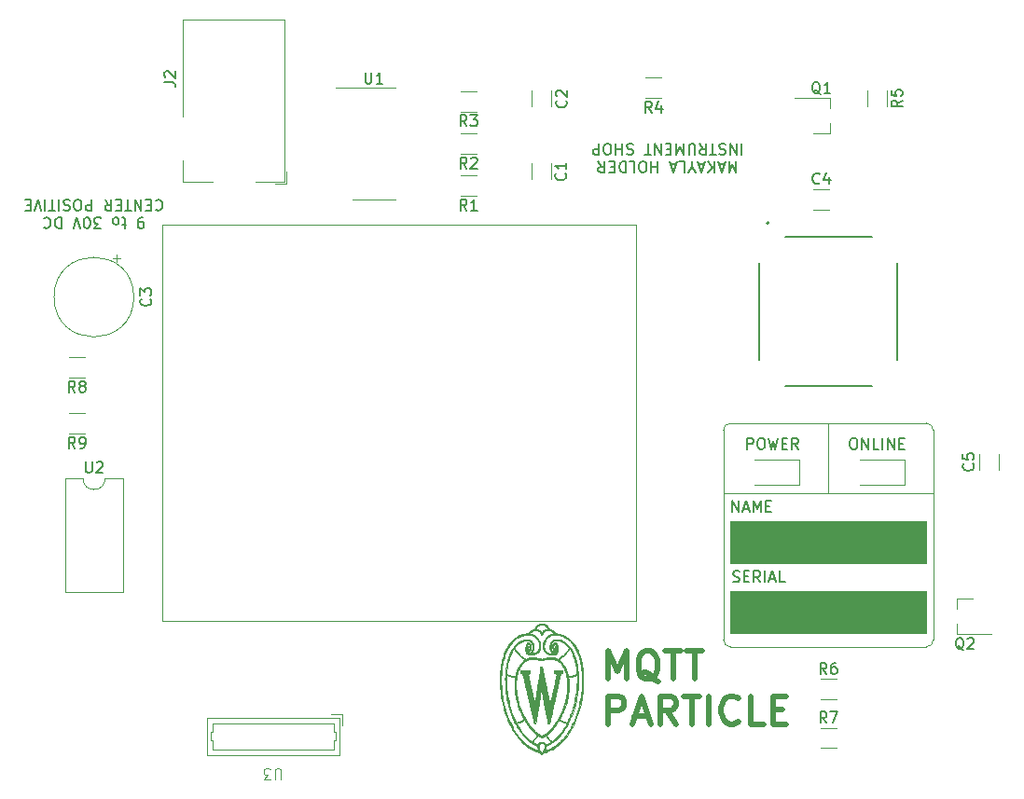
<source format=gbr>
%TF.GenerationSoftware,KiCad,Pcbnew,7.0.6*%
%TF.CreationDate,2023-08-07T10:19:30-05:00*%
%TF.ProjectId,mqtt_particle_sensor,6d717474-5f70-4617-9274-69636c655f73,C*%
%TF.SameCoordinates,Original*%
%TF.FileFunction,Legend,Top*%
%TF.FilePolarity,Positive*%
%FSLAX46Y46*%
G04 Gerber Fmt 4.6, Leading zero omitted, Abs format (unit mm)*
G04 Created by KiCad (PCBNEW 7.0.6) date 2023-08-07 10:19:30*
%MOMM*%
%LPD*%
G01*
G04 APERTURE LIST*
%ADD10C,0.100000*%
%ADD11C,0.120000*%
%ADD12C,0.150000*%
%ADD13C,0.508000*%
%ADD14C,0.010000*%
%ADD15C,0.127000*%
%ADD16C,0.200000*%
G04 APERTURE END LIST*
D10*
X126365000Y-88900000D02*
X108585000Y-88900000D01*
X108585000Y-85090000D01*
X126365000Y-85090000D01*
X126365000Y-88900000D01*
G36*
X126365000Y-88900000D02*
G01*
X108585000Y-88900000D01*
X108585000Y-85090000D01*
X126365000Y-85090000D01*
X126365000Y-88900000D01*
G37*
D11*
X117475000Y-76200000D02*
X117475000Y-82550000D01*
X126365000Y-96520000D02*
X108585000Y-96520000D01*
X107950000Y-95885000D02*
X107950000Y-76835000D01*
X127000000Y-76835000D02*
G75*
G03*
X126365000Y-76200000I-635000J0D01*
G01*
X126365000Y-76200000D02*
X108585000Y-76200000D01*
D10*
X126365000Y-95250000D02*
X108585000Y-95250000D01*
X108585000Y-91440000D01*
X126365000Y-91440000D01*
X126365000Y-95250000D01*
G36*
X126365000Y-95250000D02*
G01*
X108585000Y-95250000D01*
X108585000Y-91440000D01*
X126365000Y-91440000D01*
X126365000Y-95250000D01*
G37*
D11*
X117475000Y-82550000D02*
X107950000Y-82550000D01*
X108585000Y-76200000D02*
G75*
G03*
X107950000Y-76835000I0J-635000D01*
G01*
X127000000Y-76835000D02*
X127000000Y-95885000D01*
X126365000Y-96520000D02*
G75*
G03*
X127000000Y-95885000I0J635000D01*
G01*
X117475000Y-82550000D02*
X127000000Y-82550000D01*
X107950000Y-95885000D02*
G75*
G03*
X108585000Y-96520000I635000J0D01*
G01*
D12*
X109108095Y-52420180D02*
X109108095Y-53420180D01*
X109108095Y-53420180D02*
X108774762Y-52705895D01*
X108774762Y-52705895D02*
X108441429Y-53420180D01*
X108441429Y-53420180D02*
X108441429Y-52420180D01*
X108012857Y-52705895D02*
X107536667Y-52705895D01*
X108108095Y-52420180D02*
X107774762Y-53420180D01*
X107774762Y-53420180D02*
X107441429Y-52420180D01*
X107108095Y-52420180D02*
X107108095Y-53420180D01*
X106536667Y-52420180D02*
X106965238Y-52991609D01*
X106536667Y-53420180D02*
X107108095Y-52848752D01*
X106155714Y-52705895D02*
X105679524Y-52705895D01*
X106250952Y-52420180D02*
X105917619Y-53420180D01*
X105917619Y-53420180D02*
X105584286Y-52420180D01*
X105060476Y-52896371D02*
X105060476Y-52420180D01*
X105393809Y-53420180D02*
X105060476Y-52896371D01*
X105060476Y-52896371D02*
X104727143Y-53420180D01*
X103917619Y-52420180D02*
X104393809Y-52420180D01*
X104393809Y-52420180D02*
X104393809Y-53420180D01*
X103631904Y-52705895D02*
X103155714Y-52705895D01*
X103727142Y-52420180D02*
X103393809Y-53420180D01*
X103393809Y-53420180D02*
X103060476Y-52420180D01*
X101965237Y-52420180D02*
X101965237Y-53420180D01*
X101965237Y-52943990D02*
X101393809Y-52943990D01*
X101393809Y-52420180D02*
X101393809Y-53420180D01*
X100727142Y-53420180D02*
X100536666Y-53420180D01*
X100536666Y-53420180D02*
X100441428Y-53372561D01*
X100441428Y-53372561D02*
X100346190Y-53277323D01*
X100346190Y-53277323D02*
X100298571Y-53086847D01*
X100298571Y-53086847D02*
X100298571Y-52753514D01*
X100298571Y-52753514D02*
X100346190Y-52563038D01*
X100346190Y-52563038D02*
X100441428Y-52467800D01*
X100441428Y-52467800D02*
X100536666Y-52420180D01*
X100536666Y-52420180D02*
X100727142Y-52420180D01*
X100727142Y-52420180D02*
X100822380Y-52467800D01*
X100822380Y-52467800D02*
X100917618Y-52563038D01*
X100917618Y-52563038D02*
X100965237Y-52753514D01*
X100965237Y-52753514D02*
X100965237Y-53086847D01*
X100965237Y-53086847D02*
X100917618Y-53277323D01*
X100917618Y-53277323D02*
X100822380Y-53372561D01*
X100822380Y-53372561D02*
X100727142Y-53420180D01*
X99393809Y-52420180D02*
X99869999Y-52420180D01*
X99869999Y-52420180D02*
X99869999Y-53420180D01*
X99060475Y-52420180D02*
X99060475Y-53420180D01*
X99060475Y-53420180D02*
X98822380Y-53420180D01*
X98822380Y-53420180D02*
X98679523Y-53372561D01*
X98679523Y-53372561D02*
X98584285Y-53277323D01*
X98584285Y-53277323D02*
X98536666Y-53182085D01*
X98536666Y-53182085D02*
X98489047Y-52991609D01*
X98489047Y-52991609D02*
X98489047Y-52848752D01*
X98489047Y-52848752D02*
X98536666Y-52658276D01*
X98536666Y-52658276D02*
X98584285Y-52563038D01*
X98584285Y-52563038D02*
X98679523Y-52467800D01*
X98679523Y-52467800D02*
X98822380Y-52420180D01*
X98822380Y-52420180D02*
X99060475Y-52420180D01*
X98060475Y-52943990D02*
X97727142Y-52943990D01*
X97584285Y-52420180D02*
X98060475Y-52420180D01*
X98060475Y-52420180D02*
X98060475Y-53420180D01*
X98060475Y-53420180D02*
X97584285Y-53420180D01*
X96584285Y-52420180D02*
X96917618Y-52896371D01*
X97155713Y-52420180D02*
X97155713Y-53420180D01*
X97155713Y-53420180D02*
X96774761Y-53420180D01*
X96774761Y-53420180D02*
X96679523Y-53372561D01*
X96679523Y-53372561D02*
X96631904Y-53324942D01*
X96631904Y-53324942D02*
X96584285Y-53229704D01*
X96584285Y-53229704D02*
X96584285Y-53086847D01*
X96584285Y-53086847D02*
X96631904Y-52991609D01*
X96631904Y-52991609D02*
X96679523Y-52943990D01*
X96679523Y-52943990D02*
X96774761Y-52896371D01*
X96774761Y-52896371D02*
X97155713Y-52896371D01*
X109608094Y-50810180D02*
X109608094Y-51810180D01*
X109131904Y-50810180D02*
X109131904Y-51810180D01*
X109131904Y-51810180D02*
X108560476Y-50810180D01*
X108560476Y-50810180D02*
X108560476Y-51810180D01*
X108131904Y-50857800D02*
X107989047Y-50810180D01*
X107989047Y-50810180D02*
X107750952Y-50810180D01*
X107750952Y-50810180D02*
X107655714Y-50857800D01*
X107655714Y-50857800D02*
X107608095Y-50905419D01*
X107608095Y-50905419D02*
X107560476Y-51000657D01*
X107560476Y-51000657D02*
X107560476Y-51095895D01*
X107560476Y-51095895D02*
X107608095Y-51191133D01*
X107608095Y-51191133D02*
X107655714Y-51238752D01*
X107655714Y-51238752D02*
X107750952Y-51286371D01*
X107750952Y-51286371D02*
X107941428Y-51333990D01*
X107941428Y-51333990D02*
X108036666Y-51381609D01*
X108036666Y-51381609D02*
X108084285Y-51429228D01*
X108084285Y-51429228D02*
X108131904Y-51524466D01*
X108131904Y-51524466D02*
X108131904Y-51619704D01*
X108131904Y-51619704D02*
X108084285Y-51714942D01*
X108084285Y-51714942D02*
X108036666Y-51762561D01*
X108036666Y-51762561D02*
X107941428Y-51810180D01*
X107941428Y-51810180D02*
X107703333Y-51810180D01*
X107703333Y-51810180D02*
X107560476Y-51762561D01*
X107274761Y-51810180D02*
X106703333Y-51810180D01*
X106989047Y-50810180D02*
X106989047Y-51810180D01*
X105798571Y-50810180D02*
X106131904Y-51286371D01*
X106369999Y-50810180D02*
X106369999Y-51810180D01*
X106369999Y-51810180D02*
X105989047Y-51810180D01*
X105989047Y-51810180D02*
X105893809Y-51762561D01*
X105893809Y-51762561D02*
X105846190Y-51714942D01*
X105846190Y-51714942D02*
X105798571Y-51619704D01*
X105798571Y-51619704D02*
X105798571Y-51476847D01*
X105798571Y-51476847D02*
X105846190Y-51381609D01*
X105846190Y-51381609D02*
X105893809Y-51333990D01*
X105893809Y-51333990D02*
X105989047Y-51286371D01*
X105989047Y-51286371D02*
X106369999Y-51286371D01*
X105369999Y-51810180D02*
X105369999Y-51000657D01*
X105369999Y-51000657D02*
X105322380Y-50905419D01*
X105322380Y-50905419D02*
X105274761Y-50857800D01*
X105274761Y-50857800D02*
X105179523Y-50810180D01*
X105179523Y-50810180D02*
X104989047Y-50810180D01*
X104989047Y-50810180D02*
X104893809Y-50857800D01*
X104893809Y-50857800D02*
X104846190Y-50905419D01*
X104846190Y-50905419D02*
X104798571Y-51000657D01*
X104798571Y-51000657D02*
X104798571Y-51810180D01*
X104322380Y-50810180D02*
X104322380Y-51810180D01*
X104322380Y-51810180D02*
X103989047Y-51095895D01*
X103989047Y-51095895D02*
X103655714Y-51810180D01*
X103655714Y-51810180D02*
X103655714Y-50810180D01*
X103179523Y-51333990D02*
X102846190Y-51333990D01*
X102703333Y-50810180D02*
X103179523Y-50810180D01*
X103179523Y-50810180D02*
X103179523Y-51810180D01*
X103179523Y-51810180D02*
X102703333Y-51810180D01*
X102274761Y-50810180D02*
X102274761Y-51810180D01*
X102274761Y-51810180D02*
X101703333Y-50810180D01*
X101703333Y-50810180D02*
X101703333Y-51810180D01*
X101369999Y-51810180D02*
X100798571Y-51810180D01*
X101084285Y-50810180D02*
X101084285Y-51810180D01*
X99750951Y-50857800D02*
X99608094Y-50810180D01*
X99608094Y-50810180D02*
X99369999Y-50810180D01*
X99369999Y-50810180D02*
X99274761Y-50857800D01*
X99274761Y-50857800D02*
X99227142Y-50905419D01*
X99227142Y-50905419D02*
X99179523Y-51000657D01*
X99179523Y-51000657D02*
X99179523Y-51095895D01*
X99179523Y-51095895D02*
X99227142Y-51191133D01*
X99227142Y-51191133D02*
X99274761Y-51238752D01*
X99274761Y-51238752D02*
X99369999Y-51286371D01*
X99369999Y-51286371D02*
X99560475Y-51333990D01*
X99560475Y-51333990D02*
X99655713Y-51381609D01*
X99655713Y-51381609D02*
X99703332Y-51429228D01*
X99703332Y-51429228D02*
X99750951Y-51524466D01*
X99750951Y-51524466D02*
X99750951Y-51619704D01*
X99750951Y-51619704D02*
X99703332Y-51714942D01*
X99703332Y-51714942D02*
X99655713Y-51762561D01*
X99655713Y-51762561D02*
X99560475Y-51810180D01*
X99560475Y-51810180D02*
X99322380Y-51810180D01*
X99322380Y-51810180D02*
X99179523Y-51762561D01*
X98750951Y-50810180D02*
X98750951Y-51810180D01*
X98750951Y-51333990D02*
X98179523Y-51333990D01*
X98179523Y-50810180D02*
X98179523Y-51810180D01*
X97512856Y-51810180D02*
X97322380Y-51810180D01*
X97322380Y-51810180D02*
X97227142Y-51762561D01*
X97227142Y-51762561D02*
X97131904Y-51667323D01*
X97131904Y-51667323D02*
X97084285Y-51476847D01*
X97084285Y-51476847D02*
X97084285Y-51143514D01*
X97084285Y-51143514D02*
X97131904Y-50953038D01*
X97131904Y-50953038D02*
X97227142Y-50857800D01*
X97227142Y-50857800D02*
X97322380Y-50810180D01*
X97322380Y-50810180D02*
X97512856Y-50810180D01*
X97512856Y-50810180D02*
X97608094Y-50857800D01*
X97608094Y-50857800D02*
X97703332Y-50953038D01*
X97703332Y-50953038D02*
X97750951Y-51143514D01*
X97750951Y-51143514D02*
X97750951Y-51476847D01*
X97750951Y-51476847D02*
X97703332Y-51667323D01*
X97703332Y-51667323D02*
X97608094Y-51762561D01*
X97608094Y-51762561D02*
X97512856Y-51810180D01*
X96655713Y-50810180D02*
X96655713Y-51810180D01*
X96655713Y-51810180D02*
X96274761Y-51810180D01*
X96274761Y-51810180D02*
X96179523Y-51762561D01*
X96179523Y-51762561D02*
X96131904Y-51714942D01*
X96131904Y-51714942D02*
X96084285Y-51619704D01*
X96084285Y-51619704D02*
X96084285Y-51476847D01*
X96084285Y-51476847D02*
X96131904Y-51381609D01*
X96131904Y-51381609D02*
X96179523Y-51333990D01*
X96179523Y-51333990D02*
X96274761Y-51286371D01*
X96274761Y-51286371D02*
X96655713Y-51286371D01*
X108751905Y-84274819D02*
X108751905Y-83274819D01*
X108751905Y-83274819D02*
X109323333Y-84274819D01*
X109323333Y-84274819D02*
X109323333Y-83274819D01*
X109751905Y-83989104D02*
X110228095Y-83989104D01*
X109656667Y-84274819D02*
X109990000Y-83274819D01*
X109990000Y-83274819D02*
X110323333Y-84274819D01*
X110656667Y-84274819D02*
X110656667Y-83274819D01*
X110656667Y-83274819D02*
X110990000Y-83989104D01*
X110990000Y-83989104D02*
X111323333Y-83274819D01*
X111323333Y-83274819D02*
X111323333Y-84274819D01*
X111799524Y-83751009D02*
X112132857Y-83751009D01*
X112275714Y-84274819D02*
X111799524Y-84274819D01*
X111799524Y-84274819D02*
X111799524Y-83274819D01*
X111799524Y-83274819D02*
X112275714Y-83274819D01*
X110085476Y-78559819D02*
X110085476Y-77559819D01*
X110085476Y-77559819D02*
X110466428Y-77559819D01*
X110466428Y-77559819D02*
X110561666Y-77607438D01*
X110561666Y-77607438D02*
X110609285Y-77655057D01*
X110609285Y-77655057D02*
X110656904Y-77750295D01*
X110656904Y-77750295D02*
X110656904Y-77893152D01*
X110656904Y-77893152D02*
X110609285Y-77988390D01*
X110609285Y-77988390D02*
X110561666Y-78036009D01*
X110561666Y-78036009D02*
X110466428Y-78083628D01*
X110466428Y-78083628D02*
X110085476Y-78083628D01*
X111275952Y-77559819D02*
X111466428Y-77559819D01*
X111466428Y-77559819D02*
X111561666Y-77607438D01*
X111561666Y-77607438D02*
X111656904Y-77702676D01*
X111656904Y-77702676D02*
X111704523Y-77893152D01*
X111704523Y-77893152D02*
X111704523Y-78226485D01*
X111704523Y-78226485D02*
X111656904Y-78416961D01*
X111656904Y-78416961D02*
X111561666Y-78512200D01*
X111561666Y-78512200D02*
X111466428Y-78559819D01*
X111466428Y-78559819D02*
X111275952Y-78559819D01*
X111275952Y-78559819D02*
X111180714Y-78512200D01*
X111180714Y-78512200D02*
X111085476Y-78416961D01*
X111085476Y-78416961D02*
X111037857Y-78226485D01*
X111037857Y-78226485D02*
X111037857Y-77893152D01*
X111037857Y-77893152D02*
X111085476Y-77702676D01*
X111085476Y-77702676D02*
X111180714Y-77607438D01*
X111180714Y-77607438D02*
X111275952Y-77559819D01*
X112037857Y-77559819D02*
X112275952Y-78559819D01*
X112275952Y-78559819D02*
X112466428Y-77845533D01*
X112466428Y-77845533D02*
X112656904Y-78559819D01*
X112656904Y-78559819D02*
X112895000Y-77559819D01*
X113275952Y-78036009D02*
X113609285Y-78036009D01*
X113752142Y-78559819D02*
X113275952Y-78559819D01*
X113275952Y-78559819D02*
X113275952Y-77559819D01*
X113275952Y-77559819D02*
X113752142Y-77559819D01*
X114752142Y-78559819D02*
X114418809Y-78083628D01*
X114180714Y-78559819D02*
X114180714Y-77559819D01*
X114180714Y-77559819D02*
X114561666Y-77559819D01*
X114561666Y-77559819D02*
X114656904Y-77607438D01*
X114656904Y-77607438D02*
X114704523Y-77655057D01*
X114704523Y-77655057D02*
X114752142Y-77750295D01*
X114752142Y-77750295D02*
X114752142Y-77893152D01*
X114752142Y-77893152D02*
X114704523Y-77988390D01*
X114704523Y-77988390D02*
X114656904Y-78036009D01*
X114656904Y-78036009D02*
X114561666Y-78083628D01*
X114561666Y-78083628D02*
X114180714Y-78083628D01*
X108815476Y-90577200D02*
X108958333Y-90624819D01*
X108958333Y-90624819D02*
X109196428Y-90624819D01*
X109196428Y-90624819D02*
X109291666Y-90577200D01*
X109291666Y-90577200D02*
X109339285Y-90529580D01*
X109339285Y-90529580D02*
X109386904Y-90434342D01*
X109386904Y-90434342D02*
X109386904Y-90339104D01*
X109386904Y-90339104D02*
X109339285Y-90243866D01*
X109339285Y-90243866D02*
X109291666Y-90196247D01*
X109291666Y-90196247D02*
X109196428Y-90148628D01*
X109196428Y-90148628D02*
X109005952Y-90101009D01*
X109005952Y-90101009D02*
X108910714Y-90053390D01*
X108910714Y-90053390D02*
X108863095Y-90005771D01*
X108863095Y-90005771D02*
X108815476Y-89910533D01*
X108815476Y-89910533D02*
X108815476Y-89815295D01*
X108815476Y-89815295D02*
X108863095Y-89720057D01*
X108863095Y-89720057D02*
X108910714Y-89672438D01*
X108910714Y-89672438D02*
X109005952Y-89624819D01*
X109005952Y-89624819D02*
X109244047Y-89624819D01*
X109244047Y-89624819D02*
X109386904Y-89672438D01*
X109815476Y-90101009D02*
X110148809Y-90101009D01*
X110291666Y-90624819D02*
X109815476Y-90624819D01*
X109815476Y-90624819D02*
X109815476Y-89624819D01*
X109815476Y-89624819D02*
X110291666Y-89624819D01*
X111291666Y-90624819D02*
X110958333Y-90148628D01*
X110720238Y-90624819D02*
X110720238Y-89624819D01*
X110720238Y-89624819D02*
X111101190Y-89624819D01*
X111101190Y-89624819D02*
X111196428Y-89672438D01*
X111196428Y-89672438D02*
X111244047Y-89720057D01*
X111244047Y-89720057D02*
X111291666Y-89815295D01*
X111291666Y-89815295D02*
X111291666Y-89958152D01*
X111291666Y-89958152D02*
X111244047Y-90053390D01*
X111244047Y-90053390D02*
X111196428Y-90101009D01*
X111196428Y-90101009D02*
X111101190Y-90148628D01*
X111101190Y-90148628D02*
X110720238Y-90148628D01*
X111720238Y-90624819D02*
X111720238Y-89624819D01*
X112148809Y-90339104D02*
X112624999Y-90339104D01*
X112053571Y-90624819D02*
X112386904Y-89624819D01*
X112386904Y-89624819D02*
X112720237Y-90624819D01*
X113529761Y-90624819D02*
X113053571Y-90624819D01*
X113053571Y-90624819D02*
X113053571Y-89624819D01*
D13*
X97458971Y-99433936D02*
X97458971Y-96893936D01*
X97458971Y-96893936D02*
X98305638Y-98708222D01*
X98305638Y-98708222D02*
X99152305Y-96893936D01*
X99152305Y-96893936D02*
X99152305Y-99433936D01*
X102055162Y-99675841D02*
X101813257Y-99554888D01*
X101813257Y-99554888D02*
X101571352Y-99312984D01*
X101571352Y-99312984D02*
X101208495Y-98950126D01*
X101208495Y-98950126D02*
X100966590Y-98829174D01*
X100966590Y-98829174D02*
X100724686Y-98829174D01*
X100845638Y-99433936D02*
X100603733Y-99312984D01*
X100603733Y-99312984D02*
X100361828Y-99071079D01*
X100361828Y-99071079D02*
X100240876Y-98587269D01*
X100240876Y-98587269D02*
X100240876Y-97740603D01*
X100240876Y-97740603D02*
X100361828Y-97256793D01*
X100361828Y-97256793D02*
X100603733Y-97014888D01*
X100603733Y-97014888D02*
X100845638Y-96893936D01*
X100845638Y-96893936D02*
X101329447Y-96893936D01*
X101329447Y-96893936D02*
X101571352Y-97014888D01*
X101571352Y-97014888D02*
X101813257Y-97256793D01*
X101813257Y-97256793D02*
X101934209Y-97740603D01*
X101934209Y-97740603D02*
X101934209Y-98587269D01*
X101934209Y-98587269D02*
X101813257Y-99071079D01*
X101813257Y-99071079D02*
X101571352Y-99312984D01*
X101571352Y-99312984D02*
X101329447Y-99433936D01*
X101329447Y-99433936D02*
X100845638Y-99433936D01*
X102659923Y-96893936D02*
X104111352Y-96893936D01*
X103385638Y-99433936D02*
X103385638Y-96893936D01*
X104595161Y-96893936D02*
X106046590Y-96893936D01*
X105320876Y-99433936D02*
X105320876Y-96893936D01*
X97458971Y-103523336D02*
X97458971Y-100983336D01*
X97458971Y-100983336D02*
X98426590Y-100983336D01*
X98426590Y-100983336D02*
X98668495Y-101104288D01*
X98668495Y-101104288D02*
X98789448Y-101225241D01*
X98789448Y-101225241D02*
X98910400Y-101467145D01*
X98910400Y-101467145D02*
X98910400Y-101830003D01*
X98910400Y-101830003D02*
X98789448Y-102071907D01*
X98789448Y-102071907D02*
X98668495Y-102192860D01*
X98668495Y-102192860D02*
X98426590Y-102313812D01*
X98426590Y-102313812D02*
X97458971Y-102313812D01*
X99878019Y-102797622D02*
X101087543Y-102797622D01*
X99636114Y-103523336D02*
X100482781Y-100983336D01*
X100482781Y-100983336D02*
X101329448Y-103523336D01*
X103627543Y-103523336D02*
X102780876Y-102313812D01*
X102176114Y-103523336D02*
X102176114Y-100983336D01*
X102176114Y-100983336D02*
X103143733Y-100983336D01*
X103143733Y-100983336D02*
X103385638Y-101104288D01*
X103385638Y-101104288D02*
X103506591Y-101225241D01*
X103506591Y-101225241D02*
X103627543Y-101467145D01*
X103627543Y-101467145D02*
X103627543Y-101830003D01*
X103627543Y-101830003D02*
X103506591Y-102071907D01*
X103506591Y-102071907D02*
X103385638Y-102192860D01*
X103385638Y-102192860D02*
X103143733Y-102313812D01*
X103143733Y-102313812D02*
X102176114Y-102313812D01*
X104353257Y-100983336D02*
X105804686Y-100983336D01*
X105078972Y-103523336D02*
X105078972Y-100983336D01*
X106651352Y-103523336D02*
X106651352Y-100983336D01*
X109312305Y-103281431D02*
X109191353Y-103402384D01*
X109191353Y-103402384D02*
X108828495Y-103523336D01*
X108828495Y-103523336D02*
X108586591Y-103523336D01*
X108586591Y-103523336D02*
X108223734Y-103402384D01*
X108223734Y-103402384D02*
X107981829Y-103160479D01*
X107981829Y-103160479D02*
X107860876Y-102918574D01*
X107860876Y-102918574D02*
X107739924Y-102434764D01*
X107739924Y-102434764D02*
X107739924Y-102071907D01*
X107739924Y-102071907D02*
X107860876Y-101588098D01*
X107860876Y-101588098D02*
X107981829Y-101346193D01*
X107981829Y-101346193D02*
X108223734Y-101104288D01*
X108223734Y-101104288D02*
X108586591Y-100983336D01*
X108586591Y-100983336D02*
X108828495Y-100983336D01*
X108828495Y-100983336D02*
X109191353Y-101104288D01*
X109191353Y-101104288D02*
X109312305Y-101225241D01*
X111610400Y-103523336D02*
X110400876Y-103523336D01*
X110400876Y-103523336D02*
X110400876Y-100983336D01*
X112457066Y-102192860D02*
X113303733Y-102192860D01*
X113666590Y-103523336D02*
X112457066Y-103523336D01*
X112457066Y-103523336D02*
X112457066Y-100983336D01*
X112457066Y-100983336D02*
X113666590Y-100983336D01*
D12*
X55252381Y-57500180D02*
X55061905Y-57500180D01*
X55061905Y-57500180D02*
X54966667Y-57547800D01*
X54966667Y-57547800D02*
X54919048Y-57595419D01*
X54919048Y-57595419D02*
X54823810Y-57738276D01*
X54823810Y-57738276D02*
X54776191Y-57928752D01*
X54776191Y-57928752D02*
X54776191Y-58309704D01*
X54776191Y-58309704D02*
X54823810Y-58404942D01*
X54823810Y-58404942D02*
X54871429Y-58452561D01*
X54871429Y-58452561D02*
X54966667Y-58500180D01*
X54966667Y-58500180D02*
X55157143Y-58500180D01*
X55157143Y-58500180D02*
X55252381Y-58452561D01*
X55252381Y-58452561D02*
X55300000Y-58404942D01*
X55300000Y-58404942D02*
X55347619Y-58309704D01*
X55347619Y-58309704D02*
X55347619Y-58071609D01*
X55347619Y-58071609D02*
X55300000Y-57976371D01*
X55300000Y-57976371D02*
X55252381Y-57928752D01*
X55252381Y-57928752D02*
X55157143Y-57881133D01*
X55157143Y-57881133D02*
X54966667Y-57881133D01*
X54966667Y-57881133D02*
X54871429Y-57928752D01*
X54871429Y-57928752D02*
X54823810Y-57976371D01*
X54823810Y-57976371D02*
X54776191Y-58071609D01*
X53728571Y-58166847D02*
X53347619Y-58166847D01*
X53585714Y-58500180D02*
X53585714Y-57643038D01*
X53585714Y-57643038D02*
X53538095Y-57547800D01*
X53538095Y-57547800D02*
X53442857Y-57500180D01*
X53442857Y-57500180D02*
X53347619Y-57500180D01*
X52871428Y-57500180D02*
X52966666Y-57547800D01*
X52966666Y-57547800D02*
X53014285Y-57595419D01*
X53014285Y-57595419D02*
X53061904Y-57690657D01*
X53061904Y-57690657D02*
X53061904Y-57976371D01*
X53061904Y-57976371D02*
X53014285Y-58071609D01*
X53014285Y-58071609D02*
X52966666Y-58119228D01*
X52966666Y-58119228D02*
X52871428Y-58166847D01*
X52871428Y-58166847D02*
X52728571Y-58166847D01*
X52728571Y-58166847D02*
X52633333Y-58119228D01*
X52633333Y-58119228D02*
X52585714Y-58071609D01*
X52585714Y-58071609D02*
X52538095Y-57976371D01*
X52538095Y-57976371D02*
X52538095Y-57690657D01*
X52538095Y-57690657D02*
X52585714Y-57595419D01*
X52585714Y-57595419D02*
X52633333Y-57547800D01*
X52633333Y-57547800D02*
X52728571Y-57500180D01*
X52728571Y-57500180D02*
X52871428Y-57500180D01*
X51442856Y-58500180D02*
X50823809Y-58500180D01*
X50823809Y-58500180D02*
X51157142Y-58119228D01*
X51157142Y-58119228D02*
X51014285Y-58119228D01*
X51014285Y-58119228D02*
X50919047Y-58071609D01*
X50919047Y-58071609D02*
X50871428Y-58023990D01*
X50871428Y-58023990D02*
X50823809Y-57928752D01*
X50823809Y-57928752D02*
X50823809Y-57690657D01*
X50823809Y-57690657D02*
X50871428Y-57595419D01*
X50871428Y-57595419D02*
X50919047Y-57547800D01*
X50919047Y-57547800D02*
X51014285Y-57500180D01*
X51014285Y-57500180D02*
X51299999Y-57500180D01*
X51299999Y-57500180D02*
X51395237Y-57547800D01*
X51395237Y-57547800D02*
X51442856Y-57595419D01*
X50204761Y-58500180D02*
X50109523Y-58500180D01*
X50109523Y-58500180D02*
X50014285Y-58452561D01*
X50014285Y-58452561D02*
X49966666Y-58404942D01*
X49966666Y-58404942D02*
X49919047Y-58309704D01*
X49919047Y-58309704D02*
X49871428Y-58119228D01*
X49871428Y-58119228D02*
X49871428Y-57881133D01*
X49871428Y-57881133D02*
X49919047Y-57690657D01*
X49919047Y-57690657D02*
X49966666Y-57595419D01*
X49966666Y-57595419D02*
X50014285Y-57547800D01*
X50014285Y-57547800D02*
X50109523Y-57500180D01*
X50109523Y-57500180D02*
X50204761Y-57500180D01*
X50204761Y-57500180D02*
X50299999Y-57547800D01*
X50299999Y-57547800D02*
X50347618Y-57595419D01*
X50347618Y-57595419D02*
X50395237Y-57690657D01*
X50395237Y-57690657D02*
X50442856Y-57881133D01*
X50442856Y-57881133D02*
X50442856Y-58119228D01*
X50442856Y-58119228D02*
X50395237Y-58309704D01*
X50395237Y-58309704D02*
X50347618Y-58404942D01*
X50347618Y-58404942D02*
X50299999Y-58452561D01*
X50299999Y-58452561D02*
X50204761Y-58500180D01*
X49585713Y-58500180D02*
X49252380Y-57500180D01*
X49252380Y-57500180D02*
X48919047Y-58500180D01*
X47823808Y-57500180D02*
X47823808Y-58500180D01*
X47823808Y-58500180D02*
X47585713Y-58500180D01*
X47585713Y-58500180D02*
X47442856Y-58452561D01*
X47442856Y-58452561D02*
X47347618Y-58357323D01*
X47347618Y-58357323D02*
X47299999Y-58262085D01*
X47299999Y-58262085D02*
X47252380Y-58071609D01*
X47252380Y-58071609D02*
X47252380Y-57928752D01*
X47252380Y-57928752D02*
X47299999Y-57738276D01*
X47299999Y-57738276D02*
X47347618Y-57643038D01*
X47347618Y-57643038D02*
X47442856Y-57547800D01*
X47442856Y-57547800D02*
X47585713Y-57500180D01*
X47585713Y-57500180D02*
X47823808Y-57500180D01*
X46252380Y-57595419D02*
X46299999Y-57547800D01*
X46299999Y-57547800D02*
X46442856Y-57500180D01*
X46442856Y-57500180D02*
X46538094Y-57500180D01*
X46538094Y-57500180D02*
X46680951Y-57547800D01*
X46680951Y-57547800D02*
X46776189Y-57643038D01*
X46776189Y-57643038D02*
X46823808Y-57738276D01*
X46823808Y-57738276D02*
X46871427Y-57928752D01*
X46871427Y-57928752D02*
X46871427Y-58071609D01*
X46871427Y-58071609D02*
X46823808Y-58262085D01*
X46823808Y-58262085D02*
X46776189Y-58357323D01*
X46776189Y-58357323D02*
X46680951Y-58452561D01*
X46680951Y-58452561D02*
X46538094Y-58500180D01*
X46538094Y-58500180D02*
X46442856Y-58500180D01*
X46442856Y-58500180D02*
X46299999Y-58452561D01*
X46299999Y-58452561D02*
X46252380Y-58404942D01*
X56419047Y-55985419D02*
X56466666Y-55937800D01*
X56466666Y-55937800D02*
X56609523Y-55890180D01*
X56609523Y-55890180D02*
X56704761Y-55890180D01*
X56704761Y-55890180D02*
X56847618Y-55937800D01*
X56847618Y-55937800D02*
X56942856Y-56033038D01*
X56942856Y-56033038D02*
X56990475Y-56128276D01*
X56990475Y-56128276D02*
X57038094Y-56318752D01*
X57038094Y-56318752D02*
X57038094Y-56461609D01*
X57038094Y-56461609D02*
X56990475Y-56652085D01*
X56990475Y-56652085D02*
X56942856Y-56747323D01*
X56942856Y-56747323D02*
X56847618Y-56842561D01*
X56847618Y-56842561D02*
X56704761Y-56890180D01*
X56704761Y-56890180D02*
X56609523Y-56890180D01*
X56609523Y-56890180D02*
X56466666Y-56842561D01*
X56466666Y-56842561D02*
X56419047Y-56794942D01*
X55990475Y-56413990D02*
X55657142Y-56413990D01*
X55514285Y-55890180D02*
X55990475Y-55890180D01*
X55990475Y-55890180D02*
X55990475Y-56890180D01*
X55990475Y-56890180D02*
X55514285Y-56890180D01*
X55085713Y-55890180D02*
X55085713Y-56890180D01*
X55085713Y-56890180D02*
X54514285Y-55890180D01*
X54514285Y-55890180D02*
X54514285Y-56890180D01*
X54180951Y-56890180D02*
X53609523Y-56890180D01*
X53895237Y-55890180D02*
X53895237Y-56890180D01*
X53276189Y-56413990D02*
X52942856Y-56413990D01*
X52799999Y-55890180D02*
X53276189Y-55890180D01*
X53276189Y-55890180D02*
X53276189Y-56890180D01*
X53276189Y-56890180D02*
X52799999Y-56890180D01*
X51799999Y-55890180D02*
X52133332Y-56366371D01*
X52371427Y-55890180D02*
X52371427Y-56890180D01*
X52371427Y-56890180D02*
X51990475Y-56890180D01*
X51990475Y-56890180D02*
X51895237Y-56842561D01*
X51895237Y-56842561D02*
X51847618Y-56794942D01*
X51847618Y-56794942D02*
X51799999Y-56699704D01*
X51799999Y-56699704D02*
X51799999Y-56556847D01*
X51799999Y-56556847D02*
X51847618Y-56461609D01*
X51847618Y-56461609D02*
X51895237Y-56413990D01*
X51895237Y-56413990D02*
X51990475Y-56366371D01*
X51990475Y-56366371D02*
X52371427Y-56366371D01*
X50609522Y-55890180D02*
X50609522Y-56890180D01*
X50609522Y-56890180D02*
X50228570Y-56890180D01*
X50228570Y-56890180D02*
X50133332Y-56842561D01*
X50133332Y-56842561D02*
X50085713Y-56794942D01*
X50085713Y-56794942D02*
X50038094Y-56699704D01*
X50038094Y-56699704D02*
X50038094Y-56556847D01*
X50038094Y-56556847D02*
X50085713Y-56461609D01*
X50085713Y-56461609D02*
X50133332Y-56413990D01*
X50133332Y-56413990D02*
X50228570Y-56366371D01*
X50228570Y-56366371D02*
X50609522Y-56366371D01*
X49419046Y-56890180D02*
X49228570Y-56890180D01*
X49228570Y-56890180D02*
X49133332Y-56842561D01*
X49133332Y-56842561D02*
X49038094Y-56747323D01*
X49038094Y-56747323D02*
X48990475Y-56556847D01*
X48990475Y-56556847D02*
X48990475Y-56223514D01*
X48990475Y-56223514D02*
X49038094Y-56033038D01*
X49038094Y-56033038D02*
X49133332Y-55937800D01*
X49133332Y-55937800D02*
X49228570Y-55890180D01*
X49228570Y-55890180D02*
X49419046Y-55890180D01*
X49419046Y-55890180D02*
X49514284Y-55937800D01*
X49514284Y-55937800D02*
X49609522Y-56033038D01*
X49609522Y-56033038D02*
X49657141Y-56223514D01*
X49657141Y-56223514D02*
X49657141Y-56556847D01*
X49657141Y-56556847D02*
X49609522Y-56747323D01*
X49609522Y-56747323D02*
X49514284Y-56842561D01*
X49514284Y-56842561D02*
X49419046Y-56890180D01*
X48609522Y-55937800D02*
X48466665Y-55890180D01*
X48466665Y-55890180D02*
X48228570Y-55890180D01*
X48228570Y-55890180D02*
X48133332Y-55937800D01*
X48133332Y-55937800D02*
X48085713Y-55985419D01*
X48085713Y-55985419D02*
X48038094Y-56080657D01*
X48038094Y-56080657D02*
X48038094Y-56175895D01*
X48038094Y-56175895D02*
X48085713Y-56271133D01*
X48085713Y-56271133D02*
X48133332Y-56318752D01*
X48133332Y-56318752D02*
X48228570Y-56366371D01*
X48228570Y-56366371D02*
X48419046Y-56413990D01*
X48419046Y-56413990D02*
X48514284Y-56461609D01*
X48514284Y-56461609D02*
X48561903Y-56509228D01*
X48561903Y-56509228D02*
X48609522Y-56604466D01*
X48609522Y-56604466D02*
X48609522Y-56699704D01*
X48609522Y-56699704D02*
X48561903Y-56794942D01*
X48561903Y-56794942D02*
X48514284Y-56842561D01*
X48514284Y-56842561D02*
X48419046Y-56890180D01*
X48419046Y-56890180D02*
X48180951Y-56890180D01*
X48180951Y-56890180D02*
X48038094Y-56842561D01*
X47609522Y-55890180D02*
X47609522Y-56890180D01*
X47276189Y-56890180D02*
X46704761Y-56890180D01*
X46990475Y-55890180D02*
X46990475Y-56890180D01*
X46371427Y-55890180D02*
X46371427Y-56890180D01*
X46038094Y-56890180D02*
X45704761Y-55890180D01*
X45704761Y-55890180D02*
X45371428Y-56890180D01*
X45038094Y-56413990D02*
X44704761Y-56413990D01*
X44561904Y-55890180D02*
X45038094Y-55890180D01*
X45038094Y-55890180D02*
X45038094Y-56890180D01*
X45038094Y-56890180D02*
X44561904Y-56890180D01*
X119681905Y-77559819D02*
X119872381Y-77559819D01*
X119872381Y-77559819D02*
X119967619Y-77607438D01*
X119967619Y-77607438D02*
X120062857Y-77702676D01*
X120062857Y-77702676D02*
X120110476Y-77893152D01*
X120110476Y-77893152D02*
X120110476Y-78226485D01*
X120110476Y-78226485D02*
X120062857Y-78416961D01*
X120062857Y-78416961D02*
X119967619Y-78512200D01*
X119967619Y-78512200D02*
X119872381Y-78559819D01*
X119872381Y-78559819D02*
X119681905Y-78559819D01*
X119681905Y-78559819D02*
X119586667Y-78512200D01*
X119586667Y-78512200D02*
X119491429Y-78416961D01*
X119491429Y-78416961D02*
X119443810Y-78226485D01*
X119443810Y-78226485D02*
X119443810Y-77893152D01*
X119443810Y-77893152D02*
X119491429Y-77702676D01*
X119491429Y-77702676D02*
X119586667Y-77607438D01*
X119586667Y-77607438D02*
X119681905Y-77559819D01*
X120539048Y-78559819D02*
X120539048Y-77559819D01*
X120539048Y-77559819D02*
X121110476Y-78559819D01*
X121110476Y-78559819D02*
X121110476Y-77559819D01*
X122062857Y-78559819D02*
X121586667Y-78559819D01*
X121586667Y-78559819D02*
X121586667Y-77559819D01*
X122396191Y-78559819D02*
X122396191Y-77559819D01*
X122872381Y-78559819D02*
X122872381Y-77559819D01*
X122872381Y-77559819D02*
X123443809Y-78559819D01*
X123443809Y-78559819D02*
X123443809Y-77559819D01*
X123920000Y-78036009D02*
X124253333Y-78036009D01*
X124396190Y-78559819D02*
X123920000Y-78559819D01*
X123920000Y-78559819D02*
X123920000Y-77559819D01*
X123920000Y-77559819D02*
X124396190Y-77559819D01*
X57204819Y-45223333D02*
X57919104Y-45223333D01*
X57919104Y-45223333D02*
X58061961Y-45270952D01*
X58061961Y-45270952D02*
X58157200Y-45366190D01*
X58157200Y-45366190D02*
X58204819Y-45509047D01*
X58204819Y-45509047D02*
X58204819Y-45604285D01*
X57300057Y-44794761D02*
X57252438Y-44747142D01*
X57252438Y-44747142D02*
X57204819Y-44651904D01*
X57204819Y-44651904D02*
X57204819Y-44413809D01*
X57204819Y-44413809D02*
X57252438Y-44318571D01*
X57252438Y-44318571D02*
X57300057Y-44270952D01*
X57300057Y-44270952D02*
X57395295Y-44223333D01*
X57395295Y-44223333D02*
X57490533Y-44223333D01*
X57490533Y-44223333D02*
X57633390Y-44270952D01*
X57633390Y-44270952D02*
X58204819Y-44842380D01*
X58204819Y-44842380D02*
X58204819Y-44223333D01*
X49083333Y-78474819D02*
X48750000Y-77998628D01*
X48511905Y-78474819D02*
X48511905Y-77474819D01*
X48511905Y-77474819D02*
X48892857Y-77474819D01*
X48892857Y-77474819D02*
X48988095Y-77522438D01*
X48988095Y-77522438D02*
X49035714Y-77570057D01*
X49035714Y-77570057D02*
X49083333Y-77665295D01*
X49083333Y-77665295D02*
X49083333Y-77808152D01*
X49083333Y-77808152D02*
X49035714Y-77903390D01*
X49035714Y-77903390D02*
X48988095Y-77951009D01*
X48988095Y-77951009D02*
X48892857Y-77998628D01*
X48892857Y-77998628D02*
X48511905Y-77998628D01*
X49559524Y-78474819D02*
X49750000Y-78474819D01*
X49750000Y-78474819D02*
X49845238Y-78427200D01*
X49845238Y-78427200D02*
X49892857Y-78379580D01*
X49892857Y-78379580D02*
X49988095Y-78236723D01*
X49988095Y-78236723D02*
X50035714Y-78046247D01*
X50035714Y-78046247D02*
X50035714Y-77665295D01*
X50035714Y-77665295D02*
X49988095Y-77570057D01*
X49988095Y-77570057D02*
X49940476Y-77522438D01*
X49940476Y-77522438D02*
X49845238Y-77474819D01*
X49845238Y-77474819D02*
X49654762Y-77474819D01*
X49654762Y-77474819D02*
X49559524Y-77522438D01*
X49559524Y-77522438D02*
X49511905Y-77570057D01*
X49511905Y-77570057D02*
X49464286Y-77665295D01*
X49464286Y-77665295D02*
X49464286Y-77903390D01*
X49464286Y-77903390D02*
X49511905Y-77998628D01*
X49511905Y-77998628D02*
X49559524Y-78046247D01*
X49559524Y-78046247D02*
X49654762Y-78093866D01*
X49654762Y-78093866D02*
X49845238Y-78093866D01*
X49845238Y-78093866D02*
X49940476Y-78046247D01*
X49940476Y-78046247D02*
X49988095Y-77998628D01*
X49988095Y-77998628D02*
X50035714Y-77903390D01*
X75438095Y-44354819D02*
X75438095Y-45164342D01*
X75438095Y-45164342D02*
X75485714Y-45259580D01*
X75485714Y-45259580D02*
X75533333Y-45307200D01*
X75533333Y-45307200D02*
X75628571Y-45354819D01*
X75628571Y-45354819D02*
X75819047Y-45354819D01*
X75819047Y-45354819D02*
X75914285Y-45307200D01*
X75914285Y-45307200D02*
X75961904Y-45259580D01*
X75961904Y-45259580D02*
X76009523Y-45164342D01*
X76009523Y-45164342D02*
X76009523Y-44354819D01*
X77009523Y-45354819D02*
X76438095Y-45354819D01*
X76723809Y-45354819D02*
X76723809Y-44354819D01*
X76723809Y-44354819D02*
X76628571Y-44497676D01*
X76628571Y-44497676D02*
X76533333Y-44592914D01*
X76533333Y-44592914D02*
X76438095Y-44640533D01*
X49083333Y-73394819D02*
X48750000Y-72918628D01*
X48511905Y-73394819D02*
X48511905Y-72394819D01*
X48511905Y-72394819D02*
X48892857Y-72394819D01*
X48892857Y-72394819D02*
X48988095Y-72442438D01*
X48988095Y-72442438D02*
X49035714Y-72490057D01*
X49035714Y-72490057D02*
X49083333Y-72585295D01*
X49083333Y-72585295D02*
X49083333Y-72728152D01*
X49083333Y-72728152D02*
X49035714Y-72823390D01*
X49035714Y-72823390D02*
X48988095Y-72871009D01*
X48988095Y-72871009D02*
X48892857Y-72918628D01*
X48892857Y-72918628D02*
X48511905Y-72918628D01*
X49654762Y-72823390D02*
X49559524Y-72775771D01*
X49559524Y-72775771D02*
X49511905Y-72728152D01*
X49511905Y-72728152D02*
X49464286Y-72632914D01*
X49464286Y-72632914D02*
X49464286Y-72585295D01*
X49464286Y-72585295D02*
X49511905Y-72490057D01*
X49511905Y-72490057D02*
X49559524Y-72442438D01*
X49559524Y-72442438D02*
X49654762Y-72394819D01*
X49654762Y-72394819D02*
X49845238Y-72394819D01*
X49845238Y-72394819D02*
X49940476Y-72442438D01*
X49940476Y-72442438D02*
X49988095Y-72490057D01*
X49988095Y-72490057D02*
X50035714Y-72585295D01*
X50035714Y-72585295D02*
X50035714Y-72632914D01*
X50035714Y-72632914D02*
X49988095Y-72728152D01*
X49988095Y-72728152D02*
X49940476Y-72775771D01*
X49940476Y-72775771D02*
X49845238Y-72823390D01*
X49845238Y-72823390D02*
X49654762Y-72823390D01*
X49654762Y-72823390D02*
X49559524Y-72871009D01*
X49559524Y-72871009D02*
X49511905Y-72918628D01*
X49511905Y-72918628D02*
X49464286Y-73013866D01*
X49464286Y-73013866D02*
X49464286Y-73204342D01*
X49464286Y-73204342D02*
X49511905Y-73299580D01*
X49511905Y-73299580D02*
X49559524Y-73347200D01*
X49559524Y-73347200D02*
X49654762Y-73394819D01*
X49654762Y-73394819D02*
X49845238Y-73394819D01*
X49845238Y-73394819D02*
X49940476Y-73347200D01*
X49940476Y-73347200D02*
X49988095Y-73299580D01*
X49988095Y-73299580D02*
X50035714Y-73204342D01*
X50035714Y-73204342D02*
X50035714Y-73013866D01*
X50035714Y-73013866D02*
X49988095Y-72918628D01*
X49988095Y-72918628D02*
X49940476Y-72871009D01*
X49940476Y-72871009D02*
X49845238Y-72823390D01*
X84643333Y-49222819D02*
X84310000Y-48746628D01*
X84071905Y-49222819D02*
X84071905Y-48222819D01*
X84071905Y-48222819D02*
X84452857Y-48222819D01*
X84452857Y-48222819D02*
X84548095Y-48270438D01*
X84548095Y-48270438D02*
X84595714Y-48318057D01*
X84595714Y-48318057D02*
X84643333Y-48413295D01*
X84643333Y-48413295D02*
X84643333Y-48556152D01*
X84643333Y-48556152D02*
X84595714Y-48651390D01*
X84595714Y-48651390D02*
X84548095Y-48699009D01*
X84548095Y-48699009D02*
X84452857Y-48746628D01*
X84452857Y-48746628D02*
X84071905Y-48746628D01*
X84976667Y-48222819D02*
X85595714Y-48222819D01*
X85595714Y-48222819D02*
X85262381Y-48603771D01*
X85262381Y-48603771D02*
X85405238Y-48603771D01*
X85405238Y-48603771D02*
X85500476Y-48651390D01*
X85500476Y-48651390D02*
X85548095Y-48699009D01*
X85548095Y-48699009D02*
X85595714Y-48794247D01*
X85595714Y-48794247D02*
X85595714Y-49032342D01*
X85595714Y-49032342D02*
X85548095Y-49127580D01*
X85548095Y-49127580D02*
X85500476Y-49175200D01*
X85500476Y-49175200D02*
X85405238Y-49222819D01*
X85405238Y-49222819D02*
X85119524Y-49222819D01*
X85119524Y-49222819D02*
X85024286Y-49175200D01*
X85024286Y-49175200D02*
X84976667Y-49127580D01*
X116744761Y-46310057D02*
X116649523Y-46262438D01*
X116649523Y-46262438D02*
X116554285Y-46167200D01*
X116554285Y-46167200D02*
X116411428Y-46024342D01*
X116411428Y-46024342D02*
X116316190Y-45976723D01*
X116316190Y-45976723D02*
X116220952Y-45976723D01*
X116268571Y-46214819D02*
X116173333Y-46167200D01*
X116173333Y-46167200D02*
X116078095Y-46071961D01*
X116078095Y-46071961D02*
X116030476Y-45881485D01*
X116030476Y-45881485D02*
X116030476Y-45548152D01*
X116030476Y-45548152D02*
X116078095Y-45357676D01*
X116078095Y-45357676D02*
X116173333Y-45262438D01*
X116173333Y-45262438D02*
X116268571Y-45214819D01*
X116268571Y-45214819D02*
X116459047Y-45214819D01*
X116459047Y-45214819D02*
X116554285Y-45262438D01*
X116554285Y-45262438D02*
X116649523Y-45357676D01*
X116649523Y-45357676D02*
X116697142Y-45548152D01*
X116697142Y-45548152D02*
X116697142Y-45881485D01*
X116697142Y-45881485D02*
X116649523Y-46071961D01*
X116649523Y-46071961D02*
X116554285Y-46167200D01*
X116554285Y-46167200D02*
X116459047Y-46214819D01*
X116459047Y-46214819D02*
X116268571Y-46214819D01*
X117649523Y-46214819D02*
X117078095Y-46214819D01*
X117363809Y-46214819D02*
X117363809Y-45214819D01*
X117363809Y-45214819D02*
X117268571Y-45357676D01*
X117268571Y-45357676D02*
X117173333Y-45452914D01*
X117173333Y-45452914D02*
X117078095Y-45500533D01*
X117308333Y-103409819D02*
X116975000Y-102933628D01*
X116736905Y-103409819D02*
X116736905Y-102409819D01*
X116736905Y-102409819D02*
X117117857Y-102409819D01*
X117117857Y-102409819D02*
X117213095Y-102457438D01*
X117213095Y-102457438D02*
X117260714Y-102505057D01*
X117260714Y-102505057D02*
X117308333Y-102600295D01*
X117308333Y-102600295D02*
X117308333Y-102743152D01*
X117308333Y-102743152D02*
X117260714Y-102838390D01*
X117260714Y-102838390D02*
X117213095Y-102886009D01*
X117213095Y-102886009D02*
X117117857Y-102933628D01*
X117117857Y-102933628D02*
X116736905Y-102933628D01*
X117641667Y-102409819D02*
X118308333Y-102409819D01*
X118308333Y-102409819D02*
X117879762Y-103409819D01*
X93649580Y-46902666D02*
X93697200Y-46950285D01*
X93697200Y-46950285D02*
X93744819Y-47093142D01*
X93744819Y-47093142D02*
X93744819Y-47188380D01*
X93744819Y-47188380D02*
X93697200Y-47331237D01*
X93697200Y-47331237D02*
X93601961Y-47426475D01*
X93601961Y-47426475D02*
X93506723Y-47474094D01*
X93506723Y-47474094D02*
X93316247Y-47521713D01*
X93316247Y-47521713D02*
X93173390Y-47521713D01*
X93173390Y-47521713D02*
X92982914Y-47474094D01*
X92982914Y-47474094D02*
X92887676Y-47426475D01*
X92887676Y-47426475D02*
X92792438Y-47331237D01*
X92792438Y-47331237D02*
X92744819Y-47188380D01*
X92744819Y-47188380D02*
X92744819Y-47093142D01*
X92744819Y-47093142D02*
X92792438Y-46950285D01*
X92792438Y-46950285D02*
X92840057Y-46902666D01*
X92840057Y-46521713D02*
X92792438Y-46474094D01*
X92792438Y-46474094D02*
X92744819Y-46378856D01*
X92744819Y-46378856D02*
X92744819Y-46140761D01*
X92744819Y-46140761D02*
X92792438Y-46045523D01*
X92792438Y-46045523D02*
X92840057Y-45997904D01*
X92840057Y-45997904D02*
X92935295Y-45950285D01*
X92935295Y-45950285D02*
X93030533Y-45950285D01*
X93030533Y-45950285D02*
X93173390Y-45997904D01*
X93173390Y-45997904D02*
X93744819Y-46569332D01*
X93744819Y-46569332D02*
X93744819Y-45950285D01*
X129764761Y-96800057D02*
X129669523Y-96752438D01*
X129669523Y-96752438D02*
X129574285Y-96657200D01*
X129574285Y-96657200D02*
X129431428Y-96514342D01*
X129431428Y-96514342D02*
X129336190Y-96466723D01*
X129336190Y-96466723D02*
X129240952Y-96466723D01*
X129288571Y-96704819D02*
X129193333Y-96657200D01*
X129193333Y-96657200D02*
X129098095Y-96561961D01*
X129098095Y-96561961D02*
X129050476Y-96371485D01*
X129050476Y-96371485D02*
X129050476Y-96038152D01*
X129050476Y-96038152D02*
X129098095Y-95847676D01*
X129098095Y-95847676D02*
X129193333Y-95752438D01*
X129193333Y-95752438D02*
X129288571Y-95704819D01*
X129288571Y-95704819D02*
X129479047Y-95704819D01*
X129479047Y-95704819D02*
X129574285Y-95752438D01*
X129574285Y-95752438D02*
X129669523Y-95847676D01*
X129669523Y-95847676D02*
X129717142Y-96038152D01*
X129717142Y-96038152D02*
X129717142Y-96371485D01*
X129717142Y-96371485D02*
X129669523Y-96561961D01*
X129669523Y-96561961D02*
X129574285Y-96657200D01*
X129574285Y-96657200D02*
X129479047Y-96704819D01*
X129479047Y-96704819D02*
X129288571Y-96704819D01*
X130098095Y-95800057D02*
X130145714Y-95752438D01*
X130145714Y-95752438D02*
X130240952Y-95704819D01*
X130240952Y-95704819D02*
X130479047Y-95704819D01*
X130479047Y-95704819D02*
X130574285Y-95752438D01*
X130574285Y-95752438D02*
X130621904Y-95800057D01*
X130621904Y-95800057D02*
X130669523Y-95895295D01*
X130669523Y-95895295D02*
X130669523Y-95990533D01*
X130669523Y-95990533D02*
X130621904Y-96133390D01*
X130621904Y-96133390D02*
X130050476Y-96704819D01*
X130050476Y-96704819D02*
X130669523Y-96704819D01*
X84643333Y-53074819D02*
X84310000Y-52598628D01*
X84071905Y-53074819D02*
X84071905Y-52074819D01*
X84071905Y-52074819D02*
X84452857Y-52074819D01*
X84452857Y-52074819D02*
X84548095Y-52122438D01*
X84548095Y-52122438D02*
X84595714Y-52170057D01*
X84595714Y-52170057D02*
X84643333Y-52265295D01*
X84643333Y-52265295D02*
X84643333Y-52408152D01*
X84643333Y-52408152D02*
X84595714Y-52503390D01*
X84595714Y-52503390D02*
X84548095Y-52551009D01*
X84548095Y-52551009D02*
X84452857Y-52598628D01*
X84452857Y-52598628D02*
X84071905Y-52598628D01*
X85024286Y-52170057D02*
X85071905Y-52122438D01*
X85071905Y-52122438D02*
X85167143Y-52074819D01*
X85167143Y-52074819D02*
X85405238Y-52074819D01*
X85405238Y-52074819D02*
X85500476Y-52122438D01*
X85500476Y-52122438D02*
X85548095Y-52170057D01*
X85548095Y-52170057D02*
X85595714Y-52265295D01*
X85595714Y-52265295D02*
X85595714Y-52360533D01*
X85595714Y-52360533D02*
X85548095Y-52503390D01*
X85548095Y-52503390D02*
X84976667Y-53074819D01*
X84976667Y-53074819D02*
X85595714Y-53074819D01*
X130589580Y-79884166D02*
X130637200Y-79931785D01*
X130637200Y-79931785D02*
X130684819Y-80074642D01*
X130684819Y-80074642D02*
X130684819Y-80169880D01*
X130684819Y-80169880D02*
X130637200Y-80312737D01*
X130637200Y-80312737D02*
X130541961Y-80407975D01*
X130541961Y-80407975D02*
X130446723Y-80455594D01*
X130446723Y-80455594D02*
X130256247Y-80503213D01*
X130256247Y-80503213D02*
X130113390Y-80503213D01*
X130113390Y-80503213D02*
X129922914Y-80455594D01*
X129922914Y-80455594D02*
X129827676Y-80407975D01*
X129827676Y-80407975D02*
X129732438Y-80312737D01*
X129732438Y-80312737D02*
X129684819Y-80169880D01*
X129684819Y-80169880D02*
X129684819Y-80074642D01*
X129684819Y-80074642D02*
X129732438Y-79931785D01*
X129732438Y-79931785D02*
X129780057Y-79884166D01*
X129684819Y-78979404D02*
X129684819Y-79455594D01*
X129684819Y-79455594D02*
X130161009Y-79503213D01*
X130161009Y-79503213D02*
X130113390Y-79455594D01*
X130113390Y-79455594D02*
X130065771Y-79360356D01*
X130065771Y-79360356D02*
X130065771Y-79122261D01*
X130065771Y-79122261D02*
X130113390Y-79027023D01*
X130113390Y-79027023D02*
X130161009Y-78979404D01*
X130161009Y-78979404D02*
X130256247Y-78931785D01*
X130256247Y-78931785D02*
X130494342Y-78931785D01*
X130494342Y-78931785D02*
X130589580Y-78979404D01*
X130589580Y-78979404D02*
X130637200Y-79027023D01*
X130637200Y-79027023D02*
X130684819Y-79122261D01*
X130684819Y-79122261D02*
X130684819Y-79360356D01*
X130684819Y-79360356D02*
X130637200Y-79455594D01*
X130637200Y-79455594D02*
X130589580Y-79503213D01*
X50048095Y-79684819D02*
X50048095Y-80494342D01*
X50048095Y-80494342D02*
X50095714Y-80589580D01*
X50095714Y-80589580D02*
X50143333Y-80637200D01*
X50143333Y-80637200D02*
X50238571Y-80684819D01*
X50238571Y-80684819D02*
X50429047Y-80684819D01*
X50429047Y-80684819D02*
X50524285Y-80637200D01*
X50524285Y-80637200D02*
X50571904Y-80589580D01*
X50571904Y-80589580D02*
X50619523Y-80494342D01*
X50619523Y-80494342D02*
X50619523Y-79684819D01*
X51048095Y-79780057D02*
X51095714Y-79732438D01*
X51095714Y-79732438D02*
X51190952Y-79684819D01*
X51190952Y-79684819D02*
X51429047Y-79684819D01*
X51429047Y-79684819D02*
X51524285Y-79732438D01*
X51524285Y-79732438D02*
X51571904Y-79780057D01*
X51571904Y-79780057D02*
X51619523Y-79875295D01*
X51619523Y-79875295D02*
X51619523Y-79970533D01*
X51619523Y-79970533D02*
X51571904Y-80113390D01*
X51571904Y-80113390D02*
X51000476Y-80684819D01*
X51000476Y-80684819D02*
X51619523Y-80684819D01*
X124194819Y-46876666D02*
X123718628Y-47209999D01*
X124194819Y-47448094D02*
X123194819Y-47448094D01*
X123194819Y-47448094D02*
X123194819Y-47067142D01*
X123194819Y-47067142D02*
X123242438Y-46971904D01*
X123242438Y-46971904D02*
X123290057Y-46924285D01*
X123290057Y-46924285D02*
X123385295Y-46876666D01*
X123385295Y-46876666D02*
X123528152Y-46876666D01*
X123528152Y-46876666D02*
X123623390Y-46924285D01*
X123623390Y-46924285D02*
X123671009Y-46971904D01*
X123671009Y-46971904D02*
X123718628Y-47067142D01*
X123718628Y-47067142D02*
X123718628Y-47448094D01*
X123194819Y-45971904D02*
X123194819Y-46448094D01*
X123194819Y-46448094D02*
X123671009Y-46495713D01*
X123671009Y-46495713D02*
X123623390Y-46448094D01*
X123623390Y-46448094D02*
X123575771Y-46352856D01*
X123575771Y-46352856D02*
X123575771Y-46114761D01*
X123575771Y-46114761D02*
X123623390Y-46019523D01*
X123623390Y-46019523D02*
X123671009Y-45971904D01*
X123671009Y-45971904D02*
X123766247Y-45924285D01*
X123766247Y-45924285D02*
X124004342Y-45924285D01*
X124004342Y-45924285D02*
X124099580Y-45971904D01*
X124099580Y-45971904D02*
X124147200Y-46019523D01*
X124147200Y-46019523D02*
X124194819Y-46114761D01*
X124194819Y-46114761D02*
X124194819Y-46352856D01*
X124194819Y-46352856D02*
X124147200Y-46448094D01*
X124147200Y-46448094D02*
X124099580Y-46495713D01*
X101433333Y-47994819D02*
X101100000Y-47518628D01*
X100861905Y-47994819D02*
X100861905Y-46994819D01*
X100861905Y-46994819D02*
X101242857Y-46994819D01*
X101242857Y-46994819D02*
X101338095Y-47042438D01*
X101338095Y-47042438D02*
X101385714Y-47090057D01*
X101385714Y-47090057D02*
X101433333Y-47185295D01*
X101433333Y-47185295D02*
X101433333Y-47328152D01*
X101433333Y-47328152D02*
X101385714Y-47423390D01*
X101385714Y-47423390D02*
X101338095Y-47471009D01*
X101338095Y-47471009D02*
X101242857Y-47518628D01*
X101242857Y-47518628D02*
X100861905Y-47518628D01*
X102290476Y-47328152D02*
X102290476Y-47994819D01*
X102052381Y-46947200D02*
X101814286Y-47661485D01*
X101814286Y-47661485D02*
X102433333Y-47661485D01*
X84643333Y-56884819D02*
X84310000Y-56408628D01*
X84071905Y-56884819D02*
X84071905Y-55884819D01*
X84071905Y-55884819D02*
X84452857Y-55884819D01*
X84452857Y-55884819D02*
X84548095Y-55932438D01*
X84548095Y-55932438D02*
X84595714Y-55980057D01*
X84595714Y-55980057D02*
X84643333Y-56075295D01*
X84643333Y-56075295D02*
X84643333Y-56218152D01*
X84643333Y-56218152D02*
X84595714Y-56313390D01*
X84595714Y-56313390D02*
X84548095Y-56361009D01*
X84548095Y-56361009D02*
X84452857Y-56408628D01*
X84452857Y-56408628D02*
X84071905Y-56408628D01*
X85595714Y-56884819D02*
X85024286Y-56884819D01*
X85310000Y-56884819D02*
X85310000Y-55884819D01*
X85310000Y-55884819D02*
X85214762Y-56027676D01*
X85214762Y-56027676D02*
X85119524Y-56122914D01*
X85119524Y-56122914D02*
X85024286Y-56170533D01*
X116673333Y-54389580D02*
X116625714Y-54437200D01*
X116625714Y-54437200D02*
X116482857Y-54484819D01*
X116482857Y-54484819D02*
X116387619Y-54484819D01*
X116387619Y-54484819D02*
X116244762Y-54437200D01*
X116244762Y-54437200D02*
X116149524Y-54341961D01*
X116149524Y-54341961D02*
X116101905Y-54246723D01*
X116101905Y-54246723D02*
X116054286Y-54056247D01*
X116054286Y-54056247D02*
X116054286Y-53913390D01*
X116054286Y-53913390D02*
X116101905Y-53722914D01*
X116101905Y-53722914D02*
X116149524Y-53627676D01*
X116149524Y-53627676D02*
X116244762Y-53532438D01*
X116244762Y-53532438D02*
X116387619Y-53484819D01*
X116387619Y-53484819D02*
X116482857Y-53484819D01*
X116482857Y-53484819D02*
X116625714Y-53532438D01*
X116625714Y-53532438D02*
X116673333Y-53580057D01*
X117530476Y-53818152D02*
X117530476Y-54484819D01*
X117292381Y-53437200D02*
X117054286Y-54151485D01*
X117054286Y-54151485D02*
X117673333Y-54151485D01*
D10*
X67781904Y-108552580D02*
X67781904Y-107743057D01*
X67781904Y-107743057D02*
X67734285Y-107647819D01*
X67734285Y-107647819D02*
X67686666Y-107600200D01*
X67686666Y-107600200D02*
X67591428Y-107552580D01*
X67591428Y-107552580D02*
X67400952Y-107552580D01*
X67400952Y-107552580D02*
X67305714Y-107600200D01*
X67305714Y-107600200D02*
X67258095Y-107647819D01*
X67258095Y-107647819D02*
X67210476Y-107743057D01*
X67210476Y-107743057D02*
X67210476Y-108552580D01*
X66829523Y-108552580D02*
X66210476Y-108552580D01*
X66210476Y-108552580D02*
X66543809Y-108171628D01*
X66543809Y-108171628D02*
X66400952Y-108171628D01*
X66400952Y-108171628D02*
X66305714Y-108124009D01*
X66305714Y-108124009D02*
X66258095Y-108076390D01*
X66258095Y-108076390D02*
X66210476Y-107981152D01*
X66210476Y-107981152D02*
X66210476Y-107743057D01*
X66210476Y-107743057D02*
X66258095Y-107647819D01*
X66258095Y-107647819D02*
X66305714Y-107600200D01*
X66305714Y-107600200D02*
X66400952Y-107552580D01*
X66400952Y-107552580D02*
X66686666Y-107552580D01*
X66686666Y-107552580D02*
X66781904Y-107600200D01*
X66781904Y-107600200D02*
X66829523Y-107647819D01*
D12*
X117308333Y-98964819D02*
X116975000Y-98488628D01*
X116736905Y-98964819D02*
X116736905Y-97964819D01*
X116736905Y-97964819D02*
X117117857Y-97964819D01*
X117117857Y-97964819D02*
X117213095Y-98012438D01*
X117213095Y-98012438D02*
X117260714Y-98060057D01*
X117260714Y-98060057D02*
X117308333Y-98155295D01*
X117308333Y-98155295D02*
X117308333Y-98298152D01*
X117308333Y-98298152D02*
X117260714Y-98393390D01*
X117260714Y-98393390D02*
X117213095Y-98441009D01*
X117213095Y-98441009D02*
X117117857Y-98488628D01*
X117117857Y-98488628D02*
X116736905Y-98488628D01*
X118165476Y-97964819D02*
X117975000Y-97964819D01*
X117975000Y-97964819D02*
X117879762Y-98012438D01*
X117879762Y-98012438D02*
X117832143Y-98060057D01*
X117832143Y-98060057D02*
X117736905Y-98202914D01*
X117736905Y-98202914D02*
X117689286Y-98393390D01*
X117689286Y-98393390D02*
X117689286Y-98774342D01*
X117689286Y-98774342D02*
X117736905Y-98869580D01*
X117736905Y-98869580D02*
X117784524Y-98917200D01*
X117784524Y-98917200D02*
X117879762Y-98964819D01*
X117879762Y-98964819D02*
X118070238Y-98964819D01*
X118070238Y-98964819D02*
X118165476Y-98917200D01*
X118165476Y-98917200D02*
X118213095Y-98869580D01*
X118213095Y-98869580D02*
X118260714Y-98774342D01*
X118260714Y-98774342D02*
X118260714Y-98536247D01*
X118260714Y-98536247D02*
X118213095Y-98441009D01*
X118213095Y-98441009D02*
X118165476Y-98393390D01*
X118165476Y-98393390D02*
X118070238Y-98345771D01*
X118070238Y-98345771D02*
X117879762Y-98345771D01*
X117879762Y-98345771D02*
X117784524Y-98393390D01*
X117784524Y-98393390D02*
X117736905Y-98441009D01*
X117736905Y-98441009D02*
X117689286Y-98536247D01*
X93577580Y-53506666D02*
X93625200Y-53554285D01*
X93625200Y-53554285D02*
X93672819Y-53697142D01*
X93672819Y-53697142D02*
X93672819Y-53792380D01*
X93672819Y-53792380D02*
X93625200Y-53935237D01*
X93625200Y-53935237D02*
X93529961Y-54030475D01*
X93529961Y-54030475D02*
X93434723Y-54078094D01*
X93434723Y-54078094D02*
X93244247Y-54125713D01*
X93244247Y-54125713D02*
X93101390Y-54125713D01*
X93101390Y-54125713D02*
X92910914Y-54078094D01*
X92910914Y-54078094D02*
X92815676Y-54030475D01*
X92815676Y-54030475D02*
X92720438Y-53935237D01*
X92720438Y-53935237D02*
X92672819Y-53792380D01*
X92672819Y-53792380D02*
X92672819Y-53697142D01*
X92672819Y-53697142D02*
X92720438Y-53554285D01*
X92720438Y-53554285D02*
X92768057Y-53506666D01*
X93672819Y-52554285D02*
X93672819Y-53125713D01*
X93672819Y-52839999D02*
X92672819Y-52839999D01*
X92672819Y-52839999D02*
X92815676Y-52935237D01*
X92815676Y-52935237D02*
X92910914Y-53030475D01*
X92910914Y-53030475D02*
X92958533Y-53125713D01*
X55909580Y-64916666D02*
X55957200Y-64964285D01*
X55957200Y-64964285D02*
X56004819Y-65107142D01*
X56004819Y-65107142D02*
X56004819Y-65202380D01*
X56004819Y-65202380D02*
X55957200Y-65345237D01*
X55957200Y-65345237D02*
X55861961Y-65440475D01*
X55861961Y-65440475D02*
X55766723Y-65488094D01*
X55766723Y-65488094D02*
X55576247Y-65535713D01*
X55576247Y-65535713D02*
X55433390Y-65535713D01*
X55433390Y-65535713D02*
X55242914Y-65488094D01*
X55242914Y-65488094D02*
X55147676Y-65440475D01*
X55147676Y-65440475D02*
X55052438Y-65345237D01*
X55052438Y-65345237D02*
X55004819Y-65202380D01*
X55004819Y-65202380D02*
X55004819Y-65107142D01*
X55004819Y-65107142D02*
X55052438Y-64964285D01*
X55052438Y-64964285D02*
X55100057Y-64916666D01*
X55004819Y-64583332D02*
X55004819Y-63964285D01*
X55004819Y-63964285D02*
X55385771Y-64297618D01*
X55385771Y-64297618D02*
X55385771Y-64154761D01*
X55385771Y-64154761D02*
X55433390Y-64059523D01*
X55433390Y-64059523D02*
X55481009Y-64011904D01*
X55481009Y-64011904D02*
X55576247Y-63964285D01*
X55576247Y-63964285D02*
X55814342Y-63964285D01*
X55814342Y-63964285D02*
X55909580Y-64011904D01*
X55909580Y-64011904D02*
X55957200Y-64059523D01*
X55957200Y-64059523D02*
X56004819Y-64154761D01*
X56004819Y-64154761D02*
X56004819Y-64440475D01*
X56004819Y-64440475D02*
X55957200Y-64535713D01*
X55957200Y-64535713D02*
X55909580Y-64583332D01*
D11*
%TO.C,J2*%
X68100000Y-39540000D02*
X68100000Y-54240000D01*
X58900000Y-39540000D02*
X68100000Y-39540000D01*
X58900000Y-48340000D02*
X58900000Y-39540000D01*
X68300000Y-53390000D02*
X68300000Y-54440000D01*
X68100000Y-54240000D02*
X65500000Y-54240000D01*
X61600000Y-54240000D02*
X58900000Y-54240000D01*
X58900000Y-54240000D02*
X58900000Y-52340000D01*
X67250000Y-54440000D02*
X68300000Y-54440000D01*
%TO.C,R9*%
X49977064Y-77110000D02*
X48522936Y-77110000D01*
X49977064Y-75290000D02*
X48522936Y-75290000D01*
%TO.C,U1*%
X76200000Y-45740000D02*
X72750000Y-45740000D01*
X76200000Y-45740000D02*
X78150000Y-45740000D01*
X76200000Y-55860000D02*
X74250000Y-55860000D01*
X76200000Y-55860000D02*
X78150000Y-55860000D01*
%TO.C,R8*%
X49977064Y-72030000D02*
X48522936Y-72030000D01*
X49977064Y-70210000D02*
X48522936Y-70210000D01*
%TO.C,R3*%
X84082936Y-46080000D02*
X85537064Y-46080000D01*
X84082936Y-47900000D02*
X85537064Y-47900000D01*
%TO.C,G\u002A\u002A\u002A*%
D14*
X91430497Y-98277841D02*
X91447933Y-98278488D01*
X91458683Y-98279868D01*
X91464481Y-98282227D01*
X91467064Y-98285810D01*
X91467312Y-98286570D01*
X91468537Y-98292166D01*
X91471761Y-98307346D01*
X91476909Y-98331744D01*
X91483904Y-98364999D01*
X91492670Y-98406746D01*
X91503132Y-98456623D01*
X91515213Y-98514267D01*
X91528838Y-98579314D01*
X91543930Y-98651400D01*
X91560413Y-98730164D01*
X91578212Y-98815240D01*
X91597251Y-98906267D01*
X91617452Y-99002881D01*
X91638742Y-99104719D01*
X91661043Y-99211417D01*
X91684279Y-99322613D01*
X91708375Y-99437942D01*
X91733255Y-99557043D01*
X91758842Y-99679551D01*
X91785061Y-99805103D01*
X91811835Y-99933336D01*
X91823589Y-99989640D01*
X91850596Y-100118994D01*
X91877087Y-100245858D01*
X91902985Y-100369867D01*
X91928216Y-100490656D01*
X91952702Y-100607860D01*
X91976367Y-100721114D01*
X91999134Y-100830053D01*
X92020927Y-100934311D01*
X92041671Y-101033524D01*
X92061288Y-101127327D01*
X92079702Y-101215354D01*
X92096836Y-101297241D01*
X92112615Y-101372622D01*
X92126963Y-101441133D01*
X92139801Y-101502408D01*
X92151055Y-101556083D01*
X92160648Y-101601792D01*
X92168504Y-101639170D01*
X92174545Y-101667853D01*
X92178697Y-101687475D01*
X92180882Y-101697671D01*
X92181196Y-101699060D01*
X92183609Y-101707405D01*
X92185499Y-101708620D01*
X92187792Y-101701715D01*
X92190710Y-101688900D01*
X92192330Y-101681781D01*
X92196140Y-101665185D01*
X92202042Y-101639532D01*
X92209940Y-101605243D01*
X92219736Y-101562740D01*
X92231332Y-101512445D01*
X92244633Y-101454777D01*
X92259540Y-101390160D01*
X92275956Y-101319013D01*
X92293785Y-101241758D01*
X92312928Y-101158816D01*
X92333289Y-101070609D01*
X92354770Y-100977558D01*
X92377275Y-100880084D01*
X92400706Y-100778609D01*
X92424965Y-100673553D01*
X92449956Y-100565338D01*
X92475582Y-100454385D01*
X92494338Y-100373180D01*
X92525751Y-100237185D01*
X92554958Y-100110732D01*
X92582035Y-99993458D01*
X92607057Y-99885005D01*
X92630100Y-99785012D01*
X92651241Y-99693119D01*
X92670555Y-99608966D01*
X92688118Y-99532193D01*
X92704006Y-99462440D01*
X92718294Y-99399347D01*
X92731060Y-99342553D01*
X92742378Y-99291700D01*
X92752324Y-99246426D01*
X92760974Y-99206371D01*
X92768405Y-99171177D01*
X92774692Y-99140482D01*
X92779911Y-99113926D01*
X92784137Y-99091150D01*
X92787448Y-99071793D01*
X92789918Y-99055495D01*
X92791623Y-99041897D01*
X92792640Y-99030638D01*
X92793043Y-99021357D01*
X92792910Y-99013697D01*
X92792316Y-99007295D01*
X92791337Y-99001792D01*
X92790049Y-98996828D01*
X92788527Y-98992042D01*
X92786847Y-98987076D01*
X92786602Y-98986340D01*
X92771641Y-98955657D01*
X92749555Y-98932180D01*
X92720449Y-98915972D01*
X92684424Y-98907098D01*
X92656660Y-98905288D01*
X92633898Y-98905678D01*
X92612022Y-98906919D01*
X92595471Y-98908751D01*
X92594430Y-98908930D01*
X92572840Y-98912800D01*
X92572840Y-98658680D01*
X93334840Y-98658680D01*
X93334840Y-98786950D01*
X93334841Y-98915220D01*
X93282770Y-98915220D01*
X93258094Y-98915485D01*
X93240598Y-98916633D01*
X93227312Y-98919190D01*
X93215263Y-98923683D01*
X93204345Y-98929115D01*
X93175022Y-98950058D01*
X93152361Y-98978573D01*
X93147445Y-98987409D01*
X93145974Y-98993070D01*
X93142384Y-99008337D01*
X93136745Y-99032894D01*
X93129126Y-99066426D01*
X93119599Y-99108618D01*
X93108233Y-99159154D01*
X93095099Y-99217719D01*
X93080267Y-99283997D01*
X93063807Y-99357673D01*
X93045788Y-99438432D01*
X93026282Y-99525958D01*
X93005359Y-99619936D01*
X92983088Y-99720050D01*
X92959540Y-99825985D01*
X92934785Y-99937426D01*
X92908893Y-100054056D01*
X92881935Y-100175562D01*
X92853980Y-100301626D01*
X92825099Y-100431935D01*
X92795362Y-100566172D01*
X92764838Y-100704022D01*
X92733599Y-100845170D01*
X92701715Y-100989300D01*
X92669255Y-101136096D01*
X92649009Y-101227689D01*
X92616237Y-101375968D01*
X92584011Y-101521776D01*
X92552400Y-101664797D01*
X92521474Y-101804715D01*
X92491303Y-101941215D01*
X92461956Y-102073982D01*
X92433504Y-102202700D01*
X92406016Y-102327055D01*
X92379561Y-102446729D01*
X92354210Y-102561409D01*
X92330032Y-102670779D01*
X92307097Y-102774522D01*
X92285475Y-102872325D01*
X92265235Y-102963871D01*
X92246447Y-103048845D01*
X92229181Y-103126931D01*
X92213507Y-103197815D01*
X92199494Y-103261180D01*
X92187212Y-103316712D01*
X92176730Y-103364094D01*
X92168120Y-103403012D01*
X92161449Y-103433150D01*
X92156789Y-103454193D01*
X92154208Y-103465825D01*
X92153684Y-103468170D01*
X92152204Y-103472781D01*
X92149192Y-103475949D01*
X92142978Y-103477944D01*
X92131893Y-103479036D01*
X92114265Y-103479498D01*
X92088425Y-103479599D01*
X92083218Y-103479600D01*
X92015430Y-103479600D01*
X92007226Y-103437690D01*
X92005605Y-103429376D01*
X92002123Y-103411482D01*
X91996855Y-103384402D01*
X91989879Y-103348527D01*
X91981269Y-103304253D01*
X91971104Y-103251971D01*
X91959459Y-103192075D01*
X91946411Y-103124958D01*
X91932036Y-103051014D01*
X91916411Y-102970636D01*
X91899612Y-102884217D01*
X91881716Y-102792150D01*
X91862799Y-102694828D01*
X91842937Y-102592646D01*
X91822207Y-102485995D01*
X91800685Y-102375269D01*
X91778448Y-102260862D01*
X91755573Y-102143167D01*
X91732135Y-102022577D01*
X91708211Y-101899485D01*
X91698903Y-101851596D01*
X91674903Y-101728128D01*
X91651395Y-101607246D01*
X91628456Y-101489330D01*
X91606159Y-101374759D01*
X91584579Y-101263914D01*
X91563789Y-101157174D01*
X91543863Y-101054920D01*
X91524877Y-100957532D01*
X91506904Y-100865389D01*
X91490018Y-100778872D01*
X91474294Y-100698360D01*
X91459805Y-100624234D01*
X91446627Y-100556873D01*
X91434832Y-100496658D01*
X91424496Y-100443968D01*
X91415693Y-100399183D01*
X91408496Y-100362684D01*
X91402980Y-100334851D01*
X91399220Y-100316062D01*
X91397288Y-100306700D01*
X91397037Y-100305663D01*
X91396895Y-100305053D01*
X91396855Y-100303875D01*
X91396866Y-100302475D01*
X91396873Y-100301199D01*
X91396822Y-100300393D01*
X91396662Y-100300403D01*
X91396337Y-100301574D01*
X91395795Y-100304253D01*
X91394982Y-100308785D01*
X91393845Y-100315515D01*
X91392331Y-100324791D01*
X91390386Y-100336957D01*
X91387956Y-100352359D01*
X91384989Y-100371344D01*
X91381431Y-100394257D01*
X91377229Y-100421444D01*
X91372329Y-100453250D01*
X91366678Y-100490022D01*
X91360222Y-100532105D01*
X91352908Y-100579846D01*
X91344683Y-100633589D01*
X91335493Y-100693681D01*
X91325284Y-100760468D01*
X91314005Y-100834295D01*
X91301600Y-100915509D01*
X91288018Y-101004454D01*
X91273203Y-101101478D01*
X91257104Y-101206925D01*
X91239666Y-101321141D01*
X91220836Y-101444473D01*
X91200561Y-101577267D01*
X91185843Y-101673660D01*
X91167801Y-101791816D01*
X91149907Y-101908998D01*
X91132240Y-102024688D01*
X91114879Y-102138368D01*
X91097902Y-102249522D01*
X91081390Y-102357632D01*
X91065421Y-102462182D01*
X91050073Y-102562654D01*
X91035427Y-102658531D01*
X91021560Y-102749296D01*
X91008553Y-102834432D01*
X90996483Y-102913421D01*
X90985430Y-102985748D01*
X90975474Y-103050893D01*
X90966692Y-103108342D01*
X90959164Y-103157575D01*
X90952969Y-103198077D01*
X90948186Y-103229330D01*
X90946229Y-103242110D01*
X90909841Y-103479600D01*
X90759671Y-103479600D01*
X90754611Y-103460550D01*
X90753131Y-103454372D01*
X90749421Y-103438617D01*
X90743554Y-103413601D01*
X90735606Y-103379642D01*
X90725650Y-103337057D01*
X90713761Y-103286164D01*
X90700011Y-103227280D01*
X90684475Y-103160723D01*
X90667228Y-103086810D01*
X90648343Y-103005858D01*
X90627894Y-102918185D01*
X90605955Y-102824109D01*
X90582601Y-102723946D01*
X90557904Y-102618014D01*
X90531940Y-102506631D01*
X90504782Y-102390113D01*
X90476505Y-102268779D01*
X90447182Y-102142946D01*
X90416887Y-102012931D01*
X90385694Y-101879052D01*
X90353678Y-101741625D01*
X90320912Y-101600969D01*
X90287471Y-101457401D01*
X90253427Y-101311238D01*
X90236086Y-101236780D01*
X90201752Y-101089367D01*
X90167973Y-100944363D01*
X90134823Y-100802086D01*
X90102377Y-100662855D01*
X90070710Y-100526988D01*
X90039896Y-100394805D01*
X90010008Y-100266623D01*
X89981123Y-100142761D01*
X89953313Y-100023539D01*
X89926654Y-99909274D01*
X89901219Y-99800286D01*
X89877084Y-99696893D01*
X89854322Y-99599413D01*
X89833009Y-99508166D01*
X89813217Y-99423470D01*
X89795023Y-99345643D01*
X89778500Y-99275005D01*
X89763722Y-99211874D01*
X89750765Y-99156569D01*
X89739701Y-99109408D01*
X89730607Y-99070710D01*
X89723556Y-99040794D01*
X89718622Y-99019978D01*
X89715881Y-99008582D01*
X89715358Y-99006523D01*
X89701527Y-98975939D01*
X89679157Y-98949348D01*
X89649390Y-98927669D01*
X89613370Y-98911820D01*
X89589604Y-98905566D01*
X89557860Y-98899094D01*
X89555136Y-98658680D01*
X90403680Y-98658680D01*
X90403680Y-98902409D01*
X90358694Y-98899216D01*
X90336038Y-98897911D01*
X90320030Y-98898153D01*
X90307220Y-98900395D01*
X90294153Y-98905093D01*
X90285760Y-98908817D01*
X90258490Y-98925867D01*
X90237969Y-98949243D01*
X90223912Y-98979508D01*
X90216033Y-99017222D01*
X90214017Y-99049840D01*
X90214061Y-99054798D01*
X90214375Y-99060574D01*
X90215043Y-99067532D01*
X90216147Y-99076038D01*
X90217768Y-99086458D01*
X90219991Y-99099157D01*
X90222896Y-99114500D01*
X90226566Y-99132853D01*
X90231085Y-99154582D01*
X90236534Y-99180052D01*
X90242995Y-99209629D01*
X90250552Y-99243678D01*
X90259286Y-99282564D01*
X90269280Y-99326654D01*
X90280617Y-99376313D01*
X90293379Y-99431906D01*
X90307648Y-99493799D01*
X90323507Y-99562358D01*
X90341038Y-99637947D01*
X90360323Y-99720933D01*
X90381446Y-99811681D01*
X90404489Y-99910556D01*
X90429533Y-100017925D01*
X90456662Y-100134152D01*
X90485958Y-100259604D01*
X90511895Y-100370640D01*
X90538032Y-100482496D01*
X90563587Y-100591806D01*
X90588461Y-100698153D01*
X90612556Y-100801122D01*
X90635776Y-100900296D01*
X90658022Y-100995258D01*
X90679196Y-101085594D01*
X90699200Y-101170886D01*
X90717938Y-101250718D01*
X90735311Y-101324675D01*
X90751222Y-101392341D01*
X90765572Y-101453298D01*
X90778264Y-101507131D01*
X90789201Y-101553425D01*
X90798284Y-101591762D01*
X90805415Y-101621726D01*
X90810498Y-101642902D01*
X90813434Y-101654873D01*
X90814148Y-101657527D01*
X90815240Y-101653356D01*
X90817832Y-101639430D01*
X90821878Y-101616033D01*
X90827332Y-101583453D01*
X90834150Y-101541976D01*
X90842287Y-101491888D01*
X90851696Y-101433474D01*
X90862333Y-101367022D01*
X90874153Y-101292816D01*
X90887109Y-101211144D01*
X90901157Y-101122292D01*
X90916252Y-101026545D01*
X90932348Y-100924190D01*
X90949400Y-100815512D01*
X90967363Y-100700799D01*
X90986191Y-100580336D01*
X91005839Y-100454409D01*
X91026261Y-100323304D01*
X91047414Y-100187308D01*
X91069250Y-100046706D01*
X91076273Y-100001447D01*
X91096286Y-99872444D01*
X91115923Y-99745882D01*
X91135126Y-99622138D01*
X91153835Y-99501590D01*
X91171992Y-99384615D01*
X91189538Y-99271593D01*
X91206415Y-99162899D01*
X91222564Y-99058912D01*
X91237925Y-98960009D01*
X91252442Y-98866569D01*
X91266054Y-98778968D01*
X91278703Y-98697585D01*
X91290330Y-98622797D01*
X91300878Y-98554982D01*
X91310286Y-98494518D01*
X91318497Y-98441781D01*
X91325451Y-98397150D01*
X91331090Y-98361003D01*
X91335356Y-98333717D01*
X91338189Y-98315670D01*
X91339531Y-98307240D01*
X91339590Y-98306890D01*
X91344565Y-98277680D01*
X91404640Y-98277680D01*
X91430497Y-98277841D01*
G36*
X91430497Y-98277841D02*
G01*
X91447933Y-98278488D01*
X91458683Y-98279868D01*
X91464481Y-98282227D01*
X91467064Y-98285810D01*
X91467312Y-98286570D01*
X91468537Y-98292166D01*
X91471761Y-98307346D01*
X91476909Y-98331744D01*
X91483904Y-98364999D01*
X91492670Y-98406746D01*
X91503132Y-98456623D01*
X91515213Y-98514267D01*
X91528838Y-98579314D01*
X91543930Y-98651400D01*
X91560413Y-98730164D01*
X91578212Y-98815240D01*
X91597251Y-98906267D01*
X91617452Y-99002881D01*
X91638742Y-99104719D01*
X91661043Y-99211417D01*
X91684279Y-99322613D01*
X91708375Y-99437942D01*
X91733255Y-99557043D01*
X91758842Y-99679551D01*
X91785061Y-99805103D01*
X91811835Y-99933336D01*
X91823589Y-99989640D01*
X91850596Y-100118994D01*
X91877087Y-100245858D01*
X91902985Y-100369867D01*
X91928216Y-100490656D01*
X91952702Y-100607860D01*
X91976367Y-100721114D01*
X91999134Y-100830053D01*
X92020927Y-100934311D01*
X92041671Y-101033524D01*
X92061288Y-101127327D01*
X92079702Y-101215354D01*
X92096836Y-101297241D01*
X92112615Y-101372622D01*
X92126963Y-101441133D01*
X92139801Y-101502408D01*
X92151055Y-101556083D01*
X92160648Y-101601792D01*
X92168504Y-101639170D01*
X92174545Y-101667853D01*
X92178697Y-101687475D01*
X92180882Y-101697671D01*
X92181196Y-101699060D01*
X92183609Y-101707405D01*
X92185499Y-101708620D01*
X92187792Y-101701715D01*
X92190710Y-101688900D01*
X92192330Y-101681781D01*
X92196140Y-101665185D01*
X92202042Y-101639532D01*
X92209940Y-101605243D01*
X92219736Y-101562740D01*
X92231332Y-101512445D01*
X92244633Y-101454777D01*
X92259540Y-101390160D01*
X92275956Y-101319013D01*
X92293785Y-101241758D01*
X92312928Y-101158816D01*
X92333289Y-101070609D01*
X92354770Y-100977558D01*
X92377275Y-100880084D01*
X92400706Y-100778609D01*
X92424965Y-100673553D01*
X92449956Y-100565338D01*
X92475582Y-100454385D01*
X92494338Y-100373180D01*
X92525751Y-100237185D01*
X92554958Y-100110732D01*
X92582035Y-99993458D01*
X92607057Y-99885005D01*
X92630100Y-99785012D01*
X92651241Y-99693119D01*
X92670555Y-99608966D01*
X92688118Y-99532193D01*
X92704006Y-99462440D01*
X92718294Y-99399347D01*
X92731060Y-99342553D01*
X92742378Y-99291700D01*
X92752324Y-99246426D01*
X92760974Y-99206371D01*
X92768405Y-99171177D01*
X92774692Y-99140482D01*
X92779911Y-99113926D01*
X92784137Y-99091150D01*
X92787448Y-99071793D01*
X92789918Y-99055495D01*
X92791623Y-99041897D01*
X92792640Y-99030638D01*
X92793043Y-99021357D01*
X92792910Y-99013697D01*
X92792316Y-99007295D01*
X92791337Y-99001792D01*
X92790049Y-98996828D01*
X92788527Y-98992042D01*
X92786847Y-98987076D01*
X92786602Y-98986340D01*
X92771641Y-98955657D01*
X92749555Y-98932180D01*
X92720449Y-98915972D01*
X92684424Y-98907098D01*
X92656660Y-98905288D01*
X92633898Y-98905678D01*
X92612022Y-98906919D01*
X92595471Y-98908751D01*
X92594430Y-98908930D01*
X92572840Y-98912800D01*
X92572840Y-98658680D01*
X93334840Y-98658680D01*
X93334840Y-98786950D01*
X93334841Y-98915220D01*
X93282770Y-98915220D01*
X93258094Y-98915485D01*
X93240598Y-98916633D01*
X93227312Y-98919190D01*
X93215263Y-98923683D01*
X93204345Y-98929115D01*
X93175022Y-98950058D01*
X93152361Y-98978573D01*
X93147445Y-98987409D01*
X93145974Y-98993070D01*
X93142384Y-99008337D01*
X93136745Y-99032894D01*
X93129126Y-99066426D01*
X93119599Y-99108618D01*
X93108233Y-99159154D01*
X93095099Y-99217719D01*
X93080267Y-99283997D01*
X93063807Y-99357673D01*
X93045788Y-99438432D01*
X93026282Y-99525958D01*
X93005359Y-99619936D01*
X92983088Y-99720050D01*
X92959540Y-99825985D01*
X92934785Y-99937426D01*
X92908893Y-100054056D01*
X92881935Y-100175562D01*
X92853980Y-100301626D01*
X92825099Y-100431935D01*
X92795362Y-100566172D01*
X92764838Y-100704022D01*
X92733599Y-100845170D01*
X92701715Y-100989300D01*
X92669255Y-101136096D01*
X92649009Y-101227689D01*
X92616237Y-101375968D01*
X92584011Y-101521776D01*
X92552400Y-101664797D01*
X92521474Y-101804715D01*
X92491303Y-101941215D01*
X92461956Y-102073982D01*
X92433504Y-102202700D01*
X92406016Y-102327055D01*
X92379561Y-102446729D01*
X92354210Y-102561409D01*
X92330032Y-102670779D01*
X92307097Y-102774522D01*
X92285475Y-102872325D01*
X92265235Y-102963871D01*
X92246447Y-103048845D01*
X92229181Y-103126931D01*
X92213507Y-103197815D01*
X92199494Y-103261180D01*
X92187212Y-103316712D01*
X92176730Y-103364094D01*
X92168120Y-103403012D01*
X92161449Y-103433150D01*
X92156789Y-103454193D01*
X92154208Y-103465825D01*
X92153684Y-103468170D01*
X92152204Y-103472781D01*
X92149192Y-103475949D01*
X92142978Y-103477944D01*
X92131893Y-103479036D01*
X92114265Y-103479498D01*
X92088425Y-103479599D01*
X92083218Y-103479600D01*
X92015430Y-103479600D01*
X92007226Y-103437690D01*
X92005605Y-103429376D01*
X92002123Y-103411482D01*
X91996855Y-103384402D01*
X91989879Y-103348527D01*
X91981269Y-103304253D01*
X91971104Y-103251971D01*
X91959459Y-103192075D01*
X91946411Y-103124958D01*
X91932036Y-103051014D01*
X91916411Y-102970636D01*
X91899612Y-102884217D01*
X91881716Y-102792150D01*
X91862799Y-102694828D01*
X91842937Y-102592646D01*
X91822207Y-102485995D01*
X91800685Y-102375269D01*
X91778448Y-102260862D01*
X91755573Y-102143167D01*
X91732135Y-102022577D01*
X91708211Y-101899485D01*
X91698903Y-101851596D01*
X91674903Y-101728128D01*
X91651395Y-101607246D01*
X91628456Y-101489330D01*
X91606159Y-101374759D01*
X91584579Y-101263914D01*
X91563789Y-101157174D01*
X91543863Y-101054920D01*
X91524877Y-100957532D01*
X91506904Y-100865389D01*
X91490018Y-100778872D01*
X91474294Y-100698360D01*
X91459805Y-100624234D01*
X91446627Y-100556873D01*
X91434832Y-100496658D01*
X91424496Y-100443968D01*
X91415693Y-100399183D01*
X91408496Y-100362684D01*
X91402980Y-100334851D01*
X91399220Y-100316062D01*
X91397288Y-100306700D01*
X91397037Y-100305663D01*
X91396895Y-100305053D01*
X91396855Y-100303875D01*
X91396866Y-100302475D01*
X91396873Y-100301199D01*
X91396822Y-100300393D01*
X91396662Y-100300403D01*
X91396337Y-100301574D01*
X91395795Y-100304253D01*
X91394982Y-100308785D01*
X91393845Y-100315515D01*
X91392331Y-100324791D01*
X91390386Y-100336957D01*
X91387956Y-100352359D01*
X91384989Y-100371344D01*
X91381431Y-100394257D01*
X91377229Y-100421444D01*
X91372329Y-100453250D01*
X91366678Y-100490022D01*
X91360222Y-100532105D01*
X91352908Y-100579846D01*
X91344683Y-100633589D01*
X91335493Y-100693681D01*
X91325284Y-100760468D01*
X91314005Y-100834295D01*
X91301600Y-100915509D01*
X91288018Y-101004454D01*
X91273203Y-101101478D01*
X91257104Y-101206925D01*
X91239666Y-101321141D01*
X91220836Y-101444473D01*
X91200561Y-101577267D01*
X91185843Y-101673660D01*
X91167801Y-101791816D01*
X91149907Y-101908998D01*
X91132240Y-102024688D01*
X91114879Y-102138368D01*
X91097902Y-102249522D01*
X91081390Y-102357632D01*
X91065421Y-102462182D01*
X91050073Y-102562654D01*
X91035427Y-102658531D01*
X91021560Y-102749296D01*
X91008553Y-102834432D01*
X90996483Y-102913421D01*
X90985430Y-102985748D01*
X90975474Y-103050893D01*
X90966692Y-103108342D01*
X90959164Y-103157575D01*
X90952969Y-103198077D01*
X90948186Y-103229330D01*
X90946229Y-103242110D01*
X90909841Y-103479600D01*
X90759671Y-103479600D01*
X90754611Y-103460550D01*
X90753131Y-103454372D01*
X90749421Y-103438617D01*
X90743554Y-103413601D01*
X90735606Y-103379642D01*
X90725650Y-103337057D01*
X90713761Y-103286164D01*
X90700011Y-103227280D01*
X90684475Y-103160723D01*
X90667228Y-103086810D01*
X90648343Y-103005858D01*
X90627894Y-102918185D01*
X90605955Y-102824109D01*
X90582601Y-102723946D01*
X90557904Y-102618014D01*
X90531940Y-102506631D01*
X90504782Y-102390113D01*
X90476505Y-102268779D01*
X90447182Y-102142946D01*
X90416887Y-102012931D01*
X90385694Y-101879052D01*
X90353678Y-101741625D01*
X90320912Y-101600969D01*
X90287471Y-101457401D01*
X90253427Y-101311238D01*
X90236086Y-101236780D01*
X90201752Y-101089367D01*
X90167973Y-100944363D01*
X90134823Y-100802086D01*
X90102377Y-100662855D01*
X90070710Y-100526988D01*
X90039896Y-100394805D01*
X90010008Y-100266623D01*
X89981123Y-100142761D01*
X89953313Y-100023539D01*
X89926654Y-99909274D01*
X89901219Y-99800286D01*
X89877084Y-99696893D01*
X89854322Y-99599413D01*
X89833009Y-99508166D01*
X89813217Y-99423470D01*
X89795023Y-99345643D01*
X89778500Y-99275005D01*
X89763722Y-99211874D01*
X89750765Y-99156569D01*
X89739701Y-99109408D01*
X89730607Y-99070710D01*
X89723556Y-99040794D01*
X89718622Y-99019978D01*
X89715881Y-99008582D01*
X89715358Y-99006523D01*
X89701527Y-98975939D01*
X89679157Y-98949348D01*
X89649390Y-98927669D01*
X89613370Y-98911820D01*
X89589604Y-98905566D01*
X89557860Y-98899094D01*
X89555136Y-98658680D01*
X90403680Y-98658680D01*
X90403680Y-98902409D01*
X90358694Y-98899216D01*
X90336038Y-98897911D01*
X90320030Y-98898153D01*
X90307220Y-98900395D01*
X90294153Y-98905093D01*
X90285760Y-98908817D01*
X90258490Y-98925867D01*
X90237969Y-98949243D01*
X90223912Y-98979508D01*
X90216033Y-99017222D01*
X90214017Y-99049840D01*
X90214061Y-99054798D01*
X90214375Y-99060574D01*
X90215043Y-99067532D01*
X90216147Y-99076038D01*
X90217768Y-99086458D01*
X90219991Y-99099157D01*
X90222896Y-99114500D01*
X90226566Y-99132853D01*
X90231085Y-99154582D01*
X90236534Y-99180052D01*
X90242995Y-99209629D01*
X90250552Y-99243678D01*
X90259286Y-99282564D01*
X90269280Y-99326654D01*
X90280617Y-99376313D01*
X90293379Y-99431906D01*
X90307648Y-99493799D01*
X90323507Y-99562358D01*
X90341038Y-99637947D01*
X90360323Y-99720933D01*
X90381446Y-99811681D01*
X90404489Y-99910556D01*
X90429533Y-100017925D01*
X90456662Y-100134152D01*
X90485958Y-100259604D01*
X90511895Y-100370640D01*
X90538032Y-100482496D01*
X90563587Y-100591806D01*
X90588461Y-100698153D01*
X90612556Y-100801122D01*
X90635776Y-100900296D01*
X90658022Y-100995258D01*
X90679196Y-101085594D01*
X90699200Y-101170886D01*
X90717938Y-101250718D01*
X90735311Y-101324675D01*
X90751222Y-101392341D01*
X90765572Y-101453298D01*
X90778264Y-101507131D01*
X90789201Y-101553425D01*
X90798284Y-101591762D01*
X90805415Y-101621726D01*
X90810498Y-101642902D01*
X90813434Y-101654873D01*
X90814148Y-101657527D01*
X90815240Y-101653356D01*
X90817832Y-101639430D01*
X90821878Y-101616033D01*
X90827332Y-101583453D01*
X90834150Y-101541976D01*
X90842287Y-101491888D01*
X90851696Y-101433474D01*
X90862333Y-101367022D01*
X90874153Y-101292816D01*
X90887109Y-101211144D01*
X90901157Y-101122292D01*
X90916252Y-101026545D01*
X90932348Y-100924190D01*
X90949400Y-100815512D01*
X90967363Y-100700799D01*
X90986191Y-100580336D01*
X91005839Y-100454409D01*
X91026261Y-100323304D01*
X91047414Y-100187308D01*
X91069250Y-100046706D01*
X91076273Y-100001447D01*
X91096286Y-99872444D01*
X91115923Y-99745882D01*
X91135126Y-99622138D01*
X91153835Y-99501590D01*
X91171992Y-99384615D01*
X91189538Y-99271593D01*
X91206415Y-99162899D01*
X91222564Y-99058912D01*
X91237925Y-98960009D01*
X91252442Y-98866569D01*
X91266054Y-98778968D01*
X91278703Y-98697585D01*
X91290330Y-98622797D01*
X91300878Y-98554982D01*
X91310286Y-98494518D01*
X91318497Y-98441781D01*
X91325451Y-98397150D01*
X91331090Y-98361003D01*
X91335356Y-98333717D01*
X91338189Y-98315670D01*
X91339531Y-98307240D01*
X91339590Y-98306890D01*
X91344565Y-98277680D01*
X91404640Y-98277680D01*
X91430497Y-98277841D01*
G37*
X91467014Y-94383991D02*
X91512375Y-94386052D01*
X91553794Y-94389780D01*
X91588483Y-94395150D01*
X91591395Y-94395759D01*
X91670635Y-94417497D01*
X91744009Y-94447438D01*
X91811830Y-94485785D01*
X91874414Y-94532739D01*
X91932077Y-94588504D01*
X91978895Y-94644889D01*
X92000962Y-94676620D01*
X92023934Y-94713879D01*
X92046332Y-94753914D01*
X92066682Y-94793972D01*
X92083506Y-94831301D01*
X92094383Y-94860197D01*
X92099840Y-94876109D01*
X92104296Y-94887714D01*
X92106434Y-94891967D01*
X92112382Y-94894133D01*
X92125301Y-94897240D01*
X92138942Y-94899959D01*
X92179191Y-94909382D01*
X92224524Y-94923437D01*
X92271659Y-94940992D01*
X92317314Y-94960915D01*
X92321541Y-94962931D01*
X92394134Y-95002295D01*
X92461352Y-95047714D01*
X92522191Y-95098300D01*
X92575644Y-95153169D01*
X92620704Y-95211433D01*
X92641778Y-95245007D01*
X92664618Y-95284605D01*
X92719059Y-95287746D01*
X92825529Y-95295775D01*
X92924491Y-95307326D01*
X93018105Y-95322803D01*
X93108531Y-95342607D01*
X93197931Y-95367143D01*
X93270719Y-95390639D01*
X93401526Y-95440876D01*
X93528777Y-95500499D01*
X93652356Y-95569334D01*
X93772152Y-95647209D01*
X93888049Y-95733949D01*
X93999933Y-95829381D01*
X94107691Y-95933332D01*
X94211209Y-96045630D01*
X94310372Y-96166099D01*
X94405067Y-96294568D01*
X94495180Y-96430862D01*
X94580596Y-96574809D01*
X94661201Y-96726235D01*
X94736883Y-96884967D01*
X94807526Y-97050831D01*
X94873017Y-97223654D01*
X94933241Y-97403263D01*
X94988085Y-97589485D01*
X95037435Y-97782146D01*
X95081177Y-97981072D01*
X95119196Y-98186092D01*
X95122619Y-98206560D01*
X95139612Y-98313878D01*
X95154818Y-98420232D01*
X95168415Y-98527300D01*
X95180581Y-98636754D01*
X95191495Y-98750272D01*
X95201334Y-98869528D01*
X95210276Y-98996198D01*
X95215515Y-99080320D01*
X95217014Y-99112053D01*
X95218320Y-99152725D01*
X95219431Y-99201114D01*
X95220350Y-99256000D01*
X95221074Y-99316164D01*
X95221606Y-99380384D01*
X95221943Y-99447440D01*
X95222087Y-99516112D01*
X95222038Y-99585179D01*
X95221795Y-99653422D01*
X95221358Y-99719620D01*
X95220728Y-99782553D01*
X95219904Y-99840999D01*
X95218887Y-99893740D01*
X95217676Y-99939555D01*
X95216271Y-99977223D01*
X95215521Y-99992180D01*
X95200706Y-100220254D01*
X95182134Y-100440657D01*
X95159574Y-100655248D01*
X95132797Y-100865882D01*
X95101575Y-101074418D01*
X95065677Y-101282712D01*
X95038562Y-101424740D01*
X94983920Y-101682528D01*
X94923133Y-101935889D01*
X94856343Y-102184551D01*
X94783690Y-102428243D01*
X94705316Y-102666694D01*
X94621363Y-102899632D01*
X94531971Y-103126785D01*
X94437284Y-103347883D01*
X94337441Y-103562653D01*
X94232585Y-103770825D01*
X94122856Y-103972126D01*
X94008397Y-104166286D01*
X93889349Y-104353033D01*
X93765853Y-104532096D01*
X93638051Y-104703202D01*
X93506084Y-104866082D01*
X93370094Y-105020462D01*
X93230222Y-105166073D01*
X93086610Y-105302641D01*
X92960289Y-105412593D01*
X92823014Y-105521660D01*
X92681799Y-105623264D01*
X92537294Y-105717063D01*
X92390149Y-105802714D01*
X92241014Y-105879876D01*
X92090540Y-105948204D01*
X91939377Y-106007358D01*
X91788174Y-106056995D01*
X91680991Y-106086312D01*
X91617344Y-106102251D01*
X91601635Y-106125083D01*
X91584591Y-106148346D01*
X91564320Y-106173671D01*
X91542624Y-106199020D01*
X91521308Y-106222358D01*
X91502175Y-106241647D01*
X91487028Y-106254850D01*
X91486183Y-106255479D01*
X91463935Y-106269595D01*
X91445278Y-106275820D01*
X91427957Y-106274570D01*
X91414181Y-106268815D01*
X91400991Y-106259444D01*
X91383303Y-106243706D01*
X91362753Y-106223330D01*
X91340982Y-106200045D01*
X91319628Y-106175582D01*
X91300330Y-106151669D01*
X91290140Y-106137911D01*
X91277365Y-106120384D01*
X91267746Y-106109308D01*
X91258771Y-106102702D01*
X91247924Y-106098586D01*
X91236800Y-106095887D01*
X91212077Y-106089853D01*
X91179916Y-106081219D01*
X91142503Y-106070636D01*
X91102024Y-106058759D01*
X91060666Y-106046241D01*
X91020614Y-106033736D01*
X90984055Y-106021897D01*
X90953174Y-106011377D01*
X90948262Y-106009629D01*
X90782831Y-105944883D01*
X90620279Y-105870418D01*
X90460659Y-105786275D01*
X90304023Y-105692493D01*
X90150422Y-105589114D01*
X89999910Y-105476177D01*
X89852537Y-105353722D01*
X89708357Y-105221790D01*
X89567422Y-105080420D01*
X89429783Y-104929654D01*
X89295494Y-104769531D01*
X89229719Y-104686100D01*
X89104395Y-104517017D01*
X88982577Y-104338870D01*
X88864589Y-104152241D01*
X88750754Y-103957715D01*
X88641397Y-103755873D01*
X88536840Y-103547302D01*
X88437407Y-103332583D01*
X88343423Y-103112300D01*
X88308289Y-103024940D01*
X88207925Y-102758042D01*
X88115635Y-102485710D01*
X88031509Y-102208589D01*
X87955632Y-101927325D01*
X87888093Y-101642562D01*
X87828978Y-101354947D01*
X87778376Y-101065126D01*
X87736373Y-100773744D01*
X87703058Y-100481446D01*
X87678517Y-100188879D01*
X87662838Y-99896688D01*
X87656547Y-99624462D01*
X87766287Y-99624462D01*
X87768822Y-99789384D01*
X87773993Y-99951364D01*
X87781793Y-100107853D01*
X87785244Y-100162360D01*
X87810618Y-100469241D01*
X87845342Y-100773647D01*
X87889348Y-101075270D01*
X87942567Y-101373805D01*
X88004930Y-101668945D01*
X88076367Y-101960384D01*
X88156811Y-102247816D01*
X88246192Y-102530935D01*
X88344442Y-102809434D01*
X88430684Y-103031931D01*
X88495957Y-103187947D01*
X88566386Y-103345661D01*
X88640914Y-103502941D01*
X88718488Y-103657656D01*
X88798051Y-103807674D01*
X88878549Y-103950864D01*
X88922985Y-104026182D01*
X89039807Y-104213112D01*
X89160417Y-104391375D01*
X89284719Y-104560884D01*
X89412616Y-104721555D01*
X89544011Y-104873304D01*
X89678807Y-105016046D01*
X89816907Y-105149697D01*
X89958214Y-105274171D01*
X90102632Y-105389386D01*
X90250063Y-105495255D01*
X90400411Y-105591695D01*
X90553578Y-105678620D01*
X90709467Y-105755947D01*
X90867983Y-105823591D01*
X91029027Y-105881467D01*
X91062043Y-105892023D01*
X91089381Y-105900486D01*
X91113552Y-105907788D01*
X91132797Y-105913411D01*
X91145357Y-105916839D01*
X91149238Y-105917656D01*
X91152388Y-105915383D01*
X91150497Y-105906908D01*
X91147209Y-105898950D01*
X91136747Y-105873084D01*
X91125009Y-105840389D01*
X91112971Y-105803943D01*
X91101606Y-105766824D01*
X91091889Y-105732111D01*
X91084795Y-105702883D01*
X91084098Y-105699560D01*
X91079266Y-105671076D01*
X91074933Y-105636556D01*
X91071564Y-105600119D01*
X91069903Y-105573042D01*
X91066890Y-105505868D01*
X91176905Y-105505868D01*
X91177163Y-105550783D01*
X91177337Y-105554780D01*
X91186427Y-105641631D01*
X91205464Y-105728713D01*
X91234264Y-105815497D01*
X91272642Y-105901460D01*
X91320413Y-105986074D01*
X91338867Y-106014601D01*
X91364326Y-106051751D01*
X91385734Y-106080462D01*
X91403917Y-106101208D01*
X91419699Y-106114465D01*
X91433907Y-106120707D01*
X91447365Y-106120408D01*
X91460899Y-106114043D01*
X91475334Y-106102087D01*
X91481040Y-106096369D01*
X91498353Y-106076242D01*
X91518748Y-106049034D01*
X91540884Y-106016807D01*
X91563420Y-105981627D01*
X91585014Y-105945558D01*
X91604324Y-105910663D01*
X91613723Y-105892235D01*
X91643997Y-105823853D01*
X91669291Y-105752860D01*
X91688108Y-105683495D01*
X91689129Y-105678877D01*
X91696248Y-105637133D01*
X91700882Y-105590440D01*
X91703034Y-105541358D01*
X91702707Y-105492448D01*
X91699904Y-105446270D01*
X91694628Y-105405385D01*
X91688779Y-105378745D01*
X91678121Y-105357399D01*
X91658756Y-105336104D01*
X91632095Y-105315838D01*
X91599549Y-105297578D01*
X91562527Y-105282301D01*
X91539060Y-105275055D01*
X91520157Y-105271112D01*
X91495259Y-105267526D01*
X91468527Y-105264852D01*
X91456653Y-105264075D01*
X91411525Y-105264554D01*
X91367178Y-105270308D01*
X91324939Y-105280741D01*
X91286135Y-105295259D01*
X91252094Y-105313267D01*
X91224141Y-105334170D01*
X91203605Y-105357373D01*
X91191812Y-105382282D01*
X91191654Y-105382869D01*
X91184437Y-105418474D01*
X91179425Y-105460620D01*
X91176905Y-105505868D01*
X91066890Y-105505868D01*
X91066620Y-105499864D01*
X90980591Y-105465256D01*
X90835922Y-105401754D01*
X90692939Y-105328378D01*
X90551888Y-105245310D01*
X90413016Y-105152733D01*
X90402792Y-105145097D01*
X90601212Y-105145097D01*
X90602726Y-105148565D01*
X90612731Y-105156102D01*
X90630440Y-105167446D01*
X90654486Y-105181829D01*
X90683502Y-105198483D01*
X90716120Y-105216639D01*
X90750974Y-105235529D01*
X90786695Y-105254384D01*
X90821918Y-105272437D01*
X90832940Y-105277958D01*
X90861532Y-105291918D01*
X90893008Y-105306819D01*
X90925923Y-105322026D01*
X90958832Y-105336903D01*
X90990292Y-105350815D01*
X91018859Y-105363124D01*
X91043087Y-105373195D01*
X91061534Y-105380392D01*
X91072755Y-105384079D01*
X91074701Y-105384422D01*
X91077372Y-105380025D01*
X91081057Y-105368521D01*
X91083685Y-105357930D01*
X91097916Y-105317272D01*
X91121293Y-105280049D01*
X91153268Y-105246653D01*
X91193294Y-105217474D01*
X91240824Y-105192904D01*
X91295311Y-105173332D01*
X91356207Y-105159151D01*
X91363800Y-105157850D01*
X91417481Y-105152661D01*
X91473329Y-105153953D01*
X91529522Y-105161256D01*
X91584237Y-105174100D01*
X91635652Y-105192013D01*
X91681944Y-105214526D01*
X91721290Y-105241169D01*
X91735672Y-105253828D01*
X91758311Y-105279554D01*
X91777647Y-105309093D01*
X91791848Y-105339244D01*
X91798667Y-105363893D01*
X91801164Y-105376718D01*
X91803446Y-105383984D01*
X91804044Y-105384600D01*
X91812258Y-105382515D01*
X91828243Y-105376667D01*
X91850599Y-105367666D01*
X91877924Y-105356122D01*
X91908818Y-105342645D01*
X91941881Y-105327845D01*
X91975713Y-105312332D01*
X92008913Y-105296715D01*
X92036900Y-105283173D01*
X92068547Y-105267288D01*
X92102414Y-105249719D01*
X92137140Y-105231227D01*
X92171369Y-105212571D01*
X92203741Y-105194513D01*
X92232899Y-105177812D01*
X92257483Y-105163230D01*
X92276137Y-105151527D01*
X92287500Y-105143462D01*
X92289256Y-105141895D01*
X92287459Y-105137148D01*
X92279230Y-105128037D01*
X92266231Y-105116345D01*
X92262942Y-105113641D01*
X92202409Y-105061521D01*
X92140954Y-105002794D01*
X92080569Y-104939641D01*
X92023245Y-104874242D01*
X91970976Y-104808777D01*
X91925752Y-104745428D01*
X91923463Y-104741980D01*
X91911811Y-104723465D01*
X91897818Y-104699860D01*
X91882503Y-104673036D01*
X91866882Y-104644863D01*
X91851973Y-104617213D01*
X91838795Y-104591958D01*
X91828365Y-104570969D01*
X91821701Y-104556117D01*
X91820341Y-104552386D01*
X91815405Y-104551949D01*
X91802832Y-104557877D01*
X91782550Y-104570208D01*
X91762442Y-104583542D01*
X91730622Y-104604350D01*
X91695391Y-104626019D01*
X91658026Y-104647886D01*
X91619806Y-104669286D01*
X91582008Y-104689556D01*
X91545910Y-104708033D01*
X91512791Y-104724052D01*
X91483928Y-104736951D01*
X91460600Y-104746065D01*
X91444083Y-104750730D01*
X91439567Y-104751204D01*
X91428006Y-104748736D01*
X91409038Y-104741681D01*
X91383948Y-104730715D01*
X91354019Y-104716513D01*
X91320537Y-104699752D01*
X91284784Y-104681107D01*
X91248046Y-104661254D01*
X91211607Y-104640867D01*
X91176750Y-104620624D01*
X91144760Y-104601200D01*
X91116922Y-104583270D01*
X91105419Y-104575398D01*
X91073098Y-104552725D01*
X91038901Y-104620342D01*
X90994733Y-104699312D01*
X90941829Y-104779398D01*
X90881308Y-104859233D01*
X90814287Y-104937453D01*
X90741883Y-105012694D01*
X90665215Y-105083592D01*
X90645906Y-105100146D01*
X90625072Y-105118053D01*
X90611313Y-105130802D01*
X90603678Y-105139460D01*
X90601212Y-105145097D01*
X90402792Y-105145097D01*
X90276570Y-105050830D01*
X90142796Y-104939783D01*
X90011941Y-104819776D01*
X89884251Y-104690992D01*
X89775795Y-104571800D01*
X89646555Y-104417190D01*
X89521335Y-104253430D01*
X89400262Y-104080752D01*
X89283462Y-103899391D01*
X89171061Y-103709579D01*
X89063185Y-103511551D01*
X89035502Y-103456300D01*
X89162295Y-103456300D01*
X89164926Y-103463153D01*
X89171901Y-103477587D01*
X89182542Y-103498351D01*
X89196170Y-103524195D01*
X89212105Y-103553870D01*
X89229670Y-103586124D01*
X89248183Y-103619707D01*
X89266968Y-103653370D01*
X89285345Y-103685860D01*
X89302634Y-103715930D01*
X89311744Y-103731509D01*
X89410991Y-103894428D01*
X89511365Y-104048012D01*
X89613477Y-104193076D01*
X89717935Y-104330430D01*
X89825350Y-104460887D01*
X89936332Y-104585261D01*
X90012520Y-104665113D01*
X90119986Y-104770949D01*
X90226236Y-104867749D01*
X90332280Y-104956390D01*
X90439133Y-105037749D01*
X90461491Y-105053793D01*
X90486717Y-105071508D01*
X90505106Y-105083824D01*
X90517948Y-105091441D01*
X90526529Y-105095061D01*
X90532138Y-105095386D01*
X90535151Y-105093904D01*
X90542229Y-105088226D01*
X90555207Y-105077636D01*
X90572164Y-105063705D01*
X90589100Y-105049727D01*
X90607596Y-105033743D01*
X90631066Y-105012426D01*
X90657412Y-104987739D01*
X90684538Y-104961646D01*
X90708559Y-104937905D01*
X90778575Y-104864090D01*
X90839729Y-104791871D01*
X90892920Y-104720037D01*
X90939052Y-104647376D01*
X90976748Y-104577309D01*
X91010421Y-104509158D01*
X90995667Y-104498569D01*
X90986757Y-104491867D01*
X90971610Y-104480150D01*
X90951927Y-104464744D01*
X90929407Y-104446979D01*
X90913857Y-104434640D01*
X90807229Y-104345045D01*
X90700252Y-104245703D01*
X90593247Y-104137006D01*
X90486537Y-104019343D01*
X90380444Y-103893106D01*
X90275291Y-103758686D01*
X90171401Y-103616473D01*
X90069094Y-103466858D01*
X89968696Y-103310233D01*
X89918546Y-103228140D01*
X89902004Y-103200689D01*
X89887159Y-103176183D01*
X89874830Y-103155966D01*
X89865836Y-103141379D01*
X89860998Y-103133765D01*
X89860481Y-103133044D01*
X89855436Y-103134363D01*
X89844539Y-103140970D01*
X89829723Y-103151628D01*
X89821920Y-103157714D01*
X89745375Y-103213366D01*
X89660110Y-103265183D01*
X89566963Y-103312775D01*
X89466772Y-103355752D01*
X89360376Y-103393724D01*
X89248612Y-103426300D01*
X89240360Y-103428432D01*
X89208986Y-103436725D01*
X89186528Y-103443316D01*
X89171954Y-103448573D01*
X89164232Y-103452865D01*
X89162295Y-103456300D01*
X89035502Y-103456300D01*
X88959962Y-103305539D01*
X88861517Y-103091778D01*
X88767978Y-102870500D01*
X88679469Y-102641940D01*
X88596119Y-102406330D01*
X88584566Y-102371887D01*
X88495656Y-102089570D01*
X88416084Y-101804332D01*
X88345804Y-101515918D01*
X88284765Y-101224075D01*
X88232921Y-100928550D01*
X88190223Y-100629091D01*
X88156623Y-100325443D01*
X88132073Y-100017354D01*
X88130007Y-99984560D01*
X88127528Y-99937279D01*
X88125317Y-99881448D01*
X88123390Y-99818673D01*
X88121761Y-99750562D01*
X88120448Y-99678721D01*
X88119464Y-99604756D01*
X88118826Y-99530275D01*
X88118668Y-99488027D01*
X88230806Y-99488027D01*
X88230952Y-99541941D01*
X88231274Y-99593486D01*
X88231779Y-99641522D01*
X88232473Y-99684911D01*
X88233362Y-99722514D01*
X88234045Y-99743260D01*
X88249923Y-100043146D01*
X88274726Y-100340769D01*
X88308371Y-100635784D01*
X88350778Y-100927845D01*
X88401863Y-101216607D01*
X88461544Y-101501725D01*
X88529740Y-101782853D01*
X88606367Y-102059646D01*
X88691345Y-102331759D01*
X88784591Y-102598846D01*
X88886022Y-102860562D01*
X88995556Y-103116562D01*
X89079796Y-103297990D01*
X89095173Y-103329367D01*
X89107139Y-103352212D01*
X89116193Y-103367367D01*
X89122837Y-103375676D01*
X89127252Y-103378000D01*
X89135269Y-103376791D01*
X89151065Y-103373473D01*
X89172585Y-103368508D01*
X89197779Y-103362358D01*
X89206523Y-103360154D01*
X89314054Y-103329723D01*
X89416356Y-103294525D01*
X89512588Y-103254949D01*
X89601906Y-103211390D01*
X89683468Y-103164237D01*
X89756429Y-103113885D01*
X89785463Y-103090922D01*
X89820027Y-103062364D01*
X89798498Y-103023332D01*
X89769283Y-102970111D01*
X89743008Y-102921632D01*
X89718448Y-102875552D01*
X89694377Y-102829530D01*
X89669569Y-102781222D01*
X89642799Y-102728287D01*
X89614582Y-102671880D01*
X89566840Y-102574946D01*
X89523783Y-102485014D01*
X89484726Y-102400460D01*
X89448984Y-102319661D01*
X89415873Y-102240992D01*
X89384706Y-102162831D01*
X89354800Y-102083554D01*
X89325470Y-102001536D01*
X89298512Y-101922580D01*
X89225143Y-101689193D01*
X89161445Y-101456055D01*
X89107219Y-101222148D01*
X89062262Y-100986454D01*
X89026372Y-100747955D01*
X88999350Y-100505631D01*
X88986246Y-100342700D01*
X88982467Y-100277650D01*
X88979488Y-100205893D01*
X88977310Y-100129218D01*
X88975934Y-100049416D01*
X88975886Y-100042520D01*
X89116878Y-100042520D01*
X89120763Y-100195933D01*
X89128687Y-100351080D01*
X89140651Y-100506444D01*
X89141701Y-100517960D01*
X89164361Y-100722471D01*
X89194587Y-100928128D01*
X89232067Y-101133734D01*
X89276492Y-101338091D01*
X89327551Y-101540001D01*
X89384934Y-101738268D01*
X89448330Y-101931694D01*
X89517428Y-102119081D01*
X89591918Y-102299233D01*
X89619791Y-102361638D01*
X89709882Y-102552834D01*
X89803645Y-102739349D01*
X89900624Y-102920410D01*
X90000364Y-103095245D01*
X90102407Y-103263082D01*
X90206300Y-103423150D01*
X90311586Y-103574677D01*
X90417809Y-103716891D01*
X90426862Y-103728520D01*
X90508136Y-103828966D01*
X90593076Y-103927123D01*
X90680387Y-104021653D01*
X90768776Y-104111222D01*
X90856947Y-104194491D01*
X90943606Y-104270127D01*
X90982069Y-104301560D01*
X91015208Y-104327068D01*
X91054257Y-104355545D01*
X91096983Y-104385486D01*
X91141155Y-104415383D01*
X91184541Y-104443732D01*
X91224907Y-104469027D01*
X91260023Y-104489762D01*
X91266118Y-104493173D01*
X91290906Y-104506482D01*
X91318349Y-104520539D01*
X91346779Y-104534563D01*
X91374526Y-104547774D01*
X91399920Y-104559391D01*
X91421291Y-104568635D01*
X91436970Y-104574724D01*
X91445223Y-104576880D01*
X91451928Y-104574696D01*
X91466235Y-104568593D01*
X91486683Y-104559244D01*
X91511812Y-104547321D01*
X91540161Y-104533497D01*
X91549370Y-104528933D01*
X91595786Y-104504876D01*
X91881963Y-104504876D01*
X91884085Y-104510428D01*
X91889917Y-104523371D01*
X91898663Y-104541995D01*
X91909524Y-104564586D01*
X91914278Y-104574340D01*
X91961362Y-104660364D01*
X92018243Y-104745947D01*
X92085019Y-104831214D01*
X92161786Y-104916292D01*
X92224860Y-104978990D01*
X92240865Y-104993913D01*
X92259944Y-105011209D01*
X92280652Y-105029623D01*
X92301539Y-105047903D01*
X92321161Y-105064796D01*
X92338068Y-105079049D01*
X92350815Y-105089409D01*
X92357953Y-105094622D01*
X92358834Y-105095000D01*
X92363565Y-105092293D01*
X92374470Y-105085063D01*
X92389466Y-105074702D01*
X92394394Y-105071232D01*
X92533013Y-104967271D01*
X92668432Y-104853744D01*
X92800565Y-104730753D01*
X92929326Y-104598404D01*
X93054629Y-104456800D01*
X93176388Y-104306045D01*
X93294517Y-104146244D01*
X93408932Y-103977500D01*
X93519545Y-103799917D01*
X93626271Y-103613599D01*
X93679799Y-103514066D01*
X93716473Y-103444392D01*
X93702186Y-103441183D01*
X93605060Y-103416449D01*
X93509168Y-103386365D01*
X93415901Y-103351554D01*
X93326654Y-103312639D01*
X93242820Y-103270243D01*
X93165792Y-103224990D01*
X93096964Y-103177501D01*
X93075844Y-103161090D01*
X93057245Y-103146750D01*
X93041405Y-103135628D01*
X93029997Y-103128826D01*
X93024698Y-103127445D01*
X93024692Y-103127451D01*
X93021012Y-103132844D01*
X93012920Y-103145665D01*
X93001211Y-103164619D01*
X92986684Y-103188411D01*
X92970134Y-103215746D01*
X92961145Y-103230680D01*
X92900575Y-103329050D01*
X92835521Y-103430208D01*
X92767681Y-103531657D01*
X92698751Y-103630900D01*
X92630429Y-103725441D01*
X92571581Y-103803515D01*
X92482153Y-103915753D01*
X92390316Y-104023723D01*
X92296971Y-104126495D01*
X92203015Y-104223141D01*
X92109349Y-104312733D01*
X92016872Y-104394342D01*
X91936070Y-104459682D01*
X91916198Y-104475263D01*
X91899609Y-104488729D01*
X91887785Y-104498841D01*
X91882208Y-104504362D01*
X91881963Y-104504876D01*
X91595786Y-104504876D01*
X91618722Y-104492989D01*
X91683389Y-104456263D01*
X91745700Y-104417245D01*
X91807988Y-104374420D01*
X91872585Y-104326277D01*
X91922600Y-104286855D01*
X92031519Y-104194166D01*
X92140070Y-104091560D01*
X92248078Y-103979280D01*
X92355364Y-103857566D01*
X92461754Y-103726662D01*
X92567070Y-103586808D01*
X92671136Y-103438247D01*
X92773775Y-103281219D01*
X92874811Y-103115968D01*
X92909777Y-103054941D01*
X93064286Y-103054941D01*
X93083993Y-103071856D01*
X93161772Y-103132342D01*
X93248353Y-103187853D01*
X93343659Y-103238351D01*
X93447611Y-103283799D01*
X93560132Y-103324157D01*
X93664303Y-103354931D01*
X93689435Y-103361476D01*
X93711895Y-103366942D01*
X93729407Y-103370799D01*
X93739690Y-103372520D01*
X93740344Y-103372558D01*
X93744788Y-103371761D01*
X93749482Y-103368342D01*
X93755113Y-103361172D01*
X93762373Y-103349125D01*
X93771948Y-103331072D01*
X93784529Y-103305886D01*
X93798052Y-103278126D01*
X93859951Y-103145865D01*
X93921705Y-103005227D01*
X93982600Y-102857978D01*
X94041925Y-102705882D01*
X94098965Y-102550708D01*
X94143201Y-102423389D01*
X94235384Y-102135269D01*
X94318474Y-101842822D01*
X94392412Y-101546364D01*
X94457139Y-101246213D01*
X94512599Y-100942688D01*
X94558732Y-100636106D01*
X94595481Y-100326786D01*
X94622787Y-100015045D01*
X94640321Y-99707700D01*
X94641245Y-99681007D01*
X94642086Y-99647543D01*
X94642839Y-99608373D01*
X94643501Y-99564560D01*
X94644069Y-99517168D01*
X94644540Y-99467259D01*
X94644911Y-99415899D01*
X94645176Y-99364149D01*
X94645335Y-99313074D01*
X94645382Y-99263738D01*
X94645315Y-99217204D01*
X94645131Y-99174535D01*
X94644825Y-99136796D01*
X94644394Y-99105050D01*
X94643836Y-99080360D01*
X94643146Y-99063789D01*
X94642396Y-99056640D01*
X94640662Y-99051732D01*
X94637541Y-99049566D01*
X94631193Y-99050506D01*
X94619780Y-99054914D01*
X94601463Y-99063156D01*
X94595475Y-99065910D01*
X94457113Y-99124043D01*
X94315121Y-99172761D01*
X94170063Y-99211901D01*
X94022504Y-99241303D01*
X93942227Y-99253042D01*
X93914857Y-99256603D01*
X93891332Y-99259784D01*
X93873359Y-99262343D01*
X93862647Y-99264039D01*
X93860388Y-99264566D01*
X93860700Y-99269739D01*
X93862170Y-99283125D01*
X93864577Y-99302869D01*
X93867702Y-99327119D01*
X93868784Y-99335283D01*
X93886208Y-99489804D01*
X93898329Y-99651702D01*
X93905149Y-99819689D01*
X93906672Y-99992477D01*
X93902902Y-100168779D01*
X93893841Y-100347308D01*
X93879493Y-100526776D01*
X93865384Y-100660200D01*
X93836835Y-100871830D01*
X93800804Y-101083478D01*
X93757603Y-101293989D01*
X93707544Y-101502211D01*
X93650936Y-101706989D01*
X93588091Y-101907169D01*
X93519321Y-102101598D01*
X93444935Y-102289121D01*
X93395581Y-102402640D01*
X93379413Y-102437786D01*
X93359350Y-102480191D01*
X93336150Y-102528341D01*
X93310571Y-102580721D01*
X93283372Y-102635815D01*
X93255309Y-102692110D01*
X93227142Y-102748089D01*
X93199629Y-102802240D01*
X93173527Y-102853045D01*
X93149595Y-102898992D01*
X93128592Y-102938565D01*
X93113484Y-102966280D01*
X93064286Y-103054941D01*
X92909777Y-103054941D01*
X92974067Y-102942735D01*
X93071366Y-102761761D01*
X93151773Y-102603300D01*
X93194129Y-102516835D01*
X93232113Y-102437538D01*
X93266422Y-102363774D01*
X93297755Y-102293907D01*
X93326810Y-102226301D01*
X93354287Y-102159321D01*
X93380884Y-102091331D01*
X93407300Y-102020695D01*
X93434232Y-101945779D01*
X93441842Y-101924154D01*
X93501644Y-101742896D01*
X93555764Y-101557101D01*
X93604094Y-101367705D01*
X93646529Y-101175642D01*
X93682964Y-100981849D01*
X93713293Y-100787259D01*
X93737410Y-100592810D01*
X93755211Y-100399434D01*
X93766588Y-100208069D01*
X93771438Y-100019649D01*
X93769654Y-99835109D01*
X93761130Y-99655385D01*
X93745761Y-99481411D01*
X93730881Y-99363597D01*
X93704018Y-99200290D01*
X93671113Y-99043552D01*
X93632269Y-98893577D01*
X93587585Y-98750558D01*
X93537164Y-98614689D01*
X93481106Y-98486162D01*
X93419512Y-98365170D01*
X93352484Y-98251908D01*
X93280123Y-98146567D01*
X93202529Y-98049341D01*
X93119806Y-97960423D01*
X93032052Y-97880006D01*
X92939370Y-97808284D01*
X92903040Y-97783454D01*
X92836368Y-97743585D01*
X92764871Y-97708943D01*
X92687656Y-97679229D01*
X92603827Y-97654148D01*
X92551300Y-97642217D01*
X92972658Y-97642217D01*
X92974410Y-97646918D01*
X92982764Y-97655659D01*
X92995990Y-97666666D01*
X92998058Y-97668232D01*
X93093321Y-97745515D01*
X93185004Y-97831826D01*
X93272727Y-97926547D01*
X93356108Y-98029061D01*
X93434764Y-98138752D01*
X93508315Y-98255002D01*
X93576377Y-98377194D01*
X93638570Y-98504713D01*
X93694511Y-98636939D01*
X93743819Y-98773258D01*
X93786112Y-98913052D01*
X93799130Y-98962465D01*
X93805425Y-98988066D01*
X93812372Y-99017591D01*
X93819598Y-99049310D01*
X93826730Y-99081493D01*
X93833395Y-99112408D01*
X93839220Y-99140325D01*
X93843831Y-99163513D01*
X93846855Y-99180243D01*
X93847920Y-99188716D01*
X93852652Y-99188996D01*
X93865686Y-99187973D01*
X93885282Y-99185869D01*
X93909695Y-99182905D01*
X93937184Y-99179301D01*
X93966007Y-99175280D01*
X93994421Y-99171062D01*
X94020684Y-99166869D01*
X94023180Y-99166451D01*
X94083655Y-99154901D01*
X94149998Y-99139845D01*
X94218892Y-99122126D01*
X94287024Y-99102590D01*
X94340680Y-99085579D01*
X94379130Y-99072233D01*
X94420778Y-99056837D01*
X94463589Y-99040222D01*
X94505528Y-99023219D01*
X94544560Y-99006658D01*
X94578651Y-98991370D01*
X94605764Y-98978185D01*
X94612460Y-98974641D01*
X94637860Y-98960825D01*
X94636295Y-98917702D01*
X94635394Y-98898496D01*
X94633855Y-98871725D01*
X94631840Y-98839951D01*
X94629512Y-98805739D01*
X94627322Y-98775520D01*
X94608234Y-98567667D01*
X94582486Y-98364959D01*
X94550174Y-98167702D01*
X94511389Y-97976204D01*
X94466226Y-97790771D01*
X94414778Y-97611712D01*
X94357138Y-97439333D01*
X94293400Y-97273941D01*
X94223657Y-97115845D01*
X94148003Y-96965350D01*
X94066530Y-96822765D01*
X94003850Y-96724470D01*
X93989070Y-96702589D01*
X93976251Y-96684083D01*
X93966442Y-96670431D01*
X93960696Y-96663116D01*
X93959715Y-96662286D01*
X93956630Y-96666611D01*
X93950474Y-96678179D01*
X93942302Y-96694952D01*
X93937393Y-96705517D01*
X93904749Y-96769549D01*
X93863876Y-96837291D01*
X93815537Y-96907721D01*
X93760496Y-96979818D01*
X93699514Y-97052561D01*
X93633355Y-97124928D01*
X93593987Y-97165252D01*
X93482427Y-97270748D01*
X93363388Y-97371436D01*
X93236205Y-97467836D01*
X93100215Y-97560472D01*
X93054883Y-97589310D01*
X93029637Y-97605188D01*
X93007332Y-97619360D01*
X92989418Y-97630894D01*
X92977349Y-97638855D01*
X92972658Y-97642217D01*
X92551300Y-97642217D01*
X92512490Y-97633402D01*
X92412751Y-97616694D01*
X92392500Y-97613915D01*
X92355053Y-97610044D01*
X92310417Y-97607209D01*
X92260935Y-97605412D01*
X92208949Y-97604654D01*
X92156804Y-97604938D01*
X92106841Y-97606264D01*
X92061405Y-97608636D01*
X92022839Y-97612053D01*
X92010440Y-97613632D01*
X91951998Y-97622800D01*
X91890159Y-97634317D01*
X91823112Y-97648554D01*
X91749046Y-97665881D01*
X91719400Y-97673174D01*
X91658535Y-97688102D01*
X91606284Y-97700359D01*
X91561502Y-97710105D01*
X91523042Y-97717498D01*
X91489761Y-97722696D01*
X91460512Y-97725859D01*
X91434152Y-97727145D01*
X91409535Y-97726712D01*
X91385516Y-97724720D01*
X91366082Y-97722128D01*
X91347962Y-97718873D01*
X91321769Y-97713476D01*
X91289268Y-97706335D01*
X91252223Y-97697849D01*
X91212398Y-97688416D01*
X91171558Y-97678434D01*
X91161705Y-97675976D01*
X91084954Y-97657241D01*
X91016400Y-97641631D01*
X90954638Y-97628950D01*
X90898261Y-97619003D01*
X90845866Y-97611593D01*
X90796047Y-97606524D01*
X90747398Y-97603601D01*
X90698515Y-97602627D01*
X90647993Y-97603408D01*
X90642491Y-97603585D01*
X90537174Y-97610190D01*
X90434849Y-97622660D01*
X90337029Y-97640720D01*
X90245225Y-97664092D01*
X90164606Y-97691099D01*
X90083488Y-97726932D01*
X90002587Y-97772397D01*
X89922525Y-97826973D01*
X89843924Y-97890139D01*
X89767404Y-97961376D01*
X89693588Y-98040162D01*
X89623097Y-98125977D01*
X89586520Y-98175213D01*
X89518587Y-98277568D01*
X89455253Y-98388512D01*
X89396712Y-98507480D01*
X89343157Y-98633907D01*
X89294781Y-98767227D01*
X89251777Y-98906875D01*
X89214339Y-99052285D01*
X89182659Y-99202891D01*
X89156932Y-99358129D01*
X89141738Y-99476560D01*
X89129464Y-99607860D01*
X89121229Y-99746966D01*
X89117034Y-99892358D01*
X89116878Y-100042520D01*
X88975886Y-100042520D01*
X88975359Y-99968278D01*
X88975586Y-99887594D01*
X88976616Y-99809156D01*
X88978448Y-99734753D01*
X88981082Y-99666176D01*
X88984520Y-99605217D01*
X88986130Y-99583240D01*
X88989444Y-99543794D01*
X88993321Y-99501691D01*
X88997577Y-99458609D01*
X89002025Y-99416227D01*
X89006482Y-99376225D01*
X89010763Y-99340281D01*
X89014682Y-99310074D01*
X89018056Y-99287284D01*
X89019774Y-99277702D01*
X89020746Y-99270363D01*
X89018511Y-99266017D01*
X89010955Y-99263448D01*
X88995964Y-99261439D01*
X88990456Y-99260845D01*
X88957807Y-99256870D01*
X88918403Y-99251307D01*
X88875298Y-99244653D01*
X88831543Y-99237406D01*
X88790192Y-99230064D01*
X88754296Y-99223122D01*
X88738809Y-99219839D01*
X88664847Y-99201949D01*
X88588583Y-99180659D01*
X88512228Y-99156721D01*
X88437991Y-99130891D01*
X88368080Y-99103923D01*
X88304707Y-99076569D01*
X88269442Y-99059635D01*
X88240865Y-99045252D01*
X88237700Y-99069136D01*
X88236420Y-99084101D01*
X88235255Y-99108087D01*
X88234210Y-99139953D01*
X88233293Y-99178563D01*
X88232509Y-99222776D01*
X88231865Y-99271453D01*
X88231367Y-99323456D01*
X88231020Y-99377645D01*
X88230831Y-99432881D01*
X88230806Y-99488027D01*
X88118668Y-99488027D01*
X88118550Y-99456884D01*
X88118651Y-99386190D01*
X88119143Y-99319799D01*
X88120044Y-99259319D01*
X88121368Y-99206355D01*
X88122246Y-99181920D01*
X88134275Y-98963513D01*
X88243291Y-98963513D01*
X88306215Y-98993560D01*
X88419843Y-99043575D01*
X88536863Y-99086575D01*
X88658370Y-99122864D01*
X88785459Y-99152745D01*
X88919224Y-99176523D01*
X89009220Y-99188724D01*
X89021263Y-99190268D01*
X89028173Y-99191318D01*
X89031961Y-99187680D01*
X89034347Y-99180650D01*
X89036282Y-99171124D01*
X89039613Y-99154197D01*
X89043837Y-99132447D01*
X89047512Y-99113340D01*
X89063205Y-99039915D01*
X89083091Y-98960531D01*
X89106320Y-98878047D01*
X89132041Y-98795322D01*
X89159404Y-98715217D01*
X89187558Y-98640590D01*
X89189845Y-98634877D01*
X89206879Y-98594456D01*
X89227841Y-98547766D01*
X89251515Y-98497297D01*
X89276682Y-98445541D01*
X89302127Y-98394989D01*
X89326632Y-98348131D01*
X89348979Y-98307460D01*
X89354569Y-98297718D01*
X89420438Y-98190927D01*
X89491683Y-98087935D01*
X89567355Y-97989865D01*
X89646507Y-97897842D01*
X89728189Y-97812988D01*
X89811452Y-97736428D01*
X89866872Y-97690940D01*
X89887561Y-97674632D01*
X89905082Y-97660537D01*
X89918017Y-97649820D01*
X89924943Y-97643648D01*
X89925721Y-97642680D01*
X89921772Y-97639189D01*
X89910940Y-97631986D01*
X89895190Y-97622348D01*
X89886727Y-97617385D01*
X89861767Y-97602350D01*
X89830378Y-97582535D01*
X89794345Y-97559140D01*
X89755453Y-97533364D01*
X89715485Y-97506409D01*
X89676226Y-97479473D01*
X89639461Y-97453758D01*
X89606974Y-97430464D01*
X89588340Y-97416696D01*
X89492575Y-97341776D01*
X89401338Y-97264412D01*
X89315282Y-97185314D01*
X89235063Y-97105192D01*
X89161335Y-97024754D01*
X89094754Y-96944712D01*
X89035975Y-96865774D01*
X88985652Y-96788649D01*
X88950097Y-96725206D01*
X88920142Y-96667069D01*
X88872619Y-96739584D01*
X88791383Y-96871724D01*
X88715201Y-97012396D01*
X88644177Y-97161259D01*
X88578415Y-97317972D01*
X88518020Y-97482195D01*
X88463096Y-97653587D01*
X88413747Y-97831807D01*
X88370077Y-98016513D01*
X88332190Y-98207367D01*
X88300190Y-98404026D01*
X88274183Y-98606149D01*
X88260339Y-98742500D01*
X88257061Y-98779347D01*
X88253871Y-98816672D01*
X88250977Y-98851925D01*
X88248590Y-98882558D01*
X88246915Y-98906024D01*
X88246731Y-98908886D01*
X88243291Y-98963513D01*
X88134275Y-98963513D01*
X88134988Y-98950569D01*
X88154106Y-98725257D01*
X88179549Y-98506179D01*
X88211266Y-98293535D01*
X88249207Y-98087520D01*
X88293321Y-97888334D01*
X88343558Y-97696173D01*
X88399867Y-97511234D01*
X88462198Y-97333716D01*
X88530499Y-97163815D01*
X88604722Y-97001730D01*
X88684815Y-96847658D01*
X88746584Y-96740980D01*
X88828414Y-96613567D01*
X88838232Y-96599988D01*
X88978609Y-96599988D01*
X88979031Y-96603043D01*
X88985481Y-96620181D01*
X88996410Y-96643922D01*
X89010781Y-96672339D01*
X89027555Y-96703505D01*
X89045692Y-96735491D01*
X89064156Y-96766372D01*
X89081908Y-96794218D01*
X89082528Y-96795150D01*
X89151056Y-96890471D01*
X89229152Y-96985227D01*
X89316226Y-97078882D01*
X89411686Y-97170900D01*
X89514940Y-97260744D01*
X89625398Y-97347879D01*
X89742468Y-97431768D01*
X89865558Y-97511874D01*
X89888060Y-97525699D01*
X89912915Y-97540939D01*
X89937156Y-97555983D01*
X89958208Y-97569221D01*
X89973493Y-97579042D01*
X89975012Y-97580044D01*
X90001004Y-97597263D01*
X90091570Y-97561419D01*
X90150494Y-97538617D01*
X90202403Y-97519837D01*
X90249373Y-97504563D01*
X90293480Y-97492281D01*
X90336801Y-97482477D01*
X90381411Y-97474636D01*
X90429387Y-97468245D01*
X90482806Y-97462787D01*
X90493521Y-97461833D01*
X90545013Y-97458313D01*
X90599443Y-97456340D01*
X90654542Y-97455879D01*
X90708042Y-97456896D01*
X90757676Y-97459357D01*
X90801176Y-97463226D01*
X90827930Y-97466949D01*
X90841902Y-97469616D01*
X90864619Y-97474330D01*
X90894927Y-97480835D01*
X90931674Y-97488879D01*
X90973708Y-97498205D01*
X91019876Y-97508561D01*
X91069027Y-97519691D01*
X91120007Y-97531341D01*
X91130190Y-97533681D01*
X91193034Y-97548094D01*
X91246873Y-97560326D01*
X91292588Y-97570540D01*
X91331060Y-97578895D01*
X91363172Y-97585554D01*
X91389804Y-97590677D01*
X91411838Y-97594426D01*
X91430154Y-97596961D01*
X91445635Y-97598445D01*
X91459162Y-97599038D01*
X91471616Y-97598902D01*
X91483180Y-97598249D01*
X91494175Y-97596625D01*
X91513938Y-97592833D01*
X91541364Y-97587117D01*
X91575351Y-97579721D01*
X91614795Y-97570889D01*
X91658593Y-97560864D01*
X91705644Y-97549891D01*
X91754843Y-97538214D01*
X91757500Y-97537578D01*
X91807127Y-97525722D01*
X91854933Y-97514373D01*
X91899770Y-97503798D01*
X91940490Y-97494264D01*
X91975947Y-97486038D01*
X92004994Y-97479388D01*
X92026483Y-97474581D01*
X92039268Y-97471886D01*
X92039440Y-97471853D01*
X92072538Y-97467112D01*
X92114125Y-97463719D01*
X92162623Y-97461654D01*
X92216452Y-97460898D01*
X92274033Y-97461430D01*
X92333789Y-97463232D01*
X92394140Y-97466283D01*
X92453508Y-97470564D01*
X92510313Y-97476054D01*
X92526637Y-97477936D01*
X92618115Y-97492183D01*
X92702334Y-97512229D01*
X92780626Y-97538448D01*
X92848936Y-97568527D01*
X92902840Y-97595181D01*
X92972790Y-97551560D01*
X93086095Y-97478333D01*
X93190835Y-97405155D01*
X93288530Y-97330852D01*
X93380701Y-97254247D01*
X93468869Y-97174165D01*
X93501782Y-97142437D01*
X93578223Y-97064597D01*
X93648390Y-96987082D01*
X93711794Y-96910547D01*
X93767945Y-96835644D01*
X93816355Y-96763028D01*
X93856533Y-96693352D01*
X93887992Y-96627270D01*
X93888670Y-96625651D01*
X93905006Y-96586522D01*
X93860306Y-96531671D01*
X93837243Y-96504658D01*
X93808365Y-96472841D01*
X93775252Y-96437802D01*
X93739488Y-96401121D01*
X93702654Y-96364378D01*
X93666332Y-96329154D01*
X93632105Y-96297029D01*
X93601555Y-96269585D01*
X93578745Y-96250380D01*
X93479760Y-96176523D01*
X93378321Y-96111938D01*
X93274758Y-96056757D01*
X93169401Y-96011111D01*
X93062581Y-95975132D01*
X92954629Y-95948950D01*
X92845876Y-95932698D01*
X92765823Y-95927168D01*
X92709330Y-95926692D01*
X92660549Y-95929842D01*
X92617542Y-95937073D01*
X92578369Y-95948837D01*
X92541090Y-95965589D01*
X92503767Y-95987783D01*
X92502162Y-95988845D01*
X92454997Y-96026168D01*
X92412258Y-96072309D01*
X92374267Y-96126793D01*
X92341352Y-96189142D01*
X92313835Y-96258879D01*
X92309685Y-96271535D01*
X92290345Y-96348091D01*
X92279478Y-96428480D01*
X92276977Y-96511100D01*
X92282732Y-96594344D01*
X92296636Y-96676609D01*
X92318581Y-96756291D01*
X92347306Y-96829288D01*
X92371376Y-96875209D01*
X92399970Y-96918902D01*
X92431729Y-96958806D01*
X92465292Y-96993358D01*
X92499299Y-97020996D01*
X92530026Y-97039077D01*
X92565350Y-97051838D01*
X92601263Y-97058005D01*
X92635211Y-97057387D01*
X92664643Y-97049793D01*
X92665905Y-97049247D01*
X92696058Y-97032919D01*
X92721617Y-97011850D01*
X92745522Y-96983555D01*
X92748552Y-96979370D01*
X92773268Y-96937942D01*
X92794518Y-96888302D01*
X92811773Y-96831962D01*
X92824503Y-96770438D01*
X92826663Y-96756220D01*
X92830889Y-96709931D01*
X92831747Y-96657343D01*
X92829450Y-96601664D01*
X92824213Y-96546103D01*
X92816248Y-96493866D01*
X92806298Y-96450058D01*
X92791818Y-96405942D01*
X92774005Y-96365089D01*
X92753698Y-96328758D01*
X92731735Y-96298207D01*
X92708957Y-96274694D01*
X92686201Y-96259477D01*
X92676779Y-96255841D01*
X92649286Y-96252729D01*
X92622181Y-96259089D01*
X92596363Y-96274244D01*
X92572732Y-96297518D01*
X92552187Y-96328237D01*
X92537559Y-96360398D01*
X92525111Y-96402785D01*
X92516801Y-96450636D01*
X92512710Y-96501162D01*
X92512919Y-96551574D01*
X92517512Y-96599084D01*
X92526569Y-96640903D01*
X92529100Y-96648860D01*
X92545224Y-96688373D01*
X92563364Y-96717949D01*
X92583544Y-96737617D01*
X92605788Y-96747403D01*
X92617520Y-96748600D01*
X92632820Y-96744822D01*
X92644979Y-96732918D01*
X92654777Y-96712028D01*
X92657012Y-96705093D01*
X92663541Y-96666751D01*
X92661657Y-96624574D01*
X92651584Y-96580077D01*
X92633544Y-96534776D01*
X92631314Y-96530268D01*
X92622712Y-96511727D01*
X92616386Y-96495309D01*
X92613534Y-96484178D01*
X92613480Y-96483157D01*
X92618263Y-96465552D01*
X92631473Y-96450843D01*
X92644020Y-96443774D01*
X92664918Y-96440257D01*
X92686364Y-96445888D01*
X92707174Y-96459803D01*
X92726164Y-96481139D01*
X92742147Y-96509034D01*
X92745987Y-96518065D01*
X92750395Y-96530074D01*
X92753564Y-96541665D01*
X92755701Y-96554837D01*
X92757014Y-96571586D01*
X92757710Y-96593913D01*
X92757995Y-96623815D01*
X92758031Y-96634300D01*
X92757869Y-96670175D01*
X92757055Y-96698135D01*
X92755418Y-96720412D01*
X92752787Y-96739240D01*
X92748993Y-96756850D01*
X92748532Y-96758676D01*
X92733725Y-96807604D01*
X92716308Y-96849582D01*
X92696712Y-96884009D01*
X92675367Y-96910284D01*
X92652703Y-96927805D01*
X92629150Y-96935972D01*
X92621190Y-96936512D01*
X92598484Y-96932243D01*
X92573406Y-96920494D01*
X92548442Y-96902710D01*
X92527653Y-96882190D01*
X92510661Y-96859156D01*
X92492507Y-96828884D01*
X92474518Y-96793988D01*
X92458019Y-96757080D01*
X92444338Y-96720772D01*
X92441811Y-96713040D01*
X92425065Y-96648684D01*
X92414287Y-96581576D01*
X92409511Y-96513788D01*
X92410769Y-96447394D01*
X92418093Y-96384464D01*
X92431516Y-96327071D01*
X92435550Y-96314636D01*
X92456995Y-96264797D01*
X92484680Y-96220810D01*
X92517713Y-96183768D01*
X92555200Y-96154769D01*
X92574594Y-96143988D01*
X92596010Y-96134467D01*
X92615078Y-96128796D01*
X92636685Y-96125755D01*
X92651546Y-96124754D01*
X92674082Y-96124001D01*
X92690363Y-96124962D01*
X92704233Y-96128221D01*
X92719534Y-96134366D01*
X92722019Y-96135494D01*
X92758243Y-96157502D01*
X92791506Y-96188620D01*
X92821567Y-96228173D01*
X92848189Y-96275483D01*
X92871133Y-96329874D01*
X92890161Y-96390669D01*
X92905034Y-96457191D01*
X92915515Y-96528764D01*
X92921364Y-96604710D01*
X92922343Y-96684353D01*
X92921863Y-96702880D01*
X92916870Y-96780810D01*
X92907345Y-96853995D01*
X92893544Y-96921854D01*
X92875725Y-96983807D01*
X92854143Y-97039274D01*
X92829057Y-97087675D01*
X92800722Y-97128431D01*
X92769397Y-97160961D01*
X92735337Y-97184685D01*
X92702479Y-97198051D01*
X92683155Y-97201966D01*
X92655471Y-97205554D01*
X92621227Y-97208716D01*
X92582222Y-97211355D01*
X92540254Y-97213372D01*
X92497121Y-97214669D01*
X92454622Y-97215149D01*
X92414556Y-97214713D01*
X92402755Y-97214372D01*
X92292322Y-97207267D01*
X92189626Y-97193681D01*
X92094544Y-97173572D01*
X92006955Y-97146897D01*
X91926735Y-97113615D01*
X91853762Y-97073684D01*
X91787915Y-97027060D01*
X91742279Y-96986852D01*
X91690750Y-96930706D01*
X91647645Y-96869902D01*
X91612623Y-96803787D01*
X91585346Y-96731708D01*
X91565472Y-96653012D01*
X91563823Y-96644460D01*
X91559381Y-96612680D01*
X91556208Y-96573040D01*
X91554291Y-96527755D01*
X91553617Y-96479043D01*
X91553640Y-96476907D01*
X91660489Y-96476907D01*
X91666691Y-96558268D01*
X91681409Y-96636194D01*
X91704457Y-96709823D01*
X91735647Y-96778292D01*
X91753139Y-96808564D01*
X91776587Y-96841662D01*
X91806653Y-96877076D01*
X91840960Y-96912403D01*
X91877128Y-96945238D01*
X91912779Y-96973178D01*
X91922977Y-96980218D01*
X91993518Y-97021780D01*
X92068683Y-97055958D01*
X92146637Y-97082129D01*
X92225543Y-97099667D01*
X92297098Y-97107622D01*
X92325881Y-97108768D01*
X92346037Y-97108195D01*
X92359021Y-97105462D01*
X92366285Y-97100126D01*
X92369282Y-97091745D01*
X92369640Y-97085545D01*
X92365294Y-97066272D01*
X92352462Y-97042482D01*
X92334032Y-97017840D01*
X92290708Y-96958050D01*
X92253574Y-96891256D01*
X92222816Y-96818647D01*
X92198621Y-96741413D01*
X92181175Y-96660745D01*
X92170664Y-96577833D01*
X92167273Y-96493868D01*
X92171189Y-96410041D01*
X92182597Y-96327541D01*
X92201684Y-96247559D01*
X92209671Y-96222006D01*
X92238657Y-96148384D01*
X92274560Y-96080506D01*
X92316816Y-96018942D01*
X92364861Y-95964261D01*
X92418132Y-95917032D01*
X92476066Y-95877827D01*
X92538098Y-95847215D01*
X92600780Y-95826493D01*
X92649262Y-95817381D01*
X92705403Y-95812503D01*
X92767670Y-95811766D01*
X92834529Y-95815077D01*
X92904446Y-95822343D01*
X92975889Y-95833471D01*
X93047324Y-95848368D01*
X93075227Y-95855277D01*
X93180145Y-95887551D01*
X93284240Y-95929594D01*
X93386973Y-95981020D01*
X93487802Y-96041444D01*
X93586190Y-96110479D01*
X93681595Y-96187738D01*
X93773479Y-96272836D01*
X93861301Y-96365386D01*
X93944522Y-96465002D01*
X93965822Y-96492648D01*
X94059884Y-96624751D01*
X94148327Y-96765126D01*
X94231092Y-96913541D01*
X94308124Y-97069766D01*
X94379363Y-97233568D01*
X94444752Y-97404718D01*
X94504234Y-97582984D01*
X94557751Y-97768135D01*
X94605245Y-97959940D01*
X94646660Y-98158168D01*
X94681936Y-98362588D01*
X94711017Y-98572969D01*
X94733845Y-98789079D01*
X94750363Y-99010689D01*
X94760512Y-99237565D01*
X94764235Y-99469479D01*
X94761958Y-99686147D01*
X94750504Y-99978796D01*
X94729631Y-100271527D01*
X94699461Y-100563737D01*
X94660116Y-100854822D01*
X94611716Y-101144179D01*
X94554384Y-101431205D01*
X94488240Y-101715296D01*
X94413406Y-101995849D01*
X94330004Y-102272261D01*
X94238155Y-102543927D01*
X94137981Y-102810245D01*
X94128029Y-102835264D01*
X94039484Y-103047656D01*
X93946444Y-103253163D01*
X93849066Y-103451567D01*
X93747508Y-103642654D01*
X93641927Y-103826207D01*
X93532481Y-104002008D01*
X93419328Y-104169844D01*
X93302624Y-104329496D01*
X93182528Y-104480749D01*
X93059197Y-104623387D01*
X92932789Y-104757193D01*
X92803460Y-104881952D01*
X92671370Y-104997446D01*
X92536675Y-105103460D01*
X92410280Y-105192642D01*
X92317931Y-105251778D01*
X92222600Y-105308130D01*
X92126404Y-105360566D01*
X92031459Y-105407953D01*
X91939883Y-105449161D01*
X91899158Y-105465854D01*
X91817297Y-105498279D01*
X91813762Y-105561911D01*
X91804628Y-105653984D01*
X91787463Y-105741505D01*
X91761774Y-105826735D01*
X91747926Y-105863390D01*
X91739538Y-105884790D01*
X91733039Y-105902255D01*
X91729092Y-105913938D01*
X91728320Y-105918000D01*
X91733832Y-105916665D01*
X91746967Y-105913055D01*
X91765598Y-105907765D01*
X91782141Y-105902980D01*
X91919777Y-105858490D01*
X92058984Y-105804929D01*
X92198408Y-105742955D01*
X92336699Y-105673229D01*
X92472503Y-105596409D01*
X92604469Y-105513155D01*
X92661571Y-105474235D01*
X92759740Y-105403500D01*
X92853343Y-105331335D01*
X92944344Y-105256081D01*
X93034706Y-105176079D01*
X93126394Y-105089668D01*
X93185126Y-105031789D01*
X93324543Y-104885998D01*
X93459008Y-104732605D01*
X93588767Y-104571281D01*
X93714065Y-104401695D01*
X93835147Y-104223517D01*
X93952260Y-104036418D01*
X94048509Y-103870760D01*
X94168237Y-103648089D01*
X94281546Y-103417900D01*
X94388301Y-103180660D01*
X94488364Y-102936835D01*
X94581601Y-102686892D01*
X94667876Y-102431297D01*
X94747051Y-102170517D01*
X94818991Y-101905020D01*
X94883560Y-101635270D01*
X94940621Y-101361736D01*
X94990040Y-101084883D01*
X95031679Y-100805179D01*
X95065402Y-100523090D01*
X95084829Y-100317300D01*
X95100738Y-100092724D01*
X95111065Y-99866246D01*
X95115854Y-99639067D01*
X95115151Y-99412389D01*
X95109001Y-99187413D01*
X95097450Y-98965342D01*
X95080543Y-98747376D01*
X95058325Y-98534719D01*
X95030843Y-98328572D01*
X95003189Y-98158300D01*
X94963554Y-97953405D01*
X94918290Y-97755102D01*
X94867491Y-97563563D01*
X94811249Y-97378961D01*
X94749657Y-97201466D01*
X94682808Y-97031252D01*
X94610796Y-96868491D01*
X94533714Y-96713355D01*
X94451654Y-96566016D01*
X94364710Y-96426647D01*
X94272975Y-96295419D01*
X94176542Y-96172506D01*
X94075504Y-96058079D01*
X93969954Y-95952310D01*
X93859985Y-95855372D01*
X93745691Y-95767437D01*
X93690440Y-95729224D01*
X93573129Y-95656853D01*
X93451788Y-95593543D01*
X93326918Y-95539447D01*
X93199020Y-95494721D01*
X93068596Y-95459518D01*
X92936149Y-95433990D01*
X92802178Y-95418294D01*
X92667187Y-95412582D01*
X92658262Y-95412560D01*
X92568749Y-95416052D01*
X92480712Y-95426295D01*
X92395349Y-95442934D01*
X92313863Y-95465617D01*
X92237451Y-95493991D01*
X92167315Y-95527702D01*
X92104654Y-95566398D01*
X92084183Y-95581461D01*
X92004514Y-95649195D01*
X91932827Y-95723151D01*
X91869216Y-95803148D01*
X91813775Y-95889002D01*
X91766601Y-95980531D01*
X91727786Y-96077552D01*
X91697427Y-96179882D01*
X91675619Y-96287339D01*
X91662990Y-96392973D01*
X91660489Y-96476907D01*
X91553640Y-96476907D01*
X91554172Y-96429122D01*
X91555941Y-96380208D01*
X91558912Y-96334519D01*
X91563069Y-96294272D01*
X91566134Y-96273620D01*
X91590410Y-96157524D01*
X91622457Y-96047710D01*
X91662539Y-95943615D01*
X91710918Y-95844675D01*
X91767856Y-95750330D01*
X91833615Y-95660016D01*
X91876331Y-95608767D01*
X91934816Y-95547220D01*
X91994832Y-95494963D01*
X92057478Y-95451134D01*
X92123260Y-95415155D01*
X92156420Y-95399709D01*
X92186680Y-95386711D01*
X92216687Y-95375198D01*
X92249088Y-95364206D01*
X92286528Y-95352771D01*
X92323920Y-95342088D01*
X92347797Y-95335751D01*
X92375745Y-95328880D01*
X92405745Y-95321910D01*
X92435779Y-95315276D01*
X92463828Y-95309414D01*
X92487875Y-95304759D01*
X92505901Y-95301747D01*
X92515308Y-95300799D01*
X92516695Y-95297126D01*
X92512569Y-95287041D01*
X92503905Y-95271951D01*
X92491682Y-95253260D01*
X92476877Y-95232374D01*
X92460467Y-95210698D01*
X92443430Y-95189636D01*
X92426742Y-95170594D01*
X92419245Y-95162688D01*
X92363307Y-95112739D01*
X92301043Y-95070528D01*
X92233104Y-95036406D01*
X92160139Y-95010722D01*
X92118180Y-95000337D01*
X92095412Y-94997048D01*
X92065473Y-94994915D01*
X92031287Y-94993933D01*
X91995775Y-94994101D01*
X91961860Y-94995416D01*
X91932466Y-94997876D01*
X91914980Y-95000503D01*
X91838447Y-95020155D01*
X91768446Y-95047539D01*
X91704880Y-95082736D01*
X91647655Y-95125827D01*
X91596673Y-95176894D01*
X91551838Y-95236020D01*
X91513055Y-95303285D01*
X91485426Y-95365268D01*
X91474840Y-95391135D01*
X91466418Y-95408840D01*
X91459104Y-95419854D01*
X91451839Y-95425648D01*
X91443564Y-95427695D01*
X91440467Y-95427799D01*
X91431259Y-95426506D01*
X91423505Y-95421634D01*
X91416142Y-95411693D01*
X91408105Y-95395196D01*
X91398330Y-95370653D01*
X91396893Y-95366840D01*
X91365733Y-95294728D01*
X91329347Y-95231125D01*
X91287247Y-95175548D01*
X91238943Y-95127516D01*
X91183946Y-95086549D01*
X91121766Y-95052164D01*
X91051915Y-95023882D01*
X91046082Y-95021902D01*
X90972583Y-95002490D01*
X90898465Y-94993066D01*
X90824443Y-94993548D01*
X90751231Y-95003852D01*
X90679543Y-95023896D01*
X90610092Y-95053596D01*
X90566901Y-95077784D01*
X90529631Y-95103885D01*
X90491456Y-95136277D01*
X90454415Y-95172808D01*
X90420547Y-95211330D01*
X90391892Y-95249691D01*
X90371399Y-95283940D01*
X90363140Y-95300100D01*
X90392300Y-95305878D01*
X90408596Y-95309418D01*
X90431694Y-95314842D01*
X90458579Y-95321424D01*
X90486234Y-95328441D01*
X90487500Y-95328768D01*
X90575022Y-95353864D01*
X90653903Y-95381789D01*
X90725433Y-95413229D01*
X90790901Y-95448871D01*
X90851597Y-95489401D01*
X90908811Y-95535506D01*
X90952040Y-95575967D01*
X91030021Y-95660482D01*
X91099545Y-95750525D01*
X91160437Y-95845739D01*
X91212523Y-95945767D01*
X91255627Y-96050250D01*
X91289573Y-96158831D01*
X91314187Y-96271152D01*
X91323707Y-96334580D01*
X91327318Y-96373234D01*
X91329421Y-96417936D01*
X91330056Y-96465987D01*
X91329267Y-96514684D01*
X91327096Y-96561328D01*
X91323586Y-96603218D01*
X91318927Y-96636840D01*
X91299767Y-96718939D01*
X91272920Y-96794417D01*
X91238266Y-96863436D01*
X91195683Y-96926156D01*
X91145051Y-96982738D01*
X91086247Y-97033344D01*
X91019152Y-97078133D01*
X90965179Y-97107097D01*
X90911020Y-97131969D01*
X90859604Y-97151852D01*
X90806600Y-97168252D01*
X90749120Y-97182362D01*
X90705302Y-97191545D01*
X90664861Y-97198779D01*
X90625620Y-97204270D01*
X90585405Y-97208220D01*
X90542041Y-97210836D01*
X90493353Y-97212319D01*
X90437167Y-97212876D01*
X90424000Y-97212895D01*
X90362510Y-97212531D01*
X90310283Y-97211361D01*
X90266448Y-97209305D01*
X90230134Y-97206283D01*
X90200468Y-97202215D01*
X90176581Y-97197022D01*
X90157600Y-97190623D01*
X90151639Y-97187930D01*
X90117030Y-97165596D01*
X90084977Y-97133904D01*
X90055755Y-97093399D01*
X90029644Y-97044624D01*
X90006919Y-96988123D01*
X89987858Y-96924440D01*
X89972739Y-96854119D01*
X89968559Y-96828883D01*
X89964222Y-96791743D01*
X89961245Y-96747384D01*
X89959629Y-96698527D01*
X89959376Y-96647893D01*
X89960485Y-96598207D01*
X89962958Y-96552188D01*
X89966795Y-96512561D01*
X89968465Y-96500676D01*
X89982361Y-96427739D01*
X90000236Y-96361306D01*
X90021819Y-96301905D01*
X90046838Y-96250060D01*
X90075021Y-96206297D01*
X90106096Y-96171142D01*
X90139792Y-96145120D01*
X90157138Y-96135880D01*
X90173440Y-96129106D01*
X90187823Y-96125371D01*
X90204239Y-96124040D01*
X90226643Y-96124475D01*
X90227724Y-96124520D01*
X90272167Y-96131167D01*
X90312952Y-96146756D01*
X90349786Y-96170644D01*
X90382379Y-96202188D01*
X90410439Y-96240745D01*
X90433677Y-96285671D01*
X90451800Y-96336323D01*
X90464519Y-96392059D01*
X90471541Y-96452236D01*
X90472577Y-96516209D01*
X90467335Y-96583335D01*
X90459020Y-96635822D01*
X90446367Y-96690019D01*
X90430275Y-96740545D01*
X90411272Y-96786748D01*
X90389885Y-96827977D01*
X90366642Y-96863579D01*
X90342069Y-96892904D01*
X90316695Y-96915299D01*
X90291047Y-96930113D01*
X90265651Y-96936693D01*
X90241036Y-96934390D01*
X90223683Y-96926611D01*
X90204366Y-96910002D01*
X90185171Y-96884815D01*
X90166945Y-96852610D01*
X90150532Y-96814943D01*
X90136778Y-96773372D01*
X90133158Y-96759823D01*
X90128595Y-96739849D01*
X90125439Y-96720572D01*
X90123459Y-96699394D01*
X90122428Y-96673714D01*
X90122116Y-96640937D01*
X90122119Y-96634300D01*
X90122330Y-96602199D01*
X90123000Y-96578135D01*
X90124341Y-96559987D01*
X90126565Y-96545635D01*
X90129884Y-96532959D01*
X90133219Y-96523278D01*
X90149378Y-96488443D01*
X90168571Y-96463115D01*
X90190707Y-96447382D01*
X90215693Y-96441331D01*
X90218897Y-96441260D01*
X90237983Y-96443881D01*
X90252594Y-96452819D01*
X90253323Y-96453493D01*
X90263555Y-96464531D01*
X90268594Y-96475080D01*
X90268390Y-96487401D01*
X90262895Y-96503754D01*
X90252060Y-96526402D01*
X90251720Y-96527068D01*
X90237397Y-96559668D01*
X90225967Y-96594574D01*
X90218436Y-96628188D01*
X90215808Y-96655639D01*
X90218598Y-96689424D01*
X90226697Y-96715943D01*
X90239092Y-96734808D01*
X90254770Y-96745631D01*
X90272717Y-96748025D01*
X90291920Y-96741602D01*
X90311366Y-96725973D01*
X90330042Y-96700751D01*
X90330708Y-96699622D01*
X90347818Y-96662118D01*
X90359986Y-96617843D01*
X90367222Y-96568897D01*
X90369540Y-96517379D01*
X90366951Y-96465390D01*
X90359465Y-96415029D01*
X90347096Y-96368395D01*
X90329854Y-96327589D01*
X90328630Y-96325307D01*
X90310031Y-96298320D01*
X90287365Y-96276748D01*
X90262333Y-96261499D01*
X90236638Y-96253476D01*
X90211979Y-96253586D01*
X90200363Y-96257059D01*
X90172218Y-96274089D01*
X90146068Y-96300287D01*
X90122269Y-96334793D01*
X90101178Y-96376747D01*
X90083153Y-96425291D01*
X90068550Y-96479565D01*
X90057726Y-96538710D01*
X90051038Y-96601865D01*
X90050010Y-96619060D01*
X90049490Y-96686087D01*
X90054545Y-96750590D01*
X90064837Y-96811611D01*
X90080027Y-96868191D01*
X90099777Y-96919370D01*
X90123749Y-96964191D01*
X90151604Y-97001694D01*
X90183005Y-97030921D01*
X90199153Y-97041679D01*
X90228001Y-97053303D01*
X90261616Y-97058229D01*
X90296995Y-97056302D01*
X90328771Y-97048256D01*
X90358549Y-97035884D01*
X90383566Y-97021510D01*
X90407649Y-97002675D01*
X90425189Y-96986315D01*
X90468419Y-96937320D01*
X90506305Y-96880702D01*
X90538530Y-96817664D01*
X90564779Y-96749412D01*
X90584734Y-96677151D01*
X90598080Y-96602085D01*
X90604501Y-96525419D01*
X90603680Y-96448357D01*
X90595302Y-96372105D01*
X90591704Y-96351820D01*
X90573942Y-96279201D01*
X90549776Y-96211476D01*
X90519704Y-96149362D01*
X90484226Y-96093574D01*
X90443840Y-96044827D01*
X90399046Y-96003835D01*
X90350343Y-95971316D01*
X90314182Y-95953972D01*
X90280956Y-95942110D01*
X90247334Y-95933784D01*
X90211013Y-95928685D01*
X90169689Y-95926503D01*
X90121061Y-95926932D01*
X90114120Y-95927162D01*
X90004241Y-95936109D01*
X89895386Y-95955014D01*
X89787874Y-95983697D01*
X89682024Y-96021980D01*
X89578154Y-96069685D01*
X89476583Y-96126632D01*
X89377630Y-96192645D01*
X89281614Y-96267543D01*
X89188854Y-96351149D01*
X89099668Y-96443284D01*
X89015719Y-96542083D01*
X88998273Y-96564506D01*
X88986815Y-96580730D01*
X88980531Y-96592107D01*
X88978609Y-96599988D01*
X88838232Y-96599988D01*
X88914208Y-96494910D01*
X89003832Y-96385151D01*
X89097147Y-96284432D01*
X89194019Y-96192894D01*
X89294311Y-96110678D01*
X89397887Y-96037928D01*
X89455454Y-96002442D01*
X89560439Y-95946355D01*
X89667640Y-95900137D01*
X89777484Y-95863657D01*
X89890398Y-95836783D01*
X90006809Y-95819384D01*
X90068400Y-95814068D01*
X90146299Y-95811868D01*
X90217127Y-95816219D01*
X90281844Y-95827455D01*
X90341411Y-95845907D01*
X90396790Y-95871906D01*
X90448942Y-95905786D01*
X90498829Y-95947878D01*
X90521868Y-95970699D01*
X90570833Y-96027706D01*
X90612461Y-96089793D01*
X90647169Y-96157786D01*
X90675374Y-96232513D01*
X90697494Y-96314800D01*
X90699045Y-96321880D01*
X90702897Y-96340916D01*
X90705799Y-96358747D01*
X90707884Y-96377304D01*
X90709283Y-96398520D01*
X90710129Y-96424327D01*
X90710554Y-96456659D01*
X90710685Y-96492060D01*
X90710357Y-96542289D01*
X90709037Y-96584704D01*
X90706420Y-96621629D01*
X90702205Y-96655387D01*
X90696088Y-96688301D01*
X90687767Y-96722694D01*
X90676940Y-96760889D01*
X90674677Y-96768428D01*
X90656775Y-96820612D01*
X90635001Y-96872517D01*
X90610463Y-96922012D01*
X90584269Y-96966965D01*
X90557527Y-97005247D01*
X90541617Y-97024197D01*
X90525495Y-97043827D01*
X90514197Y-97061702D01*
X90508765Y-97075961D01*
X90508940Y-97082610D01*
X90515610Y-97086880D01*
X90530768Y-97088667D01*
X90553085Y-97088110D01*
X90581234Y-97085348D01*
X90613885Y-97080518D01*
X90649711Y-97073761D01*
X90687383Y-97065214D01*
X90695780Y-97063109D01*
X90780015Y-97037490D01*
X90858255Y-97005304D01*
X90930000Y-96966914D01*
X90994747Y-96922684D01*
X91051993Y-96872975D01*
X91101237Y-96818151D01*
X91141977Y-96758574D01*
X91158084Y-96728956D01*
X91184313Y-96668404D01*
X91203359Y-96605223D01*
X91215286Y-96538571D01*
X91220158Y-96467609D01*
X91218040Y-96391495D01*
X91208997Y-96309388D01*
X91196013Y-96234762D01*
X91171183Y-96132027D01*
X91138868Y-96035849D01*
X91098706Y-95945537D01*
X91050336Y-95860402D01*
X90993396Y-95779756D01*
X90927524Y-95702909D01*
X90904072Y-95678575D01*
X90863058Y-95638398D01*
X90826050Y-95605037D01*
X90791139Y-95577049D01*
X90756412Y-95552991D01*
X90719958Y-95531422D01*
X90685825Y-95513788D01*
X90601608Y-95477598D01*
X90513107Y-95449429D01*
X90419954Y-95429238D01*
X90321783Y-95416982D01*
X90218226Y-95412620D01*
X90108916Y-95416108D01*
X89993485Y-95427403D01*
X89969340Y-95430637D01*
X89835666Y-95454419D01*
X89704190Y-95488036D01*
X89575305Y-95531322D01*
X89449403Y-95584112D01*
X89326879Y-95646242D01*
X89208124Y-95717548D01*
X89094896Y-95796837D01*
X89044005Y-95837024D01*
X88989178Y-95883650D01*
X88932352Y-95934866D01*
X88875463Y-95988821D01*
X88820451Y-96043666D01*
X88769251Y-96097549D01*
X88723803Y-96148621D01*
X88712627Y-96161860D01*
X88609923Y-96292706D01*
X88512881Y-96431891D01*
X88421545Y-96579287D01*
X88335953Y-96734768D01*
X88256149Y-96898210D01*
X88182173Y-97069486D01*
X88114068Y-97248469D01*
X88051874Y-97435036D01*
X87995632Y-97629059D01*
X87945385Y-97830413D01*
X87901173Y-98038972D01*
X87863039Y-98254610D01*
X87831023Y-98477202D01*
X87805167Y-98706621D01*
X87785513Y-98942742D01*
X87782611Y-98986340D01*
X87774549Y-99137537D01*
X87769144Y-99295989D01*
X87766392Y-99459147D01*
X87766287Y-99624462D01*
X87656547Y-99624462D01*
X87656109Y-99605519D01*
X87658417Y-99316017D01*
X87669849Y-99028827D01*
X87690493Y-98744597D01*
X87706599Y-98582480D01*
X87733931Y-98364578D01*
X87767723Y-98151304D01*
X87807851Y-97943035D01*
X87854192Y-97740147D01*
X87906623Y-97543017D01*
X87965019Y-97352021D01*
X88029258Y-97167535D01*
X88099216Y-96989937D01*
X88174769Y-96819602D01*
X88255796Y-96656908D01*
X88342171Y-96502230D01*
X88433771Y-96355945D01*
X88438788Y-96348407D01*
X88531600Y-96216941D01*
X88629128Y-96093445D01*
X88731128Y-95978085D01*
X88837352Y-95871029D01*
X88947555Y-95772443D01*
X89061490Y-95682494D01*
X89178911Y-95601350D01*
X89299573Y-95529175D01*
X89423230Y-95466139D01*
X89549635Y-95412407D01*
X89678542Y-95368146D01*
X89809705Y-95333523D01*
X89942879Y-95308705D01*
X89979500Y-95303662D01*
X90004301Y-95300812D01*
X90034949Y-95297758D01*
X90069085Y-95294688D01*
X90104348Y-95291789D01*
X90138379Y-95289248D01*
X90168819Y-95287253D01*
X90193307Y-95285992D01*
X90206487Y-95285638D01*
X90218975Y-95282034D01*
X90223318Y-95275467D01*
X90229479Y-95262240D01*
X90240857Y-95243294D01*
X90256040Y-95220609D01*
X90273614Y-95196162D01*
X90292166Y-95171933D01*
X90310285Y-95149902D01*
X90323334Y-95135381D01*
X90388770Y-95073762D01*
X90460877Y-95019531D01*
X90538963Y-94973074D01*
X90622335Y-94934779D01*
X90710299Y-94905034D01*
X90755831Y-94893479D01*
X90785403Y-94886780D01*
X90788465Y-94877611D01*
X90905639Y-94877611D01*
X90942949Y-94881056D01*
X90979090Y-94886433D01*
X91020457Y-94895910D01*
X91063506Y-94908462D01*
X91104690Y-94923064D01*
X91137740Y-94937357D01*
X91196048Y-94970317D01*
X91253405Y-95011796D01*
X91308023Y-95060188D01*
X91358112Y-95113886D01*
X91401883Y-95171285D01*
X91407265Y-95179313D01*
X91421860Y-95201119D01*
X91432095Y-95215366D01*
X91438964Y-95223128D01*
X91443463Y-95225480D01*
X91446587Y-95223498D01*
X91447241Y-95222498D01*
X91452254Y-95214491D01*
X91461371Y-95200289D01*
X91473114Y-95182185D01*
X91481439Y-95169436D01*
X91531377Y-95101410D01*
X91586335Y-95042197D01*
X91646278Y-94991818D01*
X91711171Y-94950297D01*
X91780980Y-94917657D01*
X91855670Y-94893920D01*
X91916950Y-94881653D01*
X91937795Y-94878274D01*
X91954548Y-94875188D01*
X91964878Y-94872845D01*
X91966986Y-94872026D01*
X91967688Y-94864699D01*
X91963657Y-94850468D01*
X91955704Y-94830942D01*
X91944639Y-94807732D01*
X91931272Y-94782449D01*
X91916413Y-94756703D01*
X91900872Y-94732105D01*
X91885939Y-94710899D01*
X91838569Y-94656188D01*
X91784930Y-94609420D01*
X91725270Y-94570744D01*
X91659835Y-94540308D01*
X91588873Y-94518261D01*
X91551760Y-94510493D01*
X91519340Y-94506346D01*
X91480225Y-94503851D01*
X91437745Y-94503010D01*
X91395229Y-94503821D01*
X91356007Y-94506287D01*
X91323408Y-94510407D01*
X91323111Y-94510460D01*
X91249538Y-94528217D01*
X91181365Y-94554437D01*
X91118844Y-94588967D01*
X91062227Y-94631655D01*
X91011764Y-94682351D01*
X90987001Y-94713218D01*
X90971289Y-94736061D01*
X90955052Y-94762575D01*
X90939508Y-94790450D01*
X90925876Y-94817377D01*
X90915372Y-94841045D01*
X90909216Y-94859145D01*
X90908617Y-94861875D01*
X90905639Y-94877611D01*
X90788465Y-94877611D01*
X90798127Y-94848680D01*
X90806177Y-94827002D01*
X90817172Y-94800587D01*
X90829308Y-94773678D01*
X90835391Y-94761057D01*
X90877931Y-94685440D01*
X90926585Y-94617810D01*
X90981199Y-94558289D01*
X91041618Y-94506999D01*
X91107689Y-94464061D01*
X91179257Y-94429598D01*
X91256167Y-94403731D01*
X91301914Y-94392965D01*
X91335161Y-94388085D01*
X91375619Y-94384980D01*
X91420499Y-94383625D01*
X91467014Y-94383991D01*
G36*
X91467014Y-94383991D02*
G01*
X91512375Y-94386052D01*
X91553794Y-94389780D01*
X91588483Y-94395150D01*
X91591395Y-94395759D01*
X91670635Y-94417497D01*
X91744009Y-94447438D01*
X91811830Y-94485785D01*
X91874414Y-94532739D01*
X91932077Y-94588504D01*
X91978895Y-94644889D01*
X92000962Y-94676620D01*
X92023934Y-94713879D01*
X92046332Y-94753914D01*
X92066682Y-94793972D01*
X92083506Y-94831301D01*
X92094383Y-94860197D01*
X92099840Y-94876109D01*
X92104296Y-94887714D01*
X92106434Y-94891967D01*
X92112382Y-94894133D01*
X92125301Y-94897240D01*
X92138942Y-94899959D01*
X92179191Y-94909382D01*
X92224524Y-94923437D01*
X92271659Y-94940992D01*
X92317314Y-94960915D01*
X92321541Y-94962931D01*
X92394134Y-95002295D01*
X92461352Y-95047714D01*
X92522191Y-95098300D01*
X92575644Y-95153169D01*
X92620704Y-95211433D01*
X92641778Y-95245007D01*
X92664618Y-95284605D01*
X92719059Y-95287746D01*
X92825529Y-95295775D01*
X92924491Y-95307326D01*
X93018105Y-95322803D01*
X93108531Y-95342607D01*
X93197931Y-95367143D01*
X93270719Y-95390639D01*
X93401526Y-95440876D01*
X93528777Y-95500499D01*
X93652356Y-95569334D01*
X93772152Y-95647209D01*
X93888049Y-95733949D01*
X93999933Y-95829381D01*
X94107691Y-95933332D01*
X94211209Y-96045630D01*
X94310372Y-96166099D01*
X94405067Y-96294568D01*
X94495180Y-96430862D01*
X94580596Y-96574809D01*
X94661201Y-96726235D01*
X94736883Y-96884967D01*
X94807526Y-97050831D01*
X94873017Y-97223654D01*
X94933241Y-97403263D01*
X94988085Y-97589485D01*
X95037435Y-97782146D01*
X95081177Y-97981072D01*
X95119196Y-98186092D01*
X95122619Y-98206560D01*
X95139612Y-98313878D01*
X95154818Y-98420232D01*
X95168415Y-98527300D01*
X95180581Y-98636754D01*
X95191495Y-98750272D01*
X95201334Y-98869528D01*
X95210276Y-98996198D01*
X95215515Y-99080320D01*
X95217014Y-99112053D01*
X95218320Y-99152725D01*
X95219431Y-99201114D01*
X95220350Y-99256000D01*
X95221074Y-99316164D01*
X95221606Y-99380384D01*
X95221943Y-99447440D01*
X95222087Y-99516112D01*
X95222038Y-99585179D01*
X95221795Y-99653422D01*
X95221358Y-99719620D01*
X95220728Y-99782553D01*
X95219904Y-99840999D01*
X95218887Y-99893740D01*
X95217676Y-99939555D01*
X95216271Y-99977223D01*
X95215521Y-99992180D01*
X95200706Y-100220254D01*
X95182134Y-100440657D01*
X95159574Y-100655248D01*
X95132797Y-100865882D01*
X95101575Y-101074418D01*
X95065677Y-101282712D01*
X95038562Y-101424740D01*
X94983920Y-101682528D01*
X94923133Y-101935889D01*
X94856343Y-102184551D01*
X94783690Y-102428243D01*
X94705316Y-102666694D01*
X94621363Y-102899632D01*
X94531971Y-103126785D01*
X94437284Y-103347883D01*
X94337441Y-103562653D01*
X94232585Y-103770825D01*
X94122856Y-103972126D01*
X94008397Y-104166286D01*
X93889349Y-104353033D01*
X93765853Y-104532096D01*
X93638051Y-104703202D01*
X93506084Y-104866082D01*
X93370094Y-105020462D01*
X93230222Y-105166073D01*
X93086610Y-105302641D01*
X92960289Y-105412593D01*
X92823014Y-105521660D01*
X92681799Y-105623264D01*
X92537294Y-105717063D01*
X92390149Y-105802714D01*
X92241014Y-105879876D01*
X92090540Y-105948204D01*
X91939377Y-106007358D01*
X91788174Y-106056995D01*
X91680991Y-106086312D01*
X91617344Y-106102251D01*
X91601635Y-106125083D01*
X91584591Y-106148346D01*
X91564320Y-106173671D01*
X91542624Y-106199020D01*
X91521308Y-106222358D01*
X91502175Y-106241647D01*
X91487028Y-106254850D01*
X91486183Y-106255479D01*
X91463935Y-106269595D01*
X91445278Y-106275820D01*
X91427957Y-106274570D01*
X91414181Y-106268815D01*
X91400991Y-106259444D01*
X91383303Y-106243706D01*
X91362753Y-106223330D01*
X91340982Y-106200045D01*
X91319628Y-106175582D01*
X91300330Y-106151669D01*
X91290140Y-106137911D01*
X91277365Y-106120384D01*
X91267746Y-106109308D01*
X91258771Y-106102702D01*
X91247924Y-106098586D01*
X91236800Y-106095887D01*
X91212077Y-106089853D01*
X91179916Y-106081219D01*
X91142503Y-106070636D01*
X91102024Y-106058759D01*
X91060666Y-106046241D01*
X91020614Y-106033736D01*
X90984055Y-106021897D01*
X90953174Y-106011377D01*
X90948262Y-106009629D01*
X90782831Y-105944883D01*
X90620279Y-105870418D01*
X90460659Y-105786275D01*
X90304023Y-105692493D01*
X90150422Y-105589114D01*
X89999910Y-105476177D01*
X89852537Y-105353722D01*
X89708357Y-105221790D01*
X89567422Y-105080420D01*
X89429783Y-104929654D01*
X89295494Y-104769531D01*
X89229719Y-104686100D01*
X89104395Y-104517017D01*
X88982577Y-104338870D01*
X88864589Y-104152241D01*
X88750754Y-103957715D01*
X88641397Y-103755873D01*
X88536840Y-103547302D01*
X88437407Y-103332583D01*
X88343423Y-103112300D01*
X88308289Y-103024940D01*
X88207925Y-102758042D01*
X88115635Y-102485710D01*
X88031509Y-102208589D01*
X87955632Y-101927325D01*
X87888093Y-101642562D01*
X87828978Y-101354947D01*
X87778376Y-101065126D01*
X87736373Y-100773744D01*
X87703058Y-100481446D01*
X87678517Y-100188879D01*
X87662838Y-99896688D01*
X87656547Y-99624462D01*
X87766287Y-99624462D01*
X87768822Y-99789384D01*
X87773993Y-99951364D01*
X87781793Y-100107853D01*
X87785244Y-100162360D01*
X87810618Y-100469241D01*
X87845342Y-100773647D01*
X87889348Y-101075270D01*
X87942567Y-101373805D01*
X88004930Y-101668945D01*
X88076367Y-101960384D01*
X88156811Y-102247816D01*
X88246192Y-102530935D01*
X88344442Y-102809434D01*
X88430684Y-103031931D01*
X88495957Y-103187947D01*
X88566386Y-103345661D01*
X88640914Y-103502941D01*
X88718488Y-103657656D01*
X88798051Y-103807674D01*
X88878549Y-103950864D01*
X88922985Y-104026182D01*
X89039807Y-104213112D01*
X89160417Y-104391375D01*
X89284719Y-104560884D01*
X89412616Y-104721555D01*
X89544011Y-104873304D01*
X89678807Y-105016046D01*
X89816907Y-105149697D01*
X89958214Y-105274171D01*
X90102632Y-105389386D01*
X90250063Y-105495255D01*
X90400411Y-105591695D01*
X90553578Y-105678620D01*
X90709467Y-105755947D01*
X90867983Y-105823591D01*
X91029027Y-105881467D01*
X91062043Y-105892023D01*
X91089381Y-105900486D01*
X91113552Y-105907788D01*
X91132797Y-105913411D01*
X91145357Y-105916839D01*
X91149238Y-105917656D01*
X91152388Y-105915383D01*
X91150497Y-105906908D01*
X91147209Y-105898950D01*
X91136747Y-105873084D01*
X91125009Y-105840389D01*
X91112971Y-105803943D01*
X91101606Y-105766824D01*
X91091889Y-105732111D01*
X91084795Y-105702883D01*
X91084098Y-105699560D01*
X91079266Y-105671076D01*
X91074933Y-105636556D01*
X91071564Y-105600119D01*
X91069903Y-105573042D01*
X91066890Y-105505868D01*
X91176905Y-105505868D01*
X91177163Y-105550783D01*
X91177337Y-105554780D01*
X91186427Y-105641631D01*
X91205464Y-105728713D01*
X91234264Y-105815497D01*
X91272642Y-105901460D01*
X91320413Y-105986074D01*
X91338867Y-106014601D01*
X91364326Y-106051751D01*
X91385734Y-106080462D01*
X91403917Y-106101208D01*
X91419699Y-106114465D01*
X91433907Y-106120707D01*
X91447365Y-106120408D01*
X91460899Y-106114043D01*
X91475334Y-106102087D01*
X91481040Y-106096369D01*
X91498353Y-106076242D01*
X91518748Y-106049034D01*
X91540884Y-106016807D01*
X91563420Y-105981627D01*
X91585014Y-105945558D01*
X91604324Y-105910663D01*
X91613723Y-105892235D01*
X91643997Y-105823853D01*
X91669291Y-105752860D01*
X91688108Y-105683495D01*
X91689129Y-105678877D01*
X91696248Y-105637133D01*
X91700882Y-105590440D01*
X91703034Y-105541358D01*
X91702707Y-105492448D01*
X91699904Y-105446270D01*
X91694628Y-105405385D01*
X91688779Y-105378745D01*
X91678121Y-105357399D01*
X91658756Y-105336104D01*
X91632095Y-105315838D01*
X91599549Y-105297578D01*
X91562527Y-105282301D01*
X91539060Y-105275055D01*
X91520157Y-105271112D01*
X91495259Y-105267526D01*
X91468527Y-105264852D01*
X91456653Y-105264075D01*
X91411525Y-105264554D01*
X91367178Y-105270308D01*
X91324939Y-105280741D01*
X91286135Y-105295259D01*
X91252094Y-105313267D01*
X91224141Y-105334170D01*
X91203605Y-105357373D01*
X91191812Y-105382282D01*
X91191654Y-105382869D01*
X91184437Y-105418474D01*
X91179425Y-105460620D01*
X91176905Y-105505868D01*
X91066890Y-105505868D01*
X91066620Y-105499864D01*
X90980591Y-105465256D01*
X90835922Y-105401754D01*
X90692939Y-105328378D01*
X90551888Y-105245310D01*
X90413016Y-105152733D01*
X90402792Y-105145097D01*
X90601212Y-105145097D01*
X90602726Y-105148565D01*
X90612731Y-105156102D01*
X90630440Y-105167446D01*
X90654486Y-105181829D01*
X90683502Y-105198483D01*
X90716120Y-105216639D01*
X90750974Y-105235529D01*
X90786695Y-105254384D01*
X90821918Y-105272437D01*
X90832940Y-105277958D01*
X90861532Y-105291918D01*
X90893008Y-105306819D01*
X90925923Y-105322026D01*
X90958832Y-105336903D01*
X90990292Y-105350815D01*
X91018859Y-105363124D01*
X91043087Y-105373195D01*
X91061534Y-105380392D01*
X91072755Y-105384079D01*
X91074701Y-105384422D01*
X91077372Y-105380025D01*
X91081057Y-105368521D01*
X91083685Y-105357930D01*
X91097916Y-105317272D01*
X91121293Y-105280049D01*
X91153268Y-105246653D01*
X91193294Y-105217474D01*
X91240824Y-105192904D01*
X91295311Y-105173332D01*
X91356207Y-105159151D01*
X91363800Y-105157850D01*
X91417481Y-105152661D01*
X91473329Y-105153953D01*
X91529522Y-105161256D01*
X91584237Y-105174100D01*
X91635652Y-105192013D01*
X91681944Y-105214526D01*
X91721290Y-105241169D01*
X91735672Y-105253828D01*
X91758311Y-105279554D01*
X91777647Y-105309093D01*
X91791848Y-105339244D01*
X91798667Y-105363893D01*
X91801164Y-105376718D01*
X91803446Y-105383984D01*
X91804044Y-105384600D01*
X91812258Y-105382515D01*
X91828243Y-105376667D01*
X91850599Y-105367666D01*
X91877924Y-105356122D01*
X91908818Y-105342645D01*
X91941881Y-105327845D01*
X91975713Y-105312332D01*
X92008913Y-105296715D01*
X92036900Y-105283173D01*
X92068547Y-105267288D01*
X92102414Y-105249719D01*
X92137140Y-105231227D01*
X92171369Y-105212571D01*
X92203741Y-105194513D01*
X92232899Y-105177812D01*
X92257483Y-105163230D01*
X92276137Y-105151527D01*
X92287500Y-105143462D01*
X92289256Y-105141895D01*
X92287459Y-105137148D01*
X92279230Y-105128037D01*
X92266231Y-105116345D01*
X92262942Y-105113641D01*
X92202409Y-105061521D01*
X92140954Y-105002794D01*
X92080569Y-104939641D01*
X92023245Y-104874242D01*
X91970976Y-104808777D01*
X91925752Y-104745428D01*
X91923463Y-104741980D01*
X91911811Y-104723465D01*
X91897818Y-104699860D01*
X91882503Y-104673036D01*
X91866882Y-104644863D01*
X91851973Y-104617213D01*
X91838795Y-104591958D01*
X91828365Y-104570969D01*
X91821701Y-104556117D01*
X91820341Y-104552386D01*
X91815405Y-104551949D01*
X91802832Y-104557877D01*
X91782550Y-104570208D01*
X91762442Y-104583542D01*
X91730622Y-104604350D01*
X91695391Y-104626019D01*
X91658026Y-104647886D01*
X91619806Y-104669286D01*
X91582008Y-104689556D01*
X91545910Y-104708033D01*
X91512791Y-104724052D01*
X91483928Y-104736951D01*
X91460600Y-104746065D01*
X91444083Y-104750730D01*
X91439567Y-104751204D01*
X91428006Y-104748736D01*
X91409038Y-104741681D01*
X91383948Y-104730715D01*
X91354019Y-104716513D01*
X91320537Y-104699752D01*
X91284784Y-104681107D01*
X91248046Y-104661254D01*
X91211607Y-104640867D01*
X91176750Y-104620624D01*
X91144760Y-104601200D01*
X91116922Y-104583270D01*
X91105419Y-104575398D01*
X91073098Y-104552725D01*
X91038901Y-104620342D01*
X90994733Y-104699312D01*
X90941829Y-104779398D01*
X90881308Y-104859233D01*
X90814287Y-104937453D01*
X90741883Y-105012694D01*
X90665215Y-105083592D01*
X90645906Y-105100146D01*
X90625072Y-105118053D01*
X90611313Y-105130802D01*
X90603678Y-105139460D01*
X90601212Y-105145097D01*
X90402792Y-105145097D01*
X90276570Y-105050830D01*
X90142796Y-104939783D01*
X90011941Y-104819776D01*
X89884251Y-104690992D01*
X89775795Y-104571800D01*
X89646555Y-104417190D01*
X89521335Y-104253430D01*
X89400262Y-104080752D01*
X89283462Y-103899391D01*
X89171061Y-103709579D01*
X89063185Y-103511551D01*
X89035502Y-103456300D01*
X89162295Y-103456300D01*
X89164926Y-103463153D01*
X89171901Y-103477587D01*
X89182542Y-103498351D01*
X89196170Y-103524195D01*
X89212105Y-103553870D01*
X89229670Y-103586124D01*
X89248183Y-103619707D01*
X89266968Y-103653370D01*
X89285345Y-103685860D01*
X89302634Y-103715930D01*
X89311744Y-103731509D01*
X89410991Y-103894428D01*
X89511365Y-104048012D01*
X89613477Y-104193076D01*
X89717935Y-104330430D01*
X89825350Y-104460887D01*
X89936332Y-104585261D01*
X90012520Y-104665113D01*
X90119986Y-104770949D01*
X90226236Y-104867749D01*
X90332280Y-104956390D01*
X90439133Y-105037749D01*
X90461491Y-105053793D01*
X90486717Y-105071508D01*
X90505106Y-105083824D01*
X90517948Y-105091441D01*
X90526529Y-105095061D01*
X90532138Y-105095386D01*
X90535151Y-105093904D01*
X90542229Y-105088226D01*
X90555207Y-105077636D01*
X90572164Y-105063705D01*
X90589100Y-105049727D01*
X90607596Y-105033743D01*
X90631066Y-105012426D01*
X90657412Y-104987739D01*
X90684538Y-104961646D01*
X90708559Y-104937905D01*
X90778575Y-104864090D01*
X90839729Y-104791871D01*
X90892920Y-104720037D01*
X90939052Y-104647376D01*
X90976748Y-104577309D01*
X91010421Y-104509158D01*
X90995667Y-104498569D01*
X90986757Y-104491867D01*
X90971610Y-104480150D01*
X90951927Y-104464744D01*
X90929407Y-104446979D01*
X90913857Y-104434640D01*
X90807229Y-104345045D01*
X90700252Y-104245703D01*
X90593247Y-104137006D01*
X90486537Y-104019343D01*
X90380444Y-103893106D01*
X90275291Y-103758686D01*
X90171401Y-103616473D01*
X90069094Y-103466858D01*
X89968696Y-103310233D01*
X89918546Y-103228140D01*
X89902004Y-103200689D01*
X89887159Y-103176183D01*
X89874830Y-103155966D01*
X89865836Y-103141379D01*
X89860998Y-103133765D01*
X89860481Y-103133044D01*
X89855436Y-103134363D01*
X89844539Y-103140970D01*
X89829723Y-103151628D01*
X89821920Y-103157714D01*
X89745375Y-103213366D01*
X89660110Y-103265183D01*
X89566963Y-103312775D01*
X89466772Y-103355752D01*
X89360376Y-103393724D01*
X89248612Y-103426300D01*
X89240360Y-103428432D01*
X89208986Y-103436725D01*
X89186528Y-103443316D01*
X89171954Y-103448573D01*
X89164232Y-103452865D01*
X89162295Y-103456300D01*
X89035502Y-103456300D01*
X88959962Y-103305539D01*
X88861517Y-103091778D01*
X88767978Y-102870500D01*
X88679469Y-102641940D01*
X88596119Y-102406330D01*
X88584566Y-102371887D01*
X88495656Y-102089570D01*
X88416084Y-101804332D01*
X88345804Y-101515918D01*
X88284765Y-101224075D01*
X88232921Y-100928550D01*
X88190223Y-100629091D01*
X88156623Y-100325443D01*
X88132073Y-100017354D01*
X88130007Y-99984560D01*
X88127528Y-99937279D01*
X88125317Y-99881448D01*
X88123390Y-99818673D01*
X88121761Y-99750562D01*
X88120448Y-99678721D01*
X88119464Y-99604756D01*
X88118826Y-99530275D01*
X88118668Y-99488027D01*
X88230806Y-99488027D01*
X88230952Y-99541941D01*
X88231274Y-99593486D01*
X88231779Y-99641522D01*
X88232473Y-99684911D01*
X88233362Y-99722514D01*
X88234045Y-99743260D01*
X88249923Y-100043146D01*
X88274726Y-100340769D01*
X88308371Y-100635784D01*
X88350778Y-100927845D01*
X88401863Y-101216607D01*
X88461544Y-101501725D01*
X88529740Y-101782853D01*
X88606367Y-102059646D01*
X88691345Y-102331759D01*
X88784591Y-102598846D01*
X88886022Y-102860562D01*
X88995556Y-103116562D01*
X89079796Y-103297990D01*
X89095173Y-103329367D01*
X89107139Y-103352212D01*
X89116193Y-103367367D01*
X89122837Y-103375676D01*
X89127252Y-103378000D01*
X89135269Y-103376791D01*
X89151065Y-103373473D01*
X89172585Y-103368508D01*
X89197779Y-103362358D01*
X89206523Y-103360154D01*
X89314054Y-103329723D01*
X89416356Y-103294525D01*
X89512588Y-103254949D01*
X89601906Y-103211390D01*
X89683468Y-103164237D01*
X89756429Y-103113885D01*
X89785463Y-103090922D01*
X89820027Y-103062364D01*
X89798498Y-103023332D01*
X89769283Y-102970111D01*
X89743008Y-102921632D01*
X89718448Y-102875552D01*
X89694377Y-102829530D01*
X89669569Y-102781222D01*
X89642799Y-102728287D01*
X89614582Y-102671880D01*
X89566840Y-102574946D01*
X89523783Y-102485014D01*
X89484726Y-102400460D01*
X89448984Y-102319661D01*
X89415873Y-102240992D01*
X89384706Y-102162831D01*
X89354800Y-102083554D01*
X89325470Y-102001536D01*
X89298512Y-101922580D01*
X89225143Y-101689193D01*
X89161445Y-101456055D01*
X89107219Y-101222148D01*
X89062262Y-100986454D01*
X89026372Y-100747955D01*
X88999350Y-100505631D01*
X88986246Y-100342700D01*
X88982467Y-100277650D01*
X88979488Y-100205893D01*
X88977310Y-100129218D01*
X88975934Y-100049416D01*
X88975886Y-100042520D01*
X89116878Y-100042520D01*
X89120763Y-100195933D01*
X89128687Y-100351080D01*
X89140651Y-100506444D01*
X89141701Y-100517960D01*
X89164361Y-100722471D01*
X89194587Y-100928128D01*
X89232067Y-101133734D01*
X89276492Y-101338091D01*
X89327551Y-101540001D01*
X89384934Y-101738268D01*
X89448330Y-101931694D01*
X89517428Y-102119081D01*
X89591918Y-102299233D01*
X89619791Y-102361638D01*
X89709882Y-102552834D01*
X89803645Y-102739349D01*
X89900624Y-102920410D01*
X90000364Y-103095245D01*
X90102407Y-103263082D01*
X90206300Y-103423150D01*
X90311586Y-103574677D01*
X90417809Y-103716891D01*
X90426862Y-103728520D01*
X90508136Y-103828966D01*
X90593076Y-103927123D01*
X90680387Y-104021653D01*
X90768776Y-104111222D01*
X90856947Y-104194491D01*
X90943606Y-104270127D01*
X90982069Y-104301560D01*
X91015208Y-104327068D01*
X91054257Y-104355545D01*
X91096983Y-104385486D01*
X91141155Y-104415383D01*
X91184541Y-104443732D01*
X91224907Y-104469027D01*
X91260023Y-104489762D01*
X91266118Y-104493173D01*
X91290906Y-104506482D01*
X91318349Y-104520539D01*
X91346779Y-104534563D01*
X91374526Y-104547774D01*
X91399920Y-104559391D01*
X91421291Y-104568635D01*
X91436970Y-104574724D01*
X91445223Y-104576880D01*
X91451928Y-104574696D01*
X91466235Y-104568593D01*
X91486683Y-104559244D01*
X91511812Y-104547321D01*
X91540161Y-104533497D01*
X91549370Y-104528933D01*
X91595786Y-104504876D01*
X91881963Y-104504876D01*
X91884085Y-104510428D01*
X91889917Y-104523371D01*
X91898663Y-104541995D01*
X91909524Y-104564586D01*
X91914278Y-104574340D01*
X91961362Y-104660364D01*
X92018243Y-104745947D01*
X92085019Y-104831214D01*
X92161786Y-104916292D01*
X92224860Y-104978990D01*
X92240865Y-104993913D01*
X92259944Y-105011209D01*
X92280652Y-105029623D01*
X92301539Y-105047903D01*
X92321161Y-105064796D01*
X92338068Y-105079049D01*
X92350815Y-105089409D01*
X92357953Y-105094622D01*
X92358834Y-105095000D01*
X92363565Y-105092293D01*
X92374470Y-105085063D01*
X92389466Y-105074702D01*
X92394394Y-105071232D01*
X92533013Y-104967271D01*
X92668432Y-104853744D01*
X92800565Y-104730753D01*
X92929326Y-104598404D01*
X93054629Y-104456800D01*
X93176388Y-104306045D01*
X93294517Y-104146244D01*
X93408932Y-103977500D01*
X93519545Y-103799917D01*
X93626271Y-103613599D01*
X93679799Y-103514066D01*
X93716473Y-103444392D01*
X93702186Y-103441183D01*
X93605060Y-103416449D01*
X93509168Y-103386365D01*
X93415901Y-103351554D01*
X93326654Y-103312639D01*
X93242820Y-103270243D01*
X93165792Y-103224990D01*
X93096964Y-103177501D01*
X93075844Y-103161090D01*
X93057245Y-103146750D01*
X93041405Y-103135628D01*
X93029997Y-103128826D01*
X93024698Y-103127445D01*
X93024692Y-103127451D01*
X93021012Y-103132844D01*
X93012920Y-103145665D01*
X93001211Y-103164619D01*
X92986684Y-103188411D01*
X92970134Y-103215746D01*
X92961145Y-103230680D01*
X92900575Y-103329050D01*
X92835521Y-103430208D01*
X92767681Y-103531657D01*
X92698751Y-103630900D01*
X92630429Y-103725441D01*
X92571581Y-103803515D01*
X92482153Y-103915753D01*
X92390316Y-104023723D01*
X92296971Y-104126495D01*
X92203015Y-104223141D01*
X92109349Y-104312733D01*
X92016872Y-104394342D01*
X91936070Y-104459682D01*
X91916198Y-104475263D01*
X91899609Y-104488729D01*
X91887785Y-104498841D01*
X91882208Y-104504362D01*
X91881963Y-104504876D01*
X91595786Y-104504876D01*
X91618722Y-104492989D01*
X91683389Y-104456263D01*
X91745700Y-104417245D01*
X91807988Y-104374420D01*
X91872585Y-104326277D01*
X91922600Y-104286855D01*
X92031519Y-104194166D01*
X92140070Y-104091560D01*
X92248078Y-103979280D01*
X92355364Y-103857566D01*
X92461754Y-103726662D01*
X92567070Y-103586808D01*
X92671136Y-103438247D01*
X92773775Y-103281219D01*
X92874811Y-103115968D01*
X92909777Y-103054941D01*
X93064286Y-103054941D01*
X93083993Y-103071856D01*
X93161772Y-103132342D01*
X93248353Y-103187853D01*
X93343659Y-103238351D01*
X93447611Y-103283799D01*
X93560132Y-103324157D01*
X93664303Y-103354931D01*
X93689435Y-103361476D01*
X93711895Y-103366942D01*
X93729407Y-103370799D01*
X93739690Y-103372520D01*
X93740344Y-103372558D01*
X93744788Y-103371761D01*
X93749482Y-103368342D01*
X93755113Y-103361172D01*
X93762373Y-103349125D01*
X93771948Y-103331072D01*
X93784529Y-103305886D01*
X93798052Y-103278126D01*
X93859951Y-103145865D01*
X93921705Y-103005227D01*
X93982600Y-102857978D01*
X94041925Y-102705882D01*
X94098965Y-102550708D01*
X94143201Y-102423389D01*
X94235384Y-102135269D01*
X94318474Y-101842822D01*
X94392412Y-101546364D01*
X94457139Y-101246213D01*
X94512599Y-100942688D01*
X94558732Y-100636106D01*
X94595481Y-100326786D01*
X94622787Y-100015045D01*
X94640321Y-99707700D01*
X94641245Y-99681007D01*
X94642086Y-99647543D01*
X94642839Y-99608373D01*
X94643501Y-99564560D01*
X94644069Y-99517168D01*
X94644540Y-99467259D01*
X94644911Y-99415899D01*
X94645176Y-99364149D01*
X94645335Y-99313074D01*
X94645382Y-99263738D01*
X94645315Y-99217204D01*
X94645131Y-99174535D01*
X94644825Y-99136796D01*
X94644394Y-99105050D01*
X94643836Y-99080360D01*
X94643146Y-99063789D01*
X94642396Y-99056640D01*
X94640662Y-99051732D01*
X94637541Y-99049566D01*
X94631193Y-99050506D01*
X94619780Y-99054914D01*
X94601463Y-99063156D01*
X94595475Y-99065910D01*
X94457113Y-99124043D01*
X94315121Y-99172761D01*
X94170063Y-99211901D01*
X94022504Y-99241303D01*
X93942227Y-99253042D01*
X93914857Y-99256603D01*
X93891332Y-99259784D01*
X93873359Y-99262343D01*
X93862647Y-99264039D01*
X93860388Y-99264566D01*
X93860700Y-99269739D01*
X93862170Y-99283125D01*
X93864577Y-99302869D01*
X93867702Y-99327119D01*
X93868784Y-99335283D01*
X93886208Y-99489804D01*
X93898329Y-99651702D01*
X93905149Y-99819689D01*
X93906672Y-99992477D01*
X93902902Y-100168779D01*
X93893841Y-100347308D01*
X93879493Y-100526776D01*
X93865384Y-100660200D01*
X93836835Y-100871830D01*
X93800804Y-101083478D01*
X93757603Y-101293989D01*
X93707544Y-101502211D01*
X93650936Y-101706989D01*
X93588091Y-101907169D01*
X93519321Y-102101598D01*
X93444935Y-102289121D01*
X93395581Y-102402640D01*
X93379413Y-102437786D01*
X93359350Y-102480191D01*
X93336150Y-102528341D01*
X93310571Y-102580721D01*
X93283372Y-102635815D01*
X93255309Y-102692110D01*
X93227142Y-102748089D01*
X93199629Y-102802240D01*
X93173527Y-102853045D01*
X93149595Y-102898992D01*
X93128592Y-102938565D01*
X93113484Y-102966280D01*
X93064286Y-103054941D01*
X92909777Y-103054941D01*
X92974067Y-102942735D01*
X93071366Y-102761761D01*
X93151773Y-102603300D01*
X93194129Y-102516835D01*
X93232113Y-102437538D01*
X93266422Y-102363774D01*
X93297755Y-102293907D01*
X93326810Y-102226301D01*
X93354287Y-102159321D01*
X93380884Y-102091331D01*
X93407300Y-102020695D01*
X93434232Y-101945779D01*
X93441842Y-101924154D01*
X93501644Y-101742896D01*
X93555764Y-101557101D01*
X93604094Y-101367705D01*
X93646529Y-101175642D01*
X93682964Y-100981849D01*
X93713293Y-100787259D01*
X93737410Y-100592810D01*
X93755211Y-100399434D01*
X93766588Y-100208069D01*
X93771438Y-100019649D01*
X93769654Y-99835109D01*
X93761130Y-99655385D01*
X93745761Y-99481411D01*
X93730881Y-99363597D01*
X93704018Y-99200290D01*
X93671113Y-99043552D01*
X93632269Y-98893577D01*
X93587585Y-98750558D01*
X93537164Y-98614689D01*
X93481106Y-98486162D01*
X93419512Y-98365170D01*
X93352484Y-98251908D01*
X93280123Y-98146567D01*
X93202529Y-98049341D01*
X93119806Y-97960423D01*
X93032052Y-97880006D01*
X92939370Y-97808284D01*
X92903040Y-97783454D01*
X92836368Y-97743585D01*
X92764871Y-97708943D01*
X92687656Y-97679229D01*
X92603827Y-97654148D01*
X92551300Y-97642217D01*
X92972658Y-97642217D01*
X92974410Y-97646918D01*
X92982764Y-97655659D01*
X92995990Y-97666666D01*
X92998058Y-97668232D01*
X93093321Y-97745515D01*
X93185004Y-97831826D01*
X93272727Y-97926547D01*
X93356108Y-98029061D01*
X93434764Y-98138752D01*
X93508315Y-98255002D01*
X93576377Y-98377194D01*
X93638570Y-98504713D01*
X93694511Y-98636939D01*
X93743819Y-98773258D01*
X93786112Y-98913052D01*
X93799130Y-98962465D01*
X93805425Y-98988066D01*
X93812372Y-99017591D01*
X93819598Y-99049310D01*
X93826730Y-99081493D01*
X93833395Y-99112408D01*
X93839220Y-99140325D01*
X93843831Y-99163513D01*
X93846855Y-99180243D01*
X93847920Y-99188716D01*
X93852652Y-99188996D01*
X93865686Y-99187973D01*
X93885282Y-99185869D01*
X93909695Y-99182905D01*
X93937184Y-99179301D01*
X93966007Y-99175280D01*
X93994421Y-99171062D01*
X94020684Y-99166869D01*
X94023180Y-99166451D01*
X94083655Y-99154901D01*
X94149998Y-99139845D01*
X94218892Y-99122126D01*
X94287024Y-99102590D01*
X94340680Y-99085579D01*
X94379130Y-99072233D01*
X94420778Y-99056837D01*
X94463589Y-99040222D01*
X94505528Y-99023219D01*
X94544560Y-99006658D01*
X94578651Y-98991370D01*
X94605764Y-98978185D01*
X94612460Y-98974641D01*
X94637860Y-98960825D01*
X94636295Y-98917702D01*
X94635394Y-98898496D01*
X94633855Y-98871725D01*
X94631840Y-98839951D01*
X94629512Y-98805739D01*
X94627322Y-98775520D01*
X94608234Y-98567667D01*
X94582486Y-98364959D01*
X94550174Y-98167702D01*
X94511389Y-97976204D01*
X94466226Y-97790771D01*
X94414778Y-97611712D01*
X94357138Y-97439333D01*
X94293400Y-97273941D01*
X94223657Y-97115845D01*
X94148003Y-96965350D01*
X94066530Y-96822765D01*
X94003850Y-96724470D01*
X93989070Y-96702589D01*
X93976251Y-96684083D01*
X93966442Y-96670431D01*
X93960696Y-96663116D01*
X93959715Y-96662286D01*
X93956630Y-96666611D01*
X93950474Y-96678179D01*
X93942302Y-96694952D01*
X93937393Y-96705517D01*
X93904749Y-96769549D01*
X93863876Y-96837291D01*
X93815537Y-96907721D01*
X93760496Y-96979818D01*
X93699514Y-97052561D01*
X93633355Y-97124928D01*
X93593987Y-97165252D01*
X93482427Y-97270748D01*
X93363388Y-97371436D01*
X93236205Y-97467836D01*
X93100215Y-97560472D01*
X93054883Y-97589310D01*
X93029637Y-97605188D01*
X93007332Y-97619360D01*
X92989418Y-97630894D01*
X92977349Y-97638855D01*
X92972658Y-97642217D01*
X92551300Y-97642217D01*
X92512490Y-97633402D01*
X92412751Y-97616694D01*
X92392500Y-97613915D01*
X92355053Y-97610044D01*
X92310417Y-97607209D01*
X92260935Y-97605412D01*
X92208949Y-97604654D01*
X92156804Y-97604938D01*
X92106841Y-97606264D01*
X92061405Y-97608636D01*
X92022839Y-97612053D01*
X92010440Y-97613632D01*
X91951998Y-97622800D01*
X91890159Y-97634317D01*
X91823112Y-97648554D01*
X91749046Y-97665881D01*
X91719400Y-97673174D01*
X91658535Y-97688102D01*
X91606284Y-97700359D01*
X91561502Y-97710105D01*
X91523042Y-97717498D01*
X91489761Y-97722696D01*
X91460512Y-97725859D01*
X91434152Y-97727145D01*
X91409535Y-97726712D01*
X91385516Y-97724720D01*
X91366082Y-97722128D01*
X91347962Y-97718873D01*
X91321769Y-97713476D01*
X91289268Y-97706335D01*
X91252223Y-97697849D01*
X91212398Y-97688416D01*
X91171558Y-97678434D01*
X91161705Y-97675976D01*
X91084954Y-97657241D01*
X91016400Y-97641631D01*
X90954638Y-97628950D01*
X90898261Y-97619003D01*
X90845866Y-97611593D01*
X90796047Y-97606524D01*
X90747398Y-97603601D01*
X90698515Y-97602627D01*
X90647993Y-97603408D01*
X90642491Y-97603585D01*
X90537174Y-97610190D01*
X90434849Y-97622660D01*
X90337029Y-97640720D01*
X90245225Y-97664092D01*
X90164606Y-97691099D01*
X90083488Y-97726932D01*
X90002587Y-97772397D01*
X89922525Y-97826973D01*
X89843924Y-97890139D01*
X89767404Y-97961376D01*
X89693588Y-98040162D01*
X89623097Y-98125977D01*
X89586520Y-98175213D01*
X89518587Y-98277568D01*
X89455253Y-98388512D01*
X89396712Y-98507480D01*
X89343157Y-98633907D01*
X89294781Y-98767227D01*
X89251777Y-98906875D01*
X89214339Y-99052285D01*
X89182659Y-99202891D01*
X89156932Y-99358129D01*
X89141738Y-99476560D01*
X89129464Y-99607860D01*
X89121229Y-99746966D01*
X89117034Y-99892358D01*
X89116878Y-100042520D01*
X88975886Y-100042520D01*
X88975359Y-99968278D01*
X88975586Y-99887594D01*
X88976616Y-99809156D01*
X88978448Y-99734753D01*
X88981082Y-99666176D01*
X88984520Y-99605217D01*
X88986130Y-99583240D01*
X88989444Y-99543794D01*
X88993321Y-99501691D01*
X88997577Y-99458609D01*
X89002025Y-99416227D01*
X89006482Y-99376225D01*
X89010763Y-99340281D01*
X89014682Y-99310074D01*
X89018056Y-99287284D01*
X89019774Y-99277702D01*
X89020746Y-99270363D01*
X89018511Y-99266017D01*
X89010955Y-99263448D01*
X88995964Y-99261439D01*
X88990456Y-99260845D01*
X88957807Y-99256870D01*
X88918403Y-99251307D01*
X88875298Y-99244653D01*
X88831543Y-99237406D01*
X88790192Y-99230064D01*
X88754296Y-99223122D01*
X88738809Y-99219839D01*
X88664847Y-99201949D01*
X88588583Y-99180659D01*
X88512228Y-99156721D01*
X88437991Y-99130891D01*
X88368080Y-99103923D01*
X88304707Y-99076569D01*
X88269442Y-99059635D01*
X88240865Y-99045252D01*
X88237700Y-99069136D01*
X88236420Y-99084101D01*
X88235255Y-99108087D01*
X88234210Y-99139953D01*
X88233293Y-99178563D01*
X88232509Y-99222776D01*
X88231865Y-99271453D01*
X88231367Y-99323456D01*
X88231020Y-99377645D01*
X88230831Y-99432881D01*
X88230806Y-99488027D01*
X88118668Y-99488027D01*
X88118550Y-99456884D01*
X88118651Y-99386190D01*
X88119143Y-99319799D01*
X88120044Y-99259319D01*
X88121368Y-99206355D01*
X88122246Y-99181920D01*
X88134275Y-98963513D01*
X88243291Y-98963513D01*
X88306215Y-98993560D01*
X88419843Y-99043575D01*
X88536863Y-99086575D01*
X88658370Y-99122864D01*
X88785459Y-99152745D01*
X88919224Y-99176523D01*
X89009220Y-99188724D01*
X89021263Y-99190268D01*
X89028173Y-99191318D01*
X89031961Y-99187680D01*
X89034347Y-99180650D01*
X89036282Y-99171124D01*
X89039613Y-99154197D01*
X89043837Y-99132447D01*
X89047512Y-99113340D01*
X89063205Y-99039915D01*
X89083091Y-98960531D01*
X89106320Y-98878047D01*
X89132041Y-98795322D01*
X89159404Y-98715217D01*
X89187558Y-98640590D01*
X89189845Y-98634877D01*
X89206879Y-98594456D01*
X89227841Y-98547766D01*
X89251515Y-98497297D01*
X89276682Y-98445541D01*
X89302127Y-98394989D01*
X89326632Y-98348131D01*
X89348979Y-98307460D01*
X89354569Y-98297718D01*
X89420438Y-98190927D01*
X89491683Y-98087935D01*
X89567355Y-97989865D01*
X89646507Y-97897842D01*
X89728189Y-97812988D01*
X89811452Y-97736428D01*
X89866872Y-97690940D01*
X89887561Y-97674632D01*
X89905082Y-97660537D01*
X89918017Y-97649820D01*
X89924943Y-97643648D01*
X89925721Y-97642680D01*
X89921772Y-97639189D01*
X89910940Y-97631986D01*
X89895190Y-97622348D01*
X89886727Y-97617385D01*
X89861767Y-97602350D01*
X89830378Y-97582535D01*
X89794345Y-97559140D01*
X89755453Y-97533364D01*
X89715485Y-97506409D01*
X89676226Y-97479473D01*
X89639461Y-97453758D01*
X89606974Y-97430464D01*
X89588340Y-97416696D01*
X89492575Y-97341776D01*
X89401338Y-97264412D01*
X89315282Y-97185314D01*
X89235063Y-97105192D01*
X89161335Y-97024754D01*
X89094754Y-96944712D01*
X89035975Y-96865774D01*
X88985652Y-96788649D01*
X88950097Y-96725206D01*
X88920142Y-96667069D01*
X88872619Y-96739584D01*
X88791383Y-96871724D01*
X88715201Y-97012396D01*
X88644177Y-97161259D01*
X88578415Y-97317972D01*
X88518020Y-97482195D01*
X88463096Y-97653587D01*
X88413747Y-97831807D01*
X88370077Y-98016513D01*
X88332190Y-98207367D01*
X88300190Y-98404026D01*
X88274183Y-98606149D01*
X88260339Y-98742500D01*
X88257061Y-98779347D01*
X88253871Y-98816672D01*
X88250977Y-98851925D01*
X88248590Y-98882558D01*
X88246915Y-98906024D01*
X88246731Y-98908886D01*
X88243291Y-98963513D01*
X88134275Y-98963513D01*
X88134988Y-98950569D01*
X88154106Y-98725257D01*
X88179549Y-98506179D01*
X88211266Y-98293535D01*
X88249207Y-98087520D01*
X88293321Y-97888334D01*
X88343558Y-97696173D01*
X88399867Y-97511234D01*
X88462198Y-97333716D01*
X88530499Y-97163815D01*
X88604722Y-97001730D01*
X88684815Y-96847658D01*
X88746584Y-96740980D01*
X88828414Y-96613567D01*
X88838232Y-96599988D01*
X88978609Y-96599988D01*
X88979031Y-96603043D01*
X88985481Y-96620181D01*
X88996410Y-96643922D01*
X89010781Y-96672339D01*
X89027555Y-96703505D01*
X89045692Y-96735491D01*
X89064156Y-96766372D01*
X89081908Y-96794218D01*
X89082528Y-96795150D01*
X89151056Y-96890471D01*
X89229152Y-96985227D01*
X89316226Y-97078882D01*
X89411686Y-97170900D01*
X89514940Y-97260744D01*
X89625398Y-97347879D01*
X89742468Y-97431768D01*
X89865558Y-97511874D01*
X89888060Y-97525699D01*
X89912915Y-97540939D01*
X89937156Y-97555983D01*
X89958208Y-97569221D01*
X89973493Y-97579042D01*
X89975012Y-97580044D01*
X90001004Y-97597263D01*
X90091570Y-97561419D01*
X90150494Y-97538617D01*
X90202403Y-97519837D01*
X90249373Y-97504563D01*
X90293480Y-97492281D01*
X90336801Y-97482477D01*
X90381411Y-97474636D01*
X90429387Y-97468245D01*
X90482806Y-97462787D01*
X90493521Y-97461833D01*
X90545013Y-97458313D01*
X90599443Y-97456340D01*
X90654542Y-97455879D01*
X90708042Y-97456896D01*
X90757676Y-97459357D01*
X90801176Y-97463226D01*
X90827930Y-97466949D01*
X90841902Y-97469616D01*
X90864619Y-97474330D01*
X90894927Y-97480835D01*
X90931674Y-97488879D01*
X90973708Y-97498205D01*
X91019876Y-97508561D01*
X91069027Y-97519691D01*
X91120007Y-97531341D01*
X91130190Y-97533681D01*
X91193034Y-97548094D01*
X91246873Y-97560326D01*
X91292588Y-97570540D01*
X91331060Y-97578895D01*
X91363172Y-97585554D01*
X91389804Y-97590677D01*
X91411838Y-97594426D01*
X91430154Y-97596961D01*
X91445635Y-97598445D01*
X91459162Y-97599038D01*
X91471616Y-97598902D01*
X91483180Y-97598249D01*
X91494175Y-97596625D01*
X91513938Y-97592833D01*
X91541364Y-97587117D01*
X91575351Y-97579721D01*
X91614795Y-97570889D01*
X91658593Y-97560864D01*
X91705644Y-97549891D01*
X91754843Y-97538214D01*
X91757500Y-97537578D01*
X91807127Y-97525722D01*
X91854933Y-97514373D01*
X91899770Y-97503798D01*
X91940490Y-97494264D01*
X91975947Y-97486038D01*
X92004994Y-97479388D01*
X92026483Y-97474581D01*
X92039268Y-97471886D01*
X92039440Y-97471853D01*
X92072538Y-97467112D01*
X92114125Y-97463719D01*
X92162623Y-97461654D01*
X92216452Y-97460898D01*
X92274033Y-97461430D01*
X92333789Y-97463232D01*
X92394140Y-97466283D01*
X92453508Y-97470564D01*
X92510313Y-97476054D01*
X92526637Y-97477936D01*
X92618115Y-97492183D01*
X92702334Y-97512229D01*
X92780626Y-97538448D01*
X92848936Y-97568527D01*
X92902840Y-97595181D01*
X92972790Y-97551560D01*
X93086095Y-97478333D01*
X93190835Y-97405155D01*
X93288530Y-97330852D01*
X93380701Y-97254247D01*
X93468869Y-97174165D01*
X93501782Y-97142437D01*
X93578223Y-97064597D01*
X93648390Y-96987082D01*
X93711794Y-96910547D01*
X93767945Y-96835644D01*
X93816355Y-96763028D01*
X93856533Y-96693352D01*
X93887992Y-96627270D01*
X93888670Y-96625651D01*
X93905006Y-96586522D01*
X93860306Y-96531671D01*
X93837243Y-96504658D01*
X93808365Y-96472841D01*
X93775252Y-96437802D01*
X93739488Y-96401121D01*
X93702654Y-96364378D01*
X93666332Y-96329154D01*
X93632105Y-96297029D01*
X93601555Y-96269585D01*
X93578745Y-96250380D01*
X93479760Y-96176523D01*
X93378321Y-96111938D01*
X93274758Y-96056757D01*
X93169401Y-96011111D01*
X93062581Y-95975132D01*
X92954629Y-95948950D01*
X92845876Y-95932698D01*
X92765823Y-95927168D01*
X92709330Y-95926692D01*
X92660549Y-95929842D01*
X92617542Y-95937073D01*
X92578369Y-95948837D01*
X92541090Y-95965589D01*
X92503767Y-95987783D01*
X92502162Y-95988845D01*
X92454997Y-96026168D01*
X92412258Y-96072309D01*
X92374267Y-96126793D01*
X92341352Y-96189142D01*
X92313835Y-96258879D01*
X92309685Y-96271535D01*
X92290345Y-96348091D01*
X92279478Y-96428480D01*
X92276977Y-96511100D01*
X92282732Y-96594344D01*
X92296636Y-96676609D01*
X92318581Y-96756291D01*
X92347306Y-96829288D01*
X92371376Y-96875209D01*
X92399970Y-96918902D01*
X92431729Y-96958806D01*
X92465292Y-96993358D01*
X92499299Y-97020996D01*
X92530026Y-97039077D01*
X92565350Y-97051838D01*
X92601263Y-97058005D01*
X92635211Y-97057387D01*
X92664643Y-97049793D01*
X92665905Y-97049247D01*
X92696058Y-97032919D01*
X92721617Y-97011850D01*
X92745522Y-96983555D01*
X92748552Y-96979370D01*
X92773268Y-96937942D01*
X92794518Y-96888302D01*
X92811773Y-96831962D01*
X92824503Y-96770438D01*
X92826663Y-96756220D01*
X92830889Y-96709931D01*
X92831747Y-96657343D01*
X92829450Y-96601664D01*
X92824213Y-96546103D01*
X92816248Y-96493866D01*
X92806298Y-96450058D01*
X92791818Y-96405942D01*
X92774005Y-96365089D01*
X92753698Y-96328758D01*
X92731735Y-96298207D01*
X92708957Y-96274694D01*
X92686201Y-96259477D01*
X92676779Y-96255841D01*
X92649286Y-96252729D01*
X92622181Y-96259089D01*
X92596363Y-96274244D01*
X92572732Y-96297518D01*
X92552187Y-96328237D01*
X92537559Y-96360398D01*
X92525111Y-96402785D01*
X92516801Y-96450636D01*
X92512710Y-96501162D01*
X92512919Y-96551574D01*
X92517512Y-96599084D01*
X92526569Y-96640903D01*
X92529100Y-96648860D01*
X92545224Y-96688373D01*
X92563364Y-96717949D01*
X92583544Y-96737617D01*
X92605788Y-96747403D01*
X92617520Y-96748600D01*
X92632820Y-96744822D01*
X92644979Y-96732918D01*
X92654777Y-96712028D01*
X92657012Y-96705093D01*
X92663541Y-96666751D01*
X92661657Y-96624574D01*
X92651584Y-96580077D01*
X92633544Y-96534776D01*
X92631314Y-96530268D01*
X92622712Y-96511727D01*
X92616386Y-96495309D01*
X92613534Y-96484178D01*
X92613480Y-96483157D01*
X92618263Y-96465552D01*
X92631473Y-96450843D01*
X92644020Y-96443774D01*
X92664918Y-96440257D01*
X92686364Y-96445888D01*
X92707174Y-96459803D01*
X92726164Y-96481139D01*
X92742147Y-96509034D01*
X92745987Y-96518065D01*
X92750395Y-96530074D01*
X92753564Y-96541665D01*
X92755701Y-96554837D01*
X92757014Y-96571586D01*
X92757710Y-96593913D01*
X92757995Y-96623815D01*
X92758031Y-96634300D01*
X92757869Y-96670175D01*
X92757055Y-96698135D01*
X92755418Y-96720412D01*
X92752787Y-96739240D01*
X92748993Y-96756850D01*
X92748532Y-96758676D01*
X92733725Y-96807604D01*
X92716308Y-96849582D01*
X92696712Y-96884009D01*
X92675367Y-96910284D01*
X92652703Y-96927805D01*
X92629150Y-96935972D01*
X92621190Y-96936512D01*
X92598484Y-96932243D01*
X92573406Y-96920494D01*
X92548442Y-96902710D01*
X92527653Y-96882190D01*
X92510661Y-96859156D01*
X92492507Y-96828884D01*
X92474518Y-96793988D01*
X92458019Y-96757080D01*
X92444338Y-96720772D01*
X92441811Y-96713040D01*
X92425065Y-96648684D01*
X92414287Y-96581576D01*
X92409511Y-96513788D01*
X92410769Y-96447394D01*
X92418093Y-96384464D01*
X92431516Y-96327071D01*
X92435550Y-96314636D01*
X92456995Y-96264797D01*
X92484680Y-96220810D01*
X92517713Y-96183768D01*
X92555200Y-96154769D01*
X92574594Y-96143988D01*
X92596010Y-96134467D01*
X92615078Y-96128796D01*
X92636685Y-96125755D01*
X92651546Y-96124754D01*
X92674082Y-96124001D01*
X92690363Y-96124962D01*
X92704233Y-96128221D01*
X92719534Y-96134366D01*
X92722019Y-96135494D01*
X92758243Y-96157502D01*
X92791506Y-96188620D01*
X92821567Y-96228173D01*
X92848189Y-96275483D01*
X92871133Y-96329874D01*
X92890161Y-96390669D01*
X92905034Y-96457191D01*
X92915515Y-96528764D01*
X92921364Y-96604710D01*
X92922343Y-96684353D01*
X92921863Y-96702880D01*
X92916870Y-96780810D01*
X92907345Y-96853995D01*
X92893544Y-96921854D01*
X92875725Y-96983807D01*
X92854143Y-97039274D01*
X92829057Y-97087675D01*
X92800722Y-97128431D01*
X92769397Y-97160961D01*
X92735337Y-97184685D01*
X92702479Y-97198051D01*
X92683155Y-97201966D01*
X92655471Y-97205554D01*
X92621227Y-97208716D01*
X92582222Y-97211355D01*
X92540254Y-97213372D01*
X92497121Y-97214669D01*
X92454622Y-97215149D01*
X92414556Y-97214713D01*
X92402755Y-97214372D01*
X92292322Y-97207267D01*
X92189626Y-97193681D01*
X92094544Y-97173572D01*
X92006955Y-97146897D01*
X91926735Y-97113615D01*
X91853762Y-97073684D01*
X91787915Y-97027060D01*
X91742279Y-96986852D01*
X91690750Y-96930706D01*
X91647645Y-96869902D01*
X91612623Y-96803787D01*
X91585346Y-96731708D01*
X91565472Y-96653012D01*
X91563823Y-96644460D01*
X91559381Y-96612680D01*
X91556208Y-96573040D01*
X91554291Y-96527755D01*
X91553617Y-96479043D01*
X91553640Y-96476907D01*
X91660489Y-96476907D01*
X91666691Y-96558268D01*
X91681409Y-96636194D01*
X91704457Y-96709823D01*
X91735647Y-96778292D01*
X91753139Y-96808564D01*
X91776587Y-96841662D01*
X91806653Y-96877076D01*
X91840960Y-96912403D01*
X91877128Y-96945238D01*
X91912779Y-96973178D01*
X91922977Y-96980218D01*
X91993518Y-97021780D01*
X92068683Y-97055958D01*
X92146637Y-97082129D01*
X92225543Y-97099667D01*
X92297098Y-97107622D01*
X92325881Y-97108768D01*
X92346037Y-97108195D01*
X92359021Y-97105462D01*
X92366285Y-97100126D01*
X92369282Y-97091745D01*
X92369640Y-97085545D01*
X92365294Y-97066272D01*
X92352462Y-97042482D01*
X92334032Y-97017840D01*
X92290708Y-96958050D01*
X92253574Y-96891256D01*
X92222816Y-96818647D01*
X92198621Y-96741413D01*
X92181175Y-96660745D01*
X92170664Y-96577833D01*
X92167273Y-96493868D01*
X92171189Y-96410041D01*
X92182597Y-96327541D01*
X92201684Y-96247559D01*
X92209671Y-96222006D01*
X92238657Y-96148384D01*
X92274560Y-96080506D01*
X92316816Y-96018942D01*
X92364861Y-95964261D01*
X92418132Y-95917032D01*
X92476066Y-95877827D01*
X92538098Y-95847215D01*
X92600780Y-95826493D01*
X92649262Y-95817381D01*
X92705403Y-95812503D01*
X92767670Y-95811766D01*
X92834529Y-95815077D01*
X92904446Y-95822343D01*
X92975889Y-95833471D01*
X93047324Y-95848368D01*
X93075227Y-95855277D01*
X93180145Y-95887551D01*
X93284240Y-95929594D01*
X93386973Y-95981020D01*
X93487802Y-96041444D01*
X93586190Y-96110479D01*
X93681595Y-96187738D01*
X93773479Y-96272836D01*
X93861301Y-96365386D01*
X93944522Y-96465002D01*
X93965822Y-96492648D01*
X94059884Y-96624751D01*
X94148327Y-96765126D01*
X94231092Y-96913541D01*
X94308124Y-97069766D01*
X94379363Y-97233568D01*
X94444752Y-97404718D01*
X94504234Y-97582984D01*
X94557751Y-97768135D01*
X94605245Y-97959940D01*
X94646660Y-98158168D01*
X94681936Y-98362588D01*
X94711017Y-98572969D01*
X94733845Y-98789079D01*
X94750363Y-99010689D01*
X94760512Y-99237565D01*
X94764235Y-99469479D01*
X94761958Y-99686147D01*
X94750504Y-99978796D01*
X94729631Y-100271527D01*
X94699461Y-100563737D01*
X94660116Y-100854822D01*
X94611716Y-101144179D01*
X94554384Y-101431205D01*
X94488240Y-101715296D01*
X94413406Y-101995849D01*
X94330004Y-102272261D01*
X94238155Y-102543927D01*
X94137981Y-102810245D01*
X94128029Y-102835264D01*
X94039484Y-103047656D01*
X93946444Y-103253163D01*
X93849066Y-103451567D01*
X93747508Y-103642654D01*
X93641927Y-103826207D01*
X93532481Y-104002008D01*
X93419328Y-104169844D01*
X93302624Y-104329496D01*
X93182528Y-104480749D01*
X93059197Y-104623387D01*
X92932789Y-104757193D01*
X92803460Y-104881952D01*
X92671370Y-104997446D01*
X92536675Y-105103460D01*
X92410280Y-105192642D01*
X92317931Y-105251778D01*
X92222600Y-105308130D01*
X92126404Y-105360566D01*
X92031459Y-105407953D01*
X91939883Y-105449161D01*
X91899158Y-105465854D01*
X91817297Y-105498279D01*
X91813762Y-105561911D01*
X91804628Y-105653984D01*
X91787463Y-105741505D01*
X91761774Y-105826735D01*
X91747926Y-105863390D01*
X91739538Y-105884790D01*
X91733039Y-105902255D01*
X91729092Y-105913938D01*
X91728320Y-105918000D01*
X91733832Y-105916665D01*
X91746967Y-105913055D01*
X91765598Y-105907765D01*
X91782141Y-105902980D01*
X91919777Y-105858490D01*
X92058984Y-105804929D01*
X92198408Y-105742955D01*
X92336699Y-105673229D01*
X92472503Y-105596409D01*
X92604469Y-105513155D01*
X92661571Y-105474235D01*
X92759740Y-105403500D01*
X92853343Y-105331335D01*
X92944344Y-105256081D01*
X93034706Y-105176079D01*
X93126394Y-105089668D01*
X93185126Y-105031789D01*
X93324543Y-104885998D01*
X93459008Y-104732605D01*
X93588767Y-104571281D01*
X93714065Y-104401695D01*
X93835147Y-104223517D01*
X93952260Y-104036418D01*
X94048509Y-103870760D01*
X94168237Y-103648089D01*
X94281546Y-103417900D01*
X94388301Y-103180660D01*
X94488364Y-102936835D01*
X94581601Y-102686892D01*
X94667876Y-102431297D01*
X94747051Y-102170517D01*
X94818991Y-101905020D01*
X94883560Y-101635270D01*
X94940621Y-101361736D01*
X94990040Y-101084883D01*
X95031679Y-100805179D01*
X95065402Y-100523090D01*
X95084829Y-100317300D01*
X95100738Y-100092724D01*
X95111065Y-99866246D01*
X95115854Y-99639067D01*
X95115151Y-99412389D01*
X95109001Y-99187413D01*
X95097450Y-98965342D01*
X95080543Y-98747376D01*
X95058325Y-98534719D01*
X95030843Y-98328572D01*
X95003189Y-98158300D01*
X94963554Y-97953405D01*
X94918290Y-97755102D01*
X94867491Y-97563563D01*
X94811249Y-97378961D01*
X94749657Y-97201466D01*
X94682808Y-97031252D01*
X94610796Y-96868491D01*
X94533714Y-96713355D01*
X94451654Y-96566016D01*
X94364710Y-96426647D01*
X94272975Y-96295419D01*
X94176542Y-96172506D01*
X94075504Y-96058079D01*
X93969954Y-95952310D01*
X93859985Y-95855372D01*
X93745691Y-95767437D01*
X93690440Y-95729224D01*
X93573129Y-95656853D01*
X93451788Y-95593543D01*
X93326918Y-95539447D01*
X93199020Y-95494721D01*
X93068596Y-95459518D01*
X92936149Y-95433990D01*
X92802178Y-95418294D01*
X92667187Y-95412582D01*
X92658262Y-95412560D01*
X92568749Y-95416052D01*
X92480712Y-95426295D01*
X92395349Y-95442934D01*
X92313863Y-95465617D01*
X92237451Y-95493991D01*
X92167315Y-95527702D01*
X92104654Y-95566398D01*
X92084183Y-95581461D01*
X92004514Y-95649195D01*
X91932827Y-95723151D01*
X91869216Y-95803148D01*
X91813775Y-95889002D01*
X91766601Y-95980531D01*
X91727786Y-96077552D01*
X91697427Y-96179882D01*
X91675619Y-96287339D01*
X91662990Y-96392973D01*
X91660489Y-96476907D01*
X91553640Y-96476907D01*
X91554172Y-96429122D01*
X91555941Y-96380208D01*
X91558912Y-96334519D01*
X91563069Y-96294272D01*
X91566134Y-96273620D01*
X91590410Y-96157524D01*
X91622457Y-96047710D01*
X91662539Y-95943615D01*
X91710918Y-95844675D01*
X91767856Y-95750330D01*
X91833615Y-95660016D01*
X91876331Y-95608767D01*
X91934816Y-95547220D01*
X91994832Y-95494963D01*
X92057478Y-95451134D01*
X92123260Y-95415155D01*
X92156420Y-95399709D01*
X92186680Y-95386711D01*
X92216687Y-95375198D01*
X92249088Y-95364206D01*
X92286528Y-95352771D01*
X92323920Y-95342088D01*
X92347797Y-95335751D01*
X92375745Y-95328880D01*
X92405745Y-95321910D01*
X92435779Y-95315276D01*
X92463828Y-95309414D01*
X92487875Y-95304759D01*
X92505901Y-95301747D01*
X92515308Y-95300799D01*
X92516695Y-95297126D01*
X92512569Y-95287041D01*
X92503905Y-95271951D01*
X92491682Y-95253260D01*
X92476877Y-95232374D01*
X92460467Y-95210698D01*
X92443430Y-95189636D01*
X92426742Y-95170594D01*
X92419245Y-95162688D01*
X92363307Y-95112739D01*
X92301043Y-95070528D01*
X92233104Y-95036406D01*
X92160139Y-95010722D01*
X92118180Y-95000337D01*
X92095412Y-94997048D01*
X92065473Y-94994915D01*
X92031287Y-94993933D01*
X91995775Y-94994101D01*
X91961860Y-94995416D01*
X91932466Y-94997876D01*
X91914980Y-95000503D01*
X91838447Y-95020155D01*
X91768446Y-95047539D01*
X91704880Y-95082736D01*
X91647655Y-95125827D01*
X91596673Y-95176894D01*
X91551838Y-95236020D01*
X91513055Y-95303285D01*
X91485426Y-95365268D01*
X91474840Y-95391135D01*
X91466418Y-95408840D01*
X91459104Y-95419854D01*
X91451839Y-95425648D01*
X91443564Y-95427695D01*
X91440467Y-95427799D01*
X91431259Y-95426506D01*
X91423505Y-95421634D01*
X91416142Y-95411693D01*
X91408105Y-95395196D01*
X91398330Y-95370653D01*
X91396893Y-95366840D01*
X91365733Y-95294728D01*
X91329347Y-95231125D01*
X91287247Y-95175548D01*
X91238943Y-95127516D01*
X91183946Y-95086549D01*
X91121766Y-95052164D01*
X91051915Y-95023882D01*
X91046082Y-95021902D01*
X90972583Y-95002490D01*
X90898465Y-94993066D01*
X90824443Y-94993548D01*
X90751231Y-95003852D01*
X90679543Y-95023896D01*
X90610092Y-95053596D01*
X90566901Y-95077784D01*
X90529631Y-95103885D01*
X90491456Y-95136277D01*
X90454415Y-95172808D01*
X90420547Y-95211330D01*
X90391892Y-95249691D01*
X90371399Y-95283940D01*
X90363140Y-95300100D01*
X90392300Y-95305878D01*
X90408596Y-95309418D01*
X90431694Y-95314842D01*
X90458579Y-95321424D01*
X90486234Y-95328441D01*
X90487500Y-95328768D01*
X90575022Y-95353864D01*
X90653903Y-95381789D01*
X90725433Y-95413229D01*
X90790901Y-95448871D01*
X90851597Y-95489401D01*
X90908811Y-95535506D01*
X90952040Y-95575967D01*
X91030021Y-95660482D01*
X91099545Y-95750525D01*
X91160437Y-95845739D01*
X91212523Y-95945767D01*
X91255627Y-96050250D01*
X91289573Y-96158831D01*
X91314187Y-96271152D01*
X91323707Y-96334580D01*
X91327318Y-96373234D01*
X91329421Y-96417936D01*
X91330056Y-96465987D01*
X91329267Y-96514684D01*
X91327096Y-96561328D01*
X91323586Y-96603218D01*
X91318927Y-96636840D01*
X91299767Y-96718939D01*
X91272920Y-96794417D01*
X91238266Y-96863436D01*
X91195683Y-96926156D01*
X91145051Y-96982738D01*
X91086247Y-97033344D01*
X91019152Y-97078133D01*
X90965179Y-97107097D01*
X90911020Y-97131969D01*
X90859604Y-97151852D01*
X90806600Y-97168252D01*
X90749120Y-97182362D01*
X90705302Y-97191545D01*
X90664861Y-97198779D01*
X90625620Y-97204270D01*
X90585405Y-97208220D01*
X90542041Y-97210836D01*
X90493353Y-97212319D01*
X90437167Y-97212876D01*
X90424000Y-97212895D01*
X90362510Y-97212531D01*
X90310283Y-97211361D01*
X90266448Y-97209305D01*
X90230134Y-97206283D01*
X90200468Y-97202215D01*
X90176581Y-97197022D01*
X90157600Y-97190623D01*
X90151639Y-97187930D01*
X90117030Y-97165596D01*
X90084977Y-97133904D01*
X90055755Y-97093399D01*
X90029644Y-97044624D01*
X90006919Y-96988123D01*
X89987858Y-96924440D01*
X89972739Y-96854119D01*
X89968559Y-96828883D01*
X89964222Y-96791743D01*
X89961245Y-96747384D01*
X89959629Y-96698527D01*
X89959376Y-96647893D01*
X89960485Y-96598207D01*
X89962958Y-96552188D01*
X89966795Y-96512561D01*
X89968465Y-96500676D01*
X89982361Y-96427739D01*
X90000236Y-96361306D01*
X90021819Y-96301905D01*
X90046838Y-96250060D01*
X90075021Y-96206297D01*
X90106096Y-96171142D01*
X90139792Y-96145120D01*
X90157138Y-96135880D01*
X90173440Y-96129106D01*
X90187823Y-96125371D01*
X90204239Y-96124040D01*
X90226643Y-96124475D01*
X90227724Y-96124520D01*
X90272167Y-96131167D01*
X90312952Y-96146756D01*
X90349786Y-96170644D01*
X90382379Y-96202188D01*
X90410439Y-96240745D01*
X90433677Y-96285671D01*
X90451800Y-96336323D01*
X90464519Y-96392059D01*
X90471541Y-96452236D01*
X90472577Y-96516209D01*
X90467335Y-96583335D01*
X90459020Y-96635822D01*
X90446367Y-96690019D01*
X90430275Y-96740545D01*
X90411272Y-96786748D01*
X90389885Y-96827977D01*
X90366642Y-96863579D01*
X90342069Y-96892904D01*
X90316695Y-96915299D01*
X90291047Y-96930113D01*
X90265651Y-96936693D01*
X90241036Y-96934390D01*
X90223683Y-96926611D01*
X90204366Y-96910002D01*
X90185171Y-96884815D01*
X90166945Y-96852610D01*
X90150532Y-96814943D01*
X90136778Y-96773372D01*
X90133158Y-96759823D01*
X90128595Y-96739849D01*
X90125439Y-96720572D01*
X90123459Y-96699394D01*
X90122428Y-96673714D01*
X90122116Y-96640937D01*
X90122119Y-96634300D01*
X90122330Y-96602199D01*
X90123000Y-96578135D01*
X90124341Y-96559987D01*
X90126565Y-96545635D01*
X90129884Y-96532959D01*
X90133219Y-96523278D01*
X90149378Y-96488443D01*
X90168571Y-96463115D01*
X90190707Y-96447382D01*
X90215693Y-96441331D01*
X90218897Y-96441260D01*
X90237983Y-96443881D01*
X90252594Y-96452819D01*
X90253323Y-96453493D01*
X90263555Y-96464531D01*
X90268594Y-96475080D01*
X90268390Y-96487401D01*
X90262895Y-96503754D01*
X90252060Y-96526402D01*
X90251720Y-96527068D01*
X90237397Y-96559668D01*
X90225967Y-96594574D01*
X90218436Y-96628188D01*
X90215808Y-96655639D01*
X90218598Y-96689424D01*
X90226697Y-96715943D01*
X90239092Y-96734808D01*
X90254770Y-96745631D01*
X90272717Y-96748025D01*
X90291920Y-96741602D01*
X90311366Y-96725973D01*
X90330042Y-96700751D01*
X90330708Y-96699622D01*
X90347818Y-96662118D01*
X90359986Y-96617843D01*
X90367222Y-96568897D01*
X90369540Y-96517379D01*
X90366951Y-96465390D01*
X90359465Y-96415029D01*
X90347096Y-96368395D01*
X90329854Y-96327589D01*
X90328630Y-96325307D01*
X90310031Y-96298320D01*
X90287365Y-96276748D01*
X90262333Y-96261499D01*
X90236638Y-96253476D01*
X90211979Y-96253586D01*
X90200363Y-96257059D01*
X90172218Y-96274089D01*
X90146068Y-96300287D01*
X90122269Y-96334793D01*
X90101178Y-96376747D01*
X90083153Y-96425291D01*
X90068550Y-96479565D01*
X90057726Y-96538710D01*
X90051038Y-96601865D01*
X90050010Y-96619060D01*
X90049490Y-96686087D01*
X90054545Y-96750590D01*
X90064837Y-96811611D01*
X90080027Y-96868191D01*
X90099777Y-96919370D01*
X90123749Y-96964191D01*
X90151604Y-97001694D01*
X90183005Y-97030921D01*
X90199153Y-97041679D01*
X90228001Y-97053303D01*
X90261616Y-97058229D01*
X90296995Y-97056302D01*
X90328771Y-97048256D01*
X90358549Y-97035884D01*
X90383566Y-97021510D01*
X90407649Y-97002675D01*
X90425189Y-96986315D01*
X90468419Y-96937320D01*
X90506305Y-96880702D01*
X90538530Y-96817664D01*
X90564779Y-96749412D01*
X90584734Y-96677151D01*
X90598080Y-96602085D01*
X90604501Y-96525419D01*
X90603680Y-96448357D01*
X90595302Y-96372105D01*
X90591704Y-96351820D01*
X90573942Y-96279201D01*
X90549776Y-96211476D01*
X90519704Y-96149362D01*
X90484226Y-96093574D01*
X90443840Y-96044827D01*
X90399046Y-96003835D01*
X90350343Y-95971316D01*
X90314182Y-95953972D01*
X90280956Y-95942110D01*
X90247334Y-95933784D01*
X90211013Y-95928685D01*
X90169689Y-95926503D01*
X90121061Y-95926932D01*
X90114120Y-95927162D01*
X90004241Y-95936109D01*
X89895386Y-95955014D01*
X89787874Y-95983697D01*
X89682024Y-96021980D01*
X89578154Y-96069685D01*
X89476583Y-96126632D01*
X89377630Y-96192645D01*
X89281614Y-96267543D01*
X89188854Y-96351149D01*
X89099668Y-96443284D01*
X89015719Y-96542083D01*
X88998273Y-96564506D01*
X88986815Y-96580730D01*
X88980531Y-96592107D01*
X88978609Y-96599988D01*
X88838232Y-96599988D01*
X88914208Y-96494910D01*
X89003832Y-96385151D01*
X89097147Y-96284432D01*
X89194019Y-96192894D01*
X89294311Y-96110678D01*
X89397887Y-96037928D01*
X89455454Y-96002442D01*
X89560439Y-95946355D01*
X89667640Y-95900137D01*
X89777484Y-95863657D01*
X89890398Y-95836783D01*
X90006809Y-95819384D01*
X90068400Y-95814068D01*
X90146299Y-95811868D01*
X90217127Y-95816219D01*
X90281844Y-95827455D01*
X90341411Y-95845907D01*
X90396790Y-95871906D01*
X90448942Y-95905786D01*
X90498829Y-95947878D01*
X90521868Y-95970699D01*
X90570833Y-96027706D01*
X90612461Y-96089793D01*
X90647169Y-96157786D01*
X90675374Y-96232513D01*
X90697494Y-96314800D01*
X90699045Y-96321880D01*
X90702897Y-96340916D01*
X90705799Y-96358747D01*
X90707884Y-96377304D01*
X90709283Y-96398520D01*
X90710129Y-96424327D01*
X90710554Y-96456659D01*
X90710685Y-96492060D01*
X90710357Y-96542289D01*
X90709037Y-96584704D01*
X90706420Y-96621629D01*
X90702205Y-96655387D01*
X90696088Y-96688301D01*
X90687767Y-96722694D01*
X90676940Y-96760889D01*
X90674677Y-96768428D01*
X90656775Y-96820612D01*
X90635001Y-96872517D01*
X90610463Y-96922012D01*
X90584269Y-96966965D01*
X90557527Y-97005247D01*
X90541617Y-97024197D01*
X90525495Y-97043827D01*
X90514197Y-97061702D01*
X90508765Y-97075961D01*
X90508940Y-97082610D01*
X90515610Y-97086880D01*
X90530768Y-97088667D01*
X90553085Y-97088110D01*
X90581234Y-97085348D01*
X90613885Y-97080518D01*
X90649711Y-97073761D01*
X90687383Y-97065214D01*
X90695780Y-97063109D01*
X90780015Y-97037490D01*
X90858255Y-97005304D01*
X90930000Y-96966914D01*
X90994747Y-96922684D01*
X91051993Y-96872975D01*
X91101237Y-96818151D01*
X91141977Y-96758574D01*
X91158084Y-96728956D01*
X91184313Y-96668404D01*
X91203359Y-96605223D01*
X91215286Y-96538571D01*
X91220158Y-96467609D01*
X91218040Y-96391495D01*
X91208997Y-96309388D01*
X91196013Y-96234762D01*
X91171183Y-96132027D01*
X91138868Y-96035849D01*
X91098706Y-95945537D01*
X91050336Y-95860402D01*
X90993396Y-95779756D01*
X90927524Y-95702909D01*
X90904072Y-95678575D01*
X90863058Y-95638398D01*
X90826050Y-95605037D01*
X90791139Y-95577049D01*
X90756412Y-95552991D01*
X90719958Y-95531422D01*
X90685825Y-95513788D01*
X90601608Y-95477598D01*
X90513107Y-95449429D01*
X90419954Y-95429238D01*
X90321783Y-95416982D01*
X90218226Y-95412620D01*
X90108916Y-95416108D01*
X89993485Y-95427403D01*
X89969340Y-95430637D01*
X89835666Y-95454419D01*
X89704190Y-95488036D01*
X89575305Y-95531322D01*
X89449403Y-95584112D01*
X89326879Y-95646242D01*
X89208124Y-95717548D01*
X89094896Y-95796837D01*
X89044005Y-95837024D01*
X88989178Y-95883650D01*
X88932352Y-95934866D01*
X88875463Y-95988821D01*
X88820451Y-96043666D01*
X88769251Y-96097549D01*
X88723803Y-96148621D01*
X88712627Y-96161860D01*
X88609923Y-96292706D01*
X88512881Y-96431891D01*
X88421545Y-96579287D01*
X88335953Y-96734768D01*
X88256149Y-96898210D01*
X88182173Y-97069486D01*
X88114068Y-97248469D01*
X88051874Y-97435036D01*
X87995632Y-97629059D01*
X87945385Y-97830413D01*
X87901173Y-98038972D01*
X87863039Y-98254610D01*
X87831023Y-98477202D01*
X87805167Y-98706621D01*
X87785513Y-98942742D01*
X87782611Y-98986340D01*
X87774549Y-99137537D01*
X87769144Y-99295989D01*
X87766392Y-99459147D01*
X87766287Y-99624462D01*
X87656547Y-99624462D01*
X87656109Y-99605519D01*
X87658417Y-99316017D01*
X87669849Y-99028827D01*
X87690493Y-98744597D01*
X87706599Y-98582480D01*
X87733931Y-98364578D01*
X87767723Y-98151304D01*
X87807851Y-97943035D01*
X87854192Y-97740147D01*
X87906623Y-97543017D01*
X87965019Y-97352021D01*
X88029258Y-97167535D01*
X88099216Y-96989937D01*
X88174769Y-96819602D01*
X88255796Y-96656908D01*
X88342171Y-96502230D01*
X88433771Y-96355945D01*
X88438788Y-96348407D01*
X88531600Y-96216941D01*
X88629128Y-96093445D01*
X88731128Y-95978085D01*
X88837352Y-95871029D01*
X88947555Y-95772443D01*
X89061490Y-95682494D01*
X89178911Y-95601350D01*
X89299573Y-95529175D01*
X89423230Y-95466139D01*
X89549635Y-95412407D01*
X89678542Y-95368146D01*
X89809705Y-95333523D01*
X89942879Y-95308705D01*
X89979500Y-95303662D01*
X90004301Y-95300812D01*
X90034949Y-95297758D01*
X90069085Y-95294688D01*
X90104348Y-95291789D01*
X90138379Y-95289248D01*
X90168819Y-95287253D01*
X90193307Y-95285992D01*
X90206487Y-95285638D01*
X90218975Y-95282034D01*
X90223318Y-95275467D01*
X90229479Y-95262240D01*
X90240857Y-95243294D01*
X90256040Y-95220609D01*
X90273614Y-95196162D01*
X90292166Y-95171933D01*
X90310285Y-95149902D01*
X90323334Y-95135381D01*
X90388770Y-95073762D01*
X90460877Y-95019531D01*
X90538963Y-94973074D01*
X90622335Y-94934779D01*
X90710299Y-94905034D01*
X90755831Y-94893479D01*
X90785403Y-94886780D01*
X90788465Y-94877611D01*
X90905639Y-94877611D01*
X90942949Y-94881056D01*
X90979090Y-94886433D01*
X91020457Y-94895910D01*
X91063506Y-94908462D01*
X91104690Y-94923064D01*
X91137740Y-94937357D01*
X91196048Y-94970317D01*
X91253405Y-95011796D01*
X91308023Y-95060188D01*
X91358112Y-95113886D01*
X91401883Y-95171285D01*
X91407265Y-95179313D01*
X91421860Y-95201119D01*
X91432095Y-95215366D01*
X91438964Y-95223128D01*
X91443463Y-95225480D01*
X91446587Y-95223498D01*
X91447241Y-95222498D01*
X91452254Y-95214491D01*
X91461371Y-95200289D01*
X91473114Y-95182185D01*
X91481439Y-95169436D01*
X91531377Y-95101410D01*
X91586335Y-95042197D01*
X91646278Y-94991818D01*
X91711171Y-94950297D01*
X91780980Y-94917657D01*
X91855670Y-94893920D01*
X91916950Y-94881653D01*
X91937795Y-94878274D01*
X91954548Y-94875188D01*
X91964878Y-94872845D01*
X91966986Y-94872026D01*
X91967688Y-94864699D01*
X91963657Y-94850468D01*
X91955704Y-94830942D01*
X91944639Y-94807732D01*
X91931272Y-94782449D01*
X91916413Y-94756703D01*
X91900872Y-94732105D01*
X91885939Y-94710899D01*
X91838569Y-94656188D01*
X91784930Y-94609420D01*
X91725270Y-94570744D01*
X91659835Y-94540308D01*
X91588873Y-94518261D01*
X91551760Y-94510493D01*
X91519340Y-94506346D01*
X91480225Y-94503851D01*
X91437745Y-94503010D01*
X91395229Y-94503821D01*
X91356007Y-94506287D01*
X91323408Y-94510407D01*
X91323111Y-94510460D01*
X91249538Y-94528217D01*
X91181365Y-94554437D01*
X91118844Y-94588967D01*
X91062227Y-94631655D01*
X91011764Y-94682351D01*
X90987001Y-94713218D01*
X90971289Y-94736061D01*
X90955052Y-94762575D01*
X90939508Y-94790450D01*
X90925876Y-94817377D01*
X90915372Y-94841045D01*
X90909216Y-94859145D01*
X90908617Y-94861875D01*
X90905639Y-94877611D01*
X90788465Y-94877611D01*
X90798127Y-94848680D01*
X90806177Y-94827002D01*
X90817172Y-94800587D01*
X90829308Y-94773678D01*
X90835391Y-94761057D01*
X90877931Y-94685440D01*
X90926585Y-94617810D01*
X90981199Y-94558289D01*
X91041618Y-94506999D01*
X91107689Y-94464061D01*
X91179257Y-94429598D01*
X91256167Y-94403731D01*
X91301914Y-94392965D01*
X91335161Y-94388085D01*
X91375619Y-94384980D01*
X91420499Y-94383625D01*
X91467014Y-94383991D01*
G37*
D11*
%TO.C,Q1*%
X117600000Y-46680000D02*
X114440000Y-46680000D01*
X117600000Y-46680000D02*
X117600000Y-47610000D01*
X117600000Y-49840000D02*
X116140000Y-49840000D01*
X117600000Y-49840000D02*
X117600000Y-48910000D01*
%TO.C,R7*%
X116747936Y-103865000D02*
X118202064Y-103865000D01*
X116747936Y-105685000D02*
X118202064Y-105685000D01*
%TO.C,C2*%
X92350000Y-46024748D02*
X92350000Y-47447252D01*
X90530000Y-46024748D02*
X90530000Y-47447252D01*
%TO.C,D1*%
X114855000Y-81780000D02*
X114855000Y-79510000D01*
X114855000Y-79510000D02*
X110795000Y-79510000D01*
X110795000Y-81780000D02*
X114855000Y-81780000D01*
%TO.C,Q2*%
X129100000Y-95330000D02*
X132260000Y-95330000D01*
X129100000Y-95330000D02*
X129100000Y-94400000D01*
X129100000Y-92170000D02*
X130560000Y-92170000D01*
X129100000Y-92170000D02*
X129100000Y-93100000D01*
%TO.C,R2*%
X85537064Y-51710000D02*
X84082936Y-51710000D01*
X85537064Y-49890000D02*
X84082936Y-49890000D01*
%TO.C,D2*%
X124380000Y-81780000D02*
X124380000Y-79510000D01*
X124380000Y-79510000D02*
X120320000Y-79510000D01*
X120320000Y-81780000D02*
X124380000Y-81780000D01*
%TO.C,C5*%
X131170000Y-80428752D02*
X131170000Y-79006248D01*
X132990000Y-80428752D02*
X132990000Y-79006248D01*
%TO.C,U2*%
X48160000Y-81230000D02*
X48160000Y-91510000D01*
X48160000Y-91510000D02*
X53460000Y-91510000D01*
X49810000Y-81230000D02*
X48160000Y-81230000D01*
X53460000Y-81230000D02*
X51810000Y-81230000D01*
X53460000Y-91510000D02*
X53460000Y-81230000D01*
X49810000Y-81230000D02*
G75*
G03*
X51810000Y-81230000I1000000J0D01*
G01*
D15*
%TO.C,PS1*%
X111225000Y-70470000D02*
X111225000Y-61610000D01*
X113545000Y-59290000D02*
X121405000Y-59290000D01*
X121405000Y-72790000D02*
X113545000Y-72790000D01*
X123725000Y-61610000D02*
X123725000Y-70470000D01*
D16*
X112075000Y-58040000D02*
G75*
G03*
X112075000Y-58040000I-100000J0D01*
G01*
D11*
%TO.C,R5*%
X122830000Y-45982936D02*
X122830000Y-47437064D01*
X121010000Y-45982936D02*
X121010000Y-47437064D01*
%TO.C,R4*%
X102327064Y-46630000D02*
X100872936Y-46630000D01*
X102327064Y-44810000D02*
X100872936Y-44810000D01*
%TO.C,R1*%
X85537064Y-55520000D02*
X84082936Y-55520000D01*
X85537064Y-53700000D02*
X84082936Y-53700000D01*
%TO.C,C4*%
X116128748Y-54970000D02*
X117551252Y-54970000D01*
X116128748Y-56790000D02*
X117551252Y-56790000D01*
D10*
%TO.C,U3*%
X57020000Y-94200000D02*
X100020000Y-94200000D01*
X100020000Y-94200000D02*
X100020000Y-58200000D01*
X100020000Y-58200000D02*
X57020000Y-58200000D01*
X57020000Y-58200000D02*
X57020000Y-94200000D01*
D11*
X61105000Y-102940000D02*
X61105000Y-106360000D01*
X61105000Y-106360000D02*
X73075000Y-106360000D01*
X61415000Y-104200000D02*
X61415000Y-105000000D01*
X61415000Y-105000000D02*
X61615000Y-105000000D01*
X61615000Y-103450000D02*
X61615000Y-104200000D01*
X61615000Y-104200000D02*
X61415000Y-104200000D01*
X61615000Y-105000000D02*
X61615000Y-105850000D01*
X61615000Y-105850000D02*
X67090000Y-105850000D01*
X67090000Y-103450000D02*
X61615000Y-103450000D01*
X67090000Y-103450000D02*
X72565000Y-103450000D01*
X72565000Y-103450000D02*
X72565000Y-104200000D01*
X72565000Y-104200000D02*
X72765000Y-104200000D01*
X72565000Y-105000000D02*
X72565000Y-105850000D01*
X72565000Y-105850000D02*
X67090000Y-105850000D01*
X72765000Y-104200000D02*
X72765000Y-105000000D01*
X72765000Y-105000000D02*
X72565000Y-105000000D01*
X73075000Y-102940000D02*
X61105000Y-102940000D01*
X73075000Y-106360000D02*
X73075000Y-102940000D01*
X73365000Y-102650000D02*
X72365000Y-102650000D01*
X73365000Y-102650000D02*
X73365000Y-103650000D01*
%TO.C,R6*%
X116747936Y-99420000D02*
X118202064Y-99420000D01*
X116747936Y-101240000D02*
X118202064Y-101240000D01*
%TO.C,C1*%
X90530000Y-54051252D02*
X90530000Y-52628748D01*
X92350000Y-54051252D02*
X92350000Y-52628748D01*
%TO.C,C3*%
X52835000Y-60875277D02*
X52835000Y-61575277D01*
X53185000Y-61225277D02*
X52485000Y-61225277D01*
X54420000Y-64750000D02*
G75*
G03*
X54420000Y-64750000I-3620000J0D01*
G01*
%TD*%
M02*

</source>
